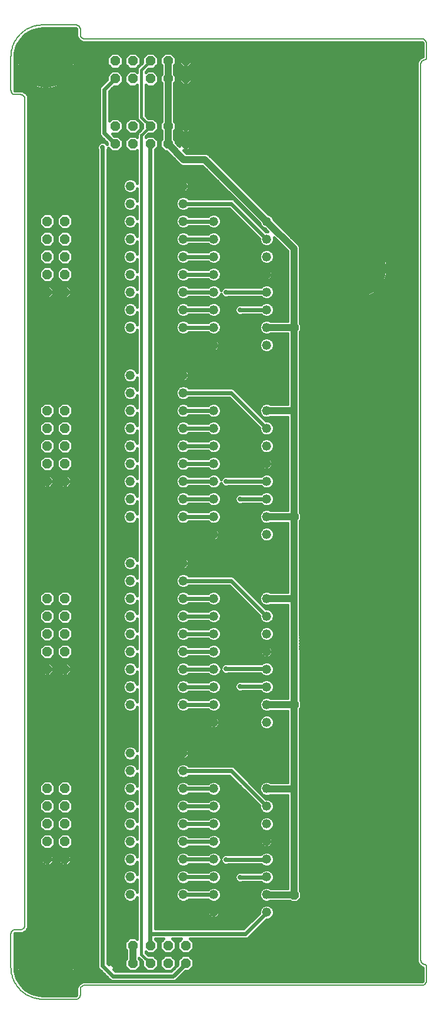
<source format=gtl>
G75*
%MOIN*%
%OFA0B0*%
%FSLAX24Y24*%
%IPPOS*%
%LPD*%
%AMOC8*
5,1,8,0,0,1.08239X$1,22.5*
%
%ADD10C,0.0520*%
%ADD11OC8,0.0560*%
%ADD12OC8,0.0520*%
%ADD13C,0.0050*%
%ADD14C,0.3150*%
%ADD15C,0.0160*%
%ADD16C,0.0240*%
%ADD17C,0.0290*%
%ADD18C,0.0400*%
D10*
X016318Y010078D03*
X016318Y011078D03*
X016318Y012078D03*
X016318Y013078D03*
X016318Y014078D03*
X016318Y015078D03*
X016318Y016078D03*
X016318Y017078D03*
X016318Y018078D03*
X016318Y020826D03*
X016318Y021826D03*
X016318Y022826D03*
X016318Y023826D03*
X016318Y024826D03*
X016318Y025826D03*
X016318Y026826D03*
X016318Y027826D03*
X016318Y028826D03*
X016318Y031456D03*
X016318Y032456D03*
X016318Y033456D03*
X016318Y034456D03*
X016318Y035456D03*
X016318Y036456D03*
X016318Y037456D03*
X016318Y038456D03*
X016318Y039456D03*
X016318Y042164D03*
X016318Y043164D03*
X016318Y044164D03*
X016318Y045164D03*
X016318Y046164D03*
X016318Y047164D03*
X016318Y048164D03*
X016318Y049164D03*
X016318Y050164D03*
X019318Y050164D03*
X019318Y049164D03*
X019318Y048164D03*
X019318Y047164D03*
X019318Y046164D03*
X019318Y045164D03*
X019318Y044164D03*
X019318Y043164D03*
X019318Y042164D03*
X019318Y039456D03*
X019318Y038456D03*
X019318Y037456D03*
X019318Y036456D03*
X019318Y035456D03*
X019318Y034456D03*
X019318Y033456D03*
X019318Y032456D03*
X019318Y031456D03*
X019318Y028826D03*
X019318Y027826D03*
X019318Y026826D03*
X019318Y025826D03*
X019318Y024826D03*
X019318Y023826D03*
X019318Y022826D03*
X019318Y021826D03*
X019318Y020826D03*
X019318Y018078D03*
X019318Y017078D03*
X019318Y016078D03*
X019318Y015078D03*
X019318Y014078D03*
X019318Y013078D03*
X019318Y012078D03*
X019318Y011078D03*
X019318Y010078D03*
X021042Y010078D03*
X021042Y009078D03*
X021042Y011078D03*
X021042Y012078D03*
X021042Y013078D03*
X021042Y014078D03*
X021042Y015078D03*
X021042Y016078D03*
X021042Y019826D03*
X021042Y020826D03*
X021042Y021826D03*
X021042Y022826D03*
X021042Y023826D03*
X021042Y024826D03*
X021042Y025826D03*
X021042Y026826D03*
X021042Y030456D03*
X021042Y031456D03*
X021042Y032456D03*
X021042Y033456D03*
X021042Y034456D03*
X021042Y035456D03*
X021042Y036456D03*
X021042Y037456D03*
X021042Y041164D03*
X021042Y042164D03*
X021042Y043164D03*
X021042Y044164D03*
X021042Y045164D03*
X021042Y046164D03*
X021042Y047164D03*
X021042Y048164D03*
X024042Y048164D03*
X024042Y047164D03*
X024042Y046164D03*
X024042Y045164D03*
X024042Y044164D03*
X024042Y043164D03*
X024042Y042164D03*
X024042Y041164D03*
X024042Y037456D03*
X024042Y036456D03*
X024042Y035456D03*
X024042Y034456D03*
X024042Y033456D03*
X024042Y032456D03*
X024042Y031456D03*
X024042Y030456D03*
X024042Y026826D03*
X024042Y025826D03*
X024042Y024826D03*
X024042Y023826D03*
X024042Y022826D03*
X024042Y021826D03*
X024042Y020826D03*
X024042Y019826D03*
X024042Y016078D03*
X024042Y015078D03*
X024042Y014078D03*
X024042Y013078D03*
X024042Y012078D03*
X024042Y011078D03*
X024042Y010078D03*
X024042Y009078D03*
D11*
X019452Y007196D03*
X019452Y006196D03*
X018452Y006196D03*
X018452Y007196D03*
X017452Y007196D03*
X017452Y006196D03*
X016452Y006196D03*
X016452Y007196D03*
X015452Y007196D03*
X015452Y006196D03*
X012609Y012078D03*
X012609Y013078D03*
X012609Y014078D03*
X012609Y015078D03*
X012609Y016078D03*
X011609Y016078D03*
X011609Y015078D03*
X011609Y014078D03*
X011609Y013078D03*
X011609Y012078D03*
X011609Y022826D03*
X011609Y023826D03*
X011609Y024826D03*
X011609Y025826D03*
X011609Y026826D03*
X012609Y026826D03*
X012609Y025826D03*
X012609Y024826D03*
X012609Y023826D03*
X012609Y022826D03*
X012609Y033456D03*
X012609Y034456D03*
X012609Y035456D03*
X012609Y036456D03*
X012609Y037456D03*
X011609Y037456D03*
X011609Y036456D03*
X011609Y035456D03*
X011609Y034456D03*
X011609Y033456D03*
X011609Y044164D03*
X011609Y045164D03*
X011609Y046164D03*
X011609Y047164D03*
X011609Y048164D03*
X012609Y048164D03*
X012609Y047164D03*
X012609Y046164D03*
X012609Y045164D03*
X012609Y044164D03*
X015452Y052554D03*
X015452Y053554D03*
X016452Y053554D03*
X016452Y052554D03*
X017452Y052554D03*
X017452Y053554D03*
X018452Y053554D03*
X018452Y052554D03*
X019452Y052554D03*
X019452Y053554D03*
X019452Y056235D03*
X019452Y057235D03*
X018452Y057235D03*
X018452Y056235D03*
X017452Y056235D03*
X017452Y057235D03*
X016452Y057235D03*
X016452Y056235D03*
X015452Y056235D03*
X015452Y057235D03*
D12*
X025586Y042164D03*
X026586Y042164D03*
X026586Y031456D03*
X025586Y031456D03*
X025586Y020826D03*
X026586Y020826D03*
X026586Y010062D03*
X025586Y010062D03*
D13*
X009550Y007843D02*
X009550Y005967D01*
X009550Y007843D02*
X009552Y007873D01*
X009557Y007903D01*
X009566Y007932D01*
X009579Y007959D01*
X009594Y007985D01*
X009613Y008009D01*
X009634Y008030D01*
X009658Y008049D01*
X009684Y008064D01*
X009711Y008077D01*
X009740Y008086D01*
X009770Y008091D01*
X009800Y008093D01*
X010087Y008093D01*
X010117Y008095D01*
X010147Y008100D01*
X010176Y008109D01*
X010203Y008122D01*
X010229Y008137D01*
X010253Y008156D01*
X010274Y008177D01*
X010293Y008201D01*
X010308Y008227D01*
X010321Y008254D01*
X010330Y008283D01*
X010335Y008313D01*
X010337Y008343D01*
X010337Y008290D02*
X010337Y055141D01*
X010337Y055087D02*
X010335Y055117D01*
X010330Y055147D01*
X010321Y055176D01*
X010308Y055203D01*
X010293Y055229D01*
X010274Y055253D01*
X010253Y055274D01*
X010229Y055293D01*
X010203Y055308D01*
X010176Y055321D01*
X010147Y055330D01*
X010117Y055335D01*
X010087Y055337D01*
X009800Y055337D01*
X009770Y055339D01*
X009740Y055344D01*
X009711Y055353D01*
X009684Y055366D01*
X009658Y055381D01*
X009634Y055400D01*
X009613Y055421D01*
X009594Y055445D01*
X009579Y055471D01*
X009566Y055498D01*
X009557Y055527D01*
X009552Y055557D01*
X009550Y055587D01*
X009550Y057463D01*
X009552Y057547D01*
X009558Y057630D01*
X009567Y057713D01*
X009581Y057796D01*
X009598Y057878D01*
X009619Y057959D01*
X009644Y058039D01*
X009672Y058117D01*
X009704Y058195D01*
X009740Y058270D01*
X009779Y058344D01*
X009821Y058416D01*
X009867Y058486D01*
X009916Y058554D01*
X009968Y058620D01*
X010023Y058683D01*
X010080Y058744D01*
X010141Y058801D01*
X010204Y058856D01*
X010270Y058908D01*
X010338Y058957D01*
X010408Y059003D01*
X010480Y059045D01*
X010554Y059084D01*
X010629Y059120D01*
X010707Y059152D01*
X010785Y059180D01*
X010865Y059205D01*
X010946Y059226D01*
X011028Y059243D01*
X011111Y059257D01*
X011194Y059266D01*
X011277Y059272D01*
X011361Y059274D01*
X013237Y059274D01*
X013267Y059272D01*
X013297Y059267D01*
X013326Y059258D01*
X013353Y059245D01*
X013379Y059230D01*
X013403Y059211D01*
X013424Y059190D01*
X013443Y059166D01*
X013458Y059140D01*
X013471Y059113D01*
X013480Y059084D01*
X013485Y059054D01*
X013487Y059024D01*
X013487Y058737D01*
X013489Y058707D01*
X013494Y058677D01*
X013503Y058648D01*
X013516Y058621D01*
X013531Y058595D01*
X013550Y058571D01*
X013571Y058550D01*
X013595Y058531D01*
X013621Y058516D01*
X013648Y058503D01*
X013677Y058494D01*
X013707Y058489D01*
X013737Y058487D01*
X013684Y058487D02*
X032843Y058487D01*
X032873Y058485D01*
X032903Y058480D01*
X032932Y058471D01*
X032959Y058458D01*
X032985Y058443D01*
X033009Y058424D01*
X033030Y058403D01*
X033049Y058379D01*
X033064Y058353D01*
X033077Y058326D01*
X033086Y058297D01*
X033091Y058267D01*
X033093Y058237D01*
X033093Y057371D01*
X033091Y057357D01*
X033087Y057343D01*
X033079Y057330D01*
X033069Y057320D01*
X033056Y057312D01*
X033042Y057308D01*
X033028Y057306D01*
X032998Y057304D01*
X032968Y057299D01*
X032939Y057290D01*
X032912Y057277D01*
X032886Y057262D01*
X032862Y057243D01*
X032841Y057222D01*
X032822Y057198D01*
X032807Y057172D01*
X032794Y057145D01*
X032785Y057116D01*
X032780Y057086D01*
X032778Y057056D01*
X032778Y006375D01*
X032780Y006345D01*
X032785Y006315D01*
X032794Y006286D01*
X032807Y006259D01*
X032822Y006233D01*
X032841Y006209D01*
X032862Y006188D01*
X032886Y006169D01*
X032912Y006154D01*
X032939Y006141D01*
X032968Y006132D01*
X032998Y006127D01*
X033028Y006125D01*
X033042Y006123D01*
X033056Y006119D01*
X033069Y006111D01*
X033079Y006101D01*
X033087Y006088D01*
X033091Y006074D01*
X033093Y006060D01*
X033093Y005194D01*
X033091Y005164D01*
X033086Y005134D01*
X033077Y005105D01*
X033064Y005078D01*
X033049Y005052D01*
X033030Y005028D01*
X033009Y005007D01*
X032985Y004988D01*
X032959Y004973D01*
X032932Y004960D01*
X032903Y004951D01*
X032873Y004946D01*
X032843Y004944D01*
X013684Y004944D01*
X013737Y004944D02*
X013707Y004942D01*
X013677Y004937D01*
X013648Y004928D01*
X013621Y004915D01*
X013595Y004900D01*
X013571Y004881D01*
X013550Y004860D01*
X013531Y004836D01*
X013516Y004810D01*
X013503Y004783D01*
X013494Y004754D01*
X013489Y004724D01*
X013487Y004694D01*
X013487Y004406D01*
X013485Y004376D01*
X013480Y004346D01*
X013471Y004317D01*
X013458Y004290D01*
X013443Y004264D01*
X013424Y004240D01*
X013403Y004219D01*
X013379Y004200D01*
X013353Y004185D01*
X013326Y004172D01*
X013297Y004163D01*
X013267Y004158D01*
X013237Y004156D01*
X011361Y004156D01*
X011277Y004158D01*
X011194Y004164D01*
X011111Y004173D01*
X011028Y004187D01*
X010946Y004204D01*
X010865Y004225D01*
X010785Y004250D01*
X010707Y004278D01*
X010629Y004310D01*
X010554Y004346D01*
X010480Y004385D01*
X010408Y004427D01*
X010338Y004473D01*
X010270Y004522D01*
X010204Y004574D01*
X010141Y004629D01*
X010080Y004686D01*
X010023Y004747D01*
X009968Y004810D01*
X009916Y004876D01*
X009867Y004944D01*
X009821Y005014D01*
X009779Y005086D01*
X009740Y005160D01*
X009704Y005235D01*
X009672Y005313D01*
X009644Y005391D01*
X009619Y005471D01*
X009598Y005552D01*
X009581Y005634D01*
X009567Y005717D01*
X009558Y005800D01*
X009552Y005883D01*
X009550Y005967D01*
D14*
X011519Y006125D03*
X029235Y045495D03*
X011519Y057306D03*
D15*
X011599Y057254D02*
X015012Y057254D01*
X015012Y057412D02*
X013170Y057412D01*
X013173Y057386D02*
X013161Y057522D01*
X013136Y057664D01*
X013098Y057804D01*
X013049Y057940D01*
X012988Y058071D01*
X012916Y058196D01*
X012833Y058314D01*
X012740Y058425D01*
X012638Y058527D01*
X012527Y058620D01*
X012409Y058703D01*
X012283Y058775D01*
X012152Y058836D01*
X012017Y058886D01*
X011877Y058923D01*
X011735Y058948D01*
X011599Y058960D01*
X011599Y057386D01*
X013173Y057386D01*
X013173Y057226D02*
X011599Y057226D01*
X011599Y057386D01*
X011439Y057386D01*
X011439Y058960D01*
X011302Y058948D01*
X011160Y058923D01*
X011020Y058886D01*
X010885Y058836D01*
X010754Y058775D01*
X010629Y058703D01*
X010510Y058620D01*
X010400Y058527D01*
X010297Y058425D01*
X010204Y058314D01*
X010122Y058196D01*
X010049Y058071D01*
X009988Y057940D01*
X009939Y057804D01*
X009901Y057664D01*
X009876Y057522D01*
X009864Y057386D01*
X011439Y057386D01*
X011439Y057226D01*
X011599Y057226D01*
X011599Y055652D01*
X011735Y055664D01*
X011877Y055689D01*
X012017Y055726D01*
X012152Y055776D01*
X012283Y055837D01*
X012409Y055909D01*
X012527Y055992D01*
X012638Y056085D01*
X012740Y056187D01*
X012833Y056298D01*
X012916Y056416D01*
X012988Y056541D01*
X013049Y056672D01*
X013098Y056808D01*
X013136Y056947D01*
X013161Y057090D01*
X013173Y057226D01*
X013161Y057095D02*
X015012Y057095D01*
X015012Y057053D02*
X015269Y056795D01*
X015634Y056795D01*
X015892Y057053D01*
X015892Y057417D01*
X015634Y057675D01*
X015269Y057675D01*
X015012Y057417D01*
X015012Y057053D01*
X015128Y056937D02*
X013133Y056937D01*
X013088Y056778D02*
X016710Y056778D01*
X016710Y056781D02*
X016710Y056599D01*
X016634Y056675D01*
X016269Y056675D01*
X016012Y056417D01*
X016012Y056053D01*
X016269Y055795D01*
X016634Y055795D01*
X016710Y055871D01*
X016710Y054008D01*
X016747Y053920D01*
X017012Y053655D01*
X017012Y053453D01*
X016821Y053263D01*
X016814Y053260D01*
X016747Y053192D01*
X016710Y053104D01*
X016710Y052918D01*
X016634Y052994D01*
X016269Y052994D01*
X016012Y052736D01*
X016012Y052372D01*
X016269Y052114D01*
X016634Y052114D01*
X016710Y052190D01*
X016710Y050315D01*
X016674Y050402D01*
X016556Y050520D01*
X016401Y050584D01*
X016234Y050584D01*
X016080Y050520D01*
X015962Y050402D01*
X015898Y050248D01*
X015898Y050081D01*
X015962Y049926D01*
X016080Y049808D01*
X016234Y049744D01*
X016401Y049744D01*
X016556Y049808D01*
X016674Y049926D01*
X016710Y050014D01*
X016710Y049315D01*
X016674Y049402D01*
X016556Y049520D01*
X016401Y049584D01*
X016234Y049584D01*
X016080Y049520D01*
X015962Y049402D01*
X015898Y049248D01*
X015898Y049081D01*
X015962Y048926D01*
X016080Y048808D01*
X016234Y048744D01*
X016401Y048744D01*
X016556Y048808D01*
X016674Y048926D01*
X016710Y049014D01*
X016710Y048315D01*
X016674Y048402D01*
X016556Y048520D01*
X016401Y048584D01*
X016234Y048584D01*
X016080Y048520D01*
X015962Y048402D01*
X015898Y048248D01*
X015898Y048081D01*
X015962Y047926D01*
X016080Y047808D01*
X016234Y047744D01*
X016401Y047744D01*
X016556Y047808D01*
X016674Y047926D01*
X016710Y048014D01*
X016710Y047315D01*
X016674Y047402D01*
X016556Y047520D01*
X016401Y047584D01*
X016234Y047584D01*
X016080Y047520D01*
X015962Y047402D01*
X015898Y047248D01*
X015898Y047081D01*
X015962Y046926D01*
X016080Y046808D01*
X016234Y046744D01*
X016401Y046744D01*
X016556Y046808D01*
X016674Y046926D01*
X016710Y047014D01*
X016710Y046315D01*
X016674Y046402D01*
X016556Y046520D01*
X016401Y046584D01*
X016234Y046584D01*
X016080Y046520D01*
X015962Y046402D01*
X015898Y046248D01*
X015898Y046081D01*
X015962Y045926D01*
X016080Y045808D01*
X016234Y045744D01*
X016401Y045744D01*
X016556Y045808D01*
X016674Y045926D01*
X016710Y046014D01*
X016710Y045315D01*
X016674Y045402D01*
X016556Y045520D01*
X016401Y045584D01*
X016234Y045584D01*
X016080Y045520D01*
X015962Y045402D01*
X015898Y045248D01*
X015898Y045081D01*
X015962Y044926D01*
X016080Y044808D01*
X016234Y044744D01*
X016401Y044744D01*
X016556Y044808D01*
X016674Y044926D01*
X016710Y045014D01*
X016710Y044315D01*
X016674Y044402D01*
X016556Y044520D01*
X016401Y044584D01*
X016234Y044584D01*
X016080Y044520D01*
X015962Y044402D01*
X015898Y044248D01*
X015898Y044081D01*
X015962Y043926D01*
X016080Y043808D01*
X016234Y043744D01*
X016401Y043744D01*
X016556Y043808D01*
X016674Y043926D01*
X016710Y044014D01*
X016710Y043315D01*
X016674Y043402D01*
X016556Y043520D01*
X016401Y043584D01*
X016234Y043584D01*
X016080Y043520D01*
X015962Y043402D01*
X015898Y043248D01*
X015898Y043081D01*
X015962Y042926D01*
X016080Y042808D01*
X016234Y042744D01*
X016401Y042744D01*
X016556Y042808D01*
X016674Y042926D01*
X016710Y043014D01*
X016710Y042315D01*
X016674Y042402D01*
X016556Y042520D01*
X016401Y042584D01*
X016234Y042584D01*
X016080Y042520D01*
X015962Y042402D01*
X015898Y042248D01*
X015898Y042081D01*
X015962Y041926D01*
X016080Y041808D01*
X016234Y041744D01*
X016401Y041744D01*
X016556Y041808D01*
X016674Y041926D01*
X016710Y042014D01*
X016710Y039606D01*
X016674Y039694D01*
X016556Y039812D01*
X016401Y039876D01*
X016234Y039876D01*
X016080Y039812D01*
X015962Y039694D01*
X015898Y039539D01*
X015898Y039372D01*
X015962Y039218D01*
X016080Y039100D01*
X016234Y039036D01*
X016401Y039036D01*
X016556Y039100D01*
X016674Y039218D01*
X016710Y039305D01*
X016710Y038606D01*
X016674Y038694D01*
X016556Y038812D01*
X016401Y038876D01*
X016234Y038876D01*
X016080Y038812D01*
X015962Y038694D01*
X015898Y038539D01*
X015898Y038372D01*
X015962Y038218D01*
X016080Y038100D01*
X016234Y038036D01*
X016401Y038036D01*
X016556Y038100D01*
X016674Y038218D01*
X016710Y038305D01*
X016710Y037606D01*
X016674Y037694D01*
X016556Y037812D01*
X016401Y037876D01*
X016234Y037876D01*
X016080Y037812D01*
X015962Y037694D01*
X015898Y037539D01*
X015898Y037372D01*
X015962Y037218D01*
X016080Y037100D01*
X016234Y037036D01*
X016401Y037036D01*
X016556Y037100D01*
X016674Y037218D01*
X016710Y037305D01*
X016710Y036606D01*
X016674Y036694D01*
X016556Y036812D01*
X016401Y036876D01*
X016234Y036876D01*
X016080Y036812D01*
X015962Y036694D01*
X015898Y036539D01*
X015898Y036372D01*
X015962Y036218D01*
X016080Y036100D01*
X016234Y036036D01*
X016401Y036036D01*
X016556Y036100D01*
X016674Y036218D01*
X016710Y036305D01*
X016710Y035606D01*
X016674Y035694D01*
X016556Y035812D01*
X016401Y035876D01*
X016234Y035876D01*
X016080Y035812D01*
X015962Y035694D01*
X015898Y035539D01*
X015898Y035372D01*
X015962Y035218D01*
X016080Y035100D01*
X016234Y035036D01*
X016401Y035036D01*
X016556Y035100D01*
X016674Y035218D01*
X016710Y035305D01*
X016710Y034606D01*
X016674Y034694D01*
X016556Y034812D01*
X016401Y034876D01*
X016234Y034876D01*
X016080Y034812D01*
X015962Y034694D01*
X015898Y034539D01*
X015898Y034372D01*
X015962Y034218D01*
X016080Y034100D01*
X016234Y034036D01*
X016401Y034036D01*
X016556Y034100D01*
X016674Y034218D01*
X016710Y034305D01*
X016710Y033606D01*
X016674Y033694D01*
X016556Y033812D01*
X016401Y033876D01*
X016234Y033876D01*
X016080Y033812D01*
X015962Y033694D01*
X015898Y033539D01*
X015898Y033372D01*
X015962Y033218D01*
X016080Y033100D01*
X016234Y033036D01*
X016401Y033036D01*
X016556Y033100D01*
X016674Y033218D01*
X016710Y033305D01*
X016710Y032606D01*
X016674Y032694D01*
X016556Y032812D01*
X016401Y032876D01*
X016234Y032876D01*
X016080Y032812D01*
X015962Y032694D01*
X015898Y032539D01*
X015898Y032372D01*
X015962Y032218D01*
X016080Y032100D01*
X016234Y032036D01*
X016401Y032036D01*
X016556Y032100D01*
X016674Y032218D01*
X016710Y032305D01*
X016710Y031606D01*
X016674Y031694D01*
X016556Y031812D01*
X016401Y031876D01*
X016234Y031876D01*
X016080Y031812D01*
X015962Y031694D01*
X015898Y031539D01*
X015898Y031372D01*
X015962Y031218D01*
X016080Y031100D01*
X016234Y031036D01*
X016401Y031036D01*
X016556Y031100D01*
X016674Y031218D01*
X016710Y031305D01*
X016710Y028976D01*
X016674Y029064D01*
X016556Y029182D01*
X016401Y029246D01*
X016234Y029246D01*
X016080Y029182D01*
X015962Y029064D01*
X015898Y028909D01*
X015898Y028742D01*
X015962Y028588D01*
X016080Y028470D01*
X016234Y028406D01*
X016401Y028406D01*
X016556Y028470D01*
X016674Y028588D01*
X016710Y028675D01*
X016710Y027976D01*
X016674Y028064D01*
X016556Y028182D01*
X016401Y028246D01*
X016234Y028246D01*
X016080Y028182D01*
X015962Y028064D01*
X015898Y027909D01*
X015898Y027742D01*
X015962Y027588D01*
X016080Y027470D01*
X016234Y027406D01*
X016401Y027406D01*
X016556Y027470D01*
X016674Y027588D01*
X016710Y027675D01*
X016710Y026976D01*
X016674Y027064D01*
X016556Y027182D01*
X016401Y027246D01*
X016234Y027246D01*
X016080Y027182D01*
X015962Y027064D01*
X015898Y026909D01*
X015898Y026742D01*
X015962Y026588D01*
X016080Y026470D01*
X016234Y026406D01*
X016401Y026406D01*
X016556Y026470D01*
X016674Y026588D01*
X016710Y026675D01*
X016710Y025976D01*
X016674Y026064D01*
X016556Y026182D01*
X016401Y026246D01*
X016234Y026246D01*
X016080Y026182D01*
X015962Y026064D01*
X015898Y025909D01*
X015898Y025742D01*
X015962Y025588D01*
X016080Y025470D01*
X016234Y025406D01*
X016401Y025406D01*
X016556Y025470D01*
X016674Y025588D01*
X016710Y025675D01*
X016710Y024976D01*
X016674Y025064D01*
X016556Y025182D01*
X016401Y025246D01*
X016234Y025246D01*
X016080Y025182D01*
X015962Y025064D01*
X015898Y024909D01*
X015898Y024742D01*
X015962Y024588D01*
X016080Y024470D01*
X016234Y024406D01*
X016401Y024406D01*
X016556Y024470D01*
X016674Y024588D01*
X016710Y024675D01*
X016710Y023976D01*
X016674Y024064D01*
X016556Y024182D01*
X016401Y024246D01*
X016234Y024246D01*
X016080Y024182D01*
X015962Y024064D01*
X015898Y023909D01*
X015898Y023742D01*
X015962Y023588D01*
X016080Y023470D01*
X016234Y023406D01*
X016401Y023406D01*
X016556Y023470D01*
X016674Y023588D01*
X016710Y023675D01*
X016710Y022976D01*
X016674Y023064D01*
X016556Y023182D01*
X016401Y023246D01*
X016234Y023246D01*
X016080Y023182D01*
X015962Y023064D01*
X015898Y022909D01*
X015898Y022742D01*
X015962Y022588D01*
X016080Y022470D01*
X016234Y022406D01*
X016401Y022406D01*
X016556Y022470D01*
X016674Y022588D01*
X016710Y022675D01*
X016710Y021976D01*
X016674Y022064D01*
X016556Y022182D01*
X016401Y022246D01*
X016234Y022246D01*
X016080Y022182D01*
X015962Y022064D01*
X015898Y021909D01*
X015898Y021742D01*
X015962Y021588D01*
X016080Y021470D01*
X016234Y021406D01*
X016401Y021406D01*
X016556Y021470D01*
X016674Y021588D01*
X016710Y021675D01*
X016710Y020976D01*
X016674Y021064D01*
X016556Y021182D01*
X016401Y021246D01*
X016234Y021246D01*
X016080Y021182D01*
X015962Y021064D01*
X015898Y020909D01*
X015898Y020742D01*
X015962Y020588D01*
X016080Y020470D01*
X016234Y020406D01*
X016401Y020406D01*
X016556Y020470D01*
X016674Y020588D01*
X016710Y020675D01*
X016710Y018228D01*
X016674Y018316D01*
X016556Y018434D01*
X016401Y018498D01*
X016234Y018498D01*
X016080Y018434D01*
X015962Y018316D01*
X015898Y018161D01*
X015898Y017994D01*
X015962Y017840D01*
X016080Y017722D01*
X016234Y017658D01*
X016401Y017658D01*
X016556Y017722D01*
X016674Y017840D01*
X016710Y017927D01*
X016710Y017228D01*
X016674Y017316D01*
X016556Y017434D01*
X016401Y017498D01*
X016234Y017498D01*
X016080Y017434D01*
X015962Y017316D01*
X015898Y017161D01*
X015898Y016994D01*
X015962Y016840D01*
X016080Y016722D01*
X016234Y016658D01*
X016401Y016658D01*
X016556Y016722D01*
X016674Y016840D01*
X016710Y016927D01*
X016710Y016228D01*
X016674Y016316D01*
X016556Y016434D01*
X016401Y016498D01*
X016234Y016498D01*
X016080Y016434D01*
X015962Y016316D01*
X015898Y016161D01*
X015898Y015994D01*
X015962Y015840D01*
X016080Y015722D01*
X016234Y015658D01*
X016401Y015658D01*
X016556Y015722D01*
X016674Y015840D01*
X016710Y015927D01*
X016710Y015228D01*
X016674Y015316D01*
X016556Y015434D01*
X016401Y015498D01*
X016234Y015498D01*
X016080Y015434D01*
X015962Y015316D01*
X015898Y015161D01*
X015898Y014994D01*
X015962Y014840D01*
X016080Y014722D01*
X016234Y014658D01*
X016401Y014658D01*
X016556Y014722D01*
X016674Y014840D01*
X016710Y014927D01*
X016710Y014228D01*
X016674Y014316D01*
X016556Y014434D01*
X016401Y014498D01*
X016234Y014498D01*
X016080Y014434D01*
X015962Y014316D01*
X015898Y014161D01*
X015898Y013994D01*
X015962Y013840D01*
X016080Y013722D01*
X016234Y013658D01*
X016401Y013658D01*
X016556Y013722D01*
X016674Y013840D01*
X016710Y013927D01*
X016710Y013228D01*
X016674Y013316D01*
X016556Y013434D01*
X016401Y013498D01*
X016234Y013498D01*
X016080Y013434D01*
X015962Y013316D01*
X015898Y013161D01*
X015898Y012994D01*
X015962Y012840D01*
X016080Y012722D01*
X016234Y012658D01*
X016401Y012658D01*
X016556Y012722D01*
X016674Y012840D01*
X016710Y012927D01*
X016710Y012228D01*
X016674Y012316D01*
X016556Y012434D01*
X016401Y012498D01*
X016234Y012498D01*
X016080Y012434D01*
X015962Y012316D01*
X015898Y012161D01*
X015898Y011994D01*
X015962Y011840D01*
X016080Y011722D01*
X016234Y011658D01*
X016401Y011658D01*
X016556Y011722D01*
X016674Y011840D01*
X016710Y011927D01*
X016710Y011228D01*
X016674Y011316D01*
X016556Y011434D01*
X016401Y011498D01*
X016234Y011498D01*
X016080Y011434D01*
X015962Y011316D01*
X015898Y011161D01*
X015898Y010994D01*
X015962Y010840D01*
X016080Y010722D01*
X016234Y010658D01*
X016401Y010658D01*
X016556Y010722D01*
X016674Y010840D01*
X016710Y010927D01*
X016710Y010228D01*
X016674Y010316D01*
X016556Y010434D01*
X016401Y010498D01*
X016234Y010498D01*
X016080Y010434D01*
X015962Y010316D01*
X015898Y010161D01*
X015898Y009994D01*
X015962Y009840D01*
X016080Y009722D01*
X016234Y009658D01*
X016401Y009658D01*
X016556Y009722D01*
X016674Y009840D01*
X016710Y009927D01*
X016710Y007560D01*
X016634Y007636D01*
X016269Y007636D01*
X016012Y007378D01*
X016012Y007013D01*
X016092Y006933D01*
X016092Y006458D01*
X016012Y006378D01*
X016012Y006013D01*
X016269Y005756D01*
X016634Y005756D01*
X016892Y006013D01*
X016892Y006378D01*
X016812Y006458D01*
X016812Y006496D01*
X016814Y006494D01*
X017012Y006296D01*
X017012Y006013D01*
X017269Y005756D01*
X017634Y005756D01*
X017892Y006013D01*
X017892Y006378D01*
X017634Y006636D01*
X017351Y006636D01*
X017190Y006797D01*
X017190Y006835D01*
X017269Y006756D01*
X017634Y006756D01*
X017892Y007013D01*
X017892Y007378D01*
X017730Y007540D01*
X017730Y007576D01*
X018210Y007576D01*
X018012Y007378D01*
X018012Y007013D01*
X018269Y006756D01*
X018634Y006756D01*
X018892Y007013D01*
X018892Y007378D01*
X018693Y007576D01*
X019210Y007576D01*
X019012Y007378D01*
X019012Y007013D01*
X019269Y006756D01*
X019634Y006756D01*
X019892Y007013D01*
X019892Y007378D01*
X019693Y007576D01*
X022906Y007576D01*
X023009Y007619D01*
X024047Y008658D01*
X024126Y008658D01*
X024280Y008722D01*
X024398Y008840D01*
X024462Y008994D01*
X024462Y009161D01*
X024398Y009316D01*
X024280Y009434D01*
X024126Y009498D01*
X023959Y009498D01*
X023804Y009434D01*
X023686Y009316D01*
X023622Y009161D01*
X023622Y009024D01*
X022734Y008136D01*
X017730Y008136D01*
X017730Y052210D01*
X017892Y052372D01*
X017892Y052736D01*
X017634Y052994D01*
X017269Y052994D01*
X017190Y052915D01*
X017190Y052953D01*
X017351Y053114D01*
X017634Y053114D01*
X017892Y053372D01*
X017892Y053736D01*
X017634Y053994D01*
X017351Y053994D01*
X017190Y054155D01*
X017190Y055874D01*
X017269Y055795D01*
X017634Y055795D01*
X017892Y056053D01*
X017892Y056417D01*
X017634Y056675D01*
X017269Y056675D01*
X017190Y056596D01*
X017190Y056634D01*
X017351Y056795D01*
X017634Y056795D01*
X017892Y057053D01*
X017892Y057417D01*
X017634Y057675D01*
X017269Y057675D01*
X017012Y057417D01*
X017012Y057135D01*
X016814Y056937D01*
X016776Y056937D01*
X016814Y056937D02*
X016747Y056869D01*
X016710Y056781D01*
X016634Y056795D02*
X016892Y057053D01*
X016892Y057417D01*
X016634Y057675D01*
X016269Y057675D01*
X016012Y057417D01*
X016012Y057053D01*
X016269Y056795D01*
X016634Y056795D01*
X016689Y056620D02*
X016710Y056620D01*
X016950Y056734D02*
X016950Y054056D01*
X016950Y054056D01*
X017452Y053554D01*
X016954Y053056D01*
X016950Y053056D01*
X016950Y006697D01*
X017452Y006196D01*
X017892Y006217D02*
X018012Y006217D01*
X018012Y006375D02*
X017892Y006375D01*
X018012Y006378D02*
X018012Y006013D01*
X018269Y005756D01*
X018634Y005756D01*
X018892Y006013D01*
X018892Y006378D01*
X018634Y006636D01*
X018269Y006636D01*
X018012Y006378D01*
X018168Y006534D02*
X017736Y006534D01*
X017729Y006851D02*
X018174Y006851D01*
X018016Y007009D02*
X017888Y007009D01*
X017892Y007168D02*
X018012Y007168D01*
X018012Y007326D02*
X017892Y007326D01*
X017785Y007485D02*
X018119Y007485D01*
X018785Y007485D02*
X019119Y007485D01*
X019012Y007326D02*
X018892Y007326D01*
X018892Y007168D02*
X019012Y007168D01*
X019016Y007009D02*
X018888Y007009D01*
X018729Y006851D02*
X019174Y006851D01*
X019269Y006636D02*
X019012Y006378D01*
X019012Y006114D01*
X018634Y005736D01*
X015466Y005736D01*
X015367Y005836D01*
X015442Y005836D01*
X015442Y006186D01*
X015462Y006186D01*
X015462Y006206D01*
X015812Y006206D01*
X015812Y006345D01*
X015601Y006556D01*
X015462Y006556D01*
X015462Y006206D01*
X015442Y006206D01*
X015442Y006556D01*
X015303Y006556D01*
X015092Y006345D01*
X015092Y006206D01*
X015442Y006206D01*
X015442Y006186D01*
X015092Y006186D01*
X015092Y006111D01*
X015030Y006172D01*
X015030Y052232D01*
X015055Y052293D01*
X015055Y052328D01*
X015269Y052114D01*
X015634Y052114D01*
X015892Y052372D01*
X015892Y052736D01*
X015634Y052994D01*
X015408Y052994D01*
X015288Y053114D01*
X015634Y053114D01*
X015892Y053372D01*
X015892Y053736D01*
X015634Y053994D01*
X015269Y053994D01*
X015130Y053855D01*
X015130Y055518D01*
X015408Y055795D01*
X015634Y055795D01*
X015892Y056053D01*
X015892Y056417D01*
X015634Y056675D01*
X015269Y056675D01*
X015012Y056417D01*
X015012Y056191D01*
X014691Y055871D01*
X014613Y055792D01*
X014570Y055689D01*
X014570Y053100D01*
X014613Y052997D01*
X015012Y052598D01*
X015012Y052519D01*
X015009Y052526D01*
X014923Y052612D01*
X014811Y052658D01*
X014689Y052658D01*
X014577Y052612D01*
X014492Y052526D01*
X014445Y052414D01*
X014445Y052293D01*
X014470Y052232D01*
X014470Y006001D01*
X014513Y005898D01*
X015113Y005298D01*
X015191Y005219D01*
X015294Y005176D01*
X018806Y005176D01*
X018909Y005219D01*
X019445Y005756D01*
X019634Y005756D01*
X019892Y006013D01*
X019892Y006378D01*
X019634Y006636D01*
X019269Y006636D01*
X019168Y006534D02*
X018736Y006534D01*
X018892Y006375D02*
X019012Y006375D01*
X019012Y006217D02*
X018892Y006217D01*
X018892Y006058D02*
X018956Y006058D01*
X018798Y005900D02*
X018778Y005900D01*
X018639Y005741D02*
X015461Y005741D01*
X015462Y005836D02*
X015601Y005836D01*
X015812Y006047D01*
X015812Y006186D01*
X015462Y006186D01*
X015462Y005836D01*
X015462Y005900D02*
X015442Y005900D01*
X015442Y006058D02*
X015462Y006058D01*
X015462Y006217D02*
X015442Y006217D01*
X015442Y006375D02*
X015462Y006375D01*
X015462Y006534D02*
X015442Y006534D01*
X015281Y006534D02*
X015030Y006534D01*
X015030Y006692D02*
X016092Y006692D01*
X016092Y006534D02*
X015623Y006534D01*
X015781Y006375D02*
X016012Y006375D01*
X016012Y006217D02*
X015812Y006217D01*
X015812Y006058D02*
X016012Y006058D01*
X016125Y005900D02*
X015665Y005900D01*
X015092Y006217D02*
X015030Y006217D01*
X015030Y006375D02*
X015122Y006375D01*
X015030Y006851D02*
X015287Y006851D01*
X015303Y006836D02*
X015442Y006836D01*
X015442Y007186D01*
X015462Y007186D01*
X015462Y007206D01*
X015812Y007206D01*
X015812Y007345D01*
X015601Y007556D01*
X015462Y007556D01*
X015462Y007206D01*
X015442Y007206D01*
X015442Y007556D01*
X015303Y007556D01*
X015092Y007345D01*
X015092Y007206D01*
X015442Y007206D01*
X015442Y007186D01*
X015092Y007186D01*
X015092Y007047D01*
X015303Y006836D01*
X015442Y006851D02*
X015462Y006851D01*
X015462Y006836D02*
X015601Y006836D01*
X015812Y007047D01*
X015812Y007186D01*
X015462Y007186D01*
X015462Y006836D01*
X015616Y006851D02*
X016092Y006851D01*
X016016Y007009D02*
X015774Y007009D01*
X015812Y007168D02*
X016012Y007168D01*
X016012Y007326D02*
X015812Y007326D01*
X015672Y007485D02*
X016119Y007485D01*
X015462Y007485D02*
X015442Y007485D01*
X015442Y007326D02*
X015462Y007326D01*
X015462Y007168D02*
X015442Y007168D01*
X015442Y007009D02*
X015462Y007009D01*
X015129Y007009D02*
X015030Y007009D01*
X015030Y007168D02*
X015092Y007168D01*
X015092Y007326D02*
X015030Y007326D01*
X015030Y007485D02*
X015232Y007485D01*
X015030Y007643D02*
X016710Y007643D01*
X016710Y007802D02*
X015030Y007802D01*
X015030Y007960D02*
X016710Y007960D01*
X016710Y008119D02*
X015030Y008119D01*
X015030Y008277D02*
X016710Y008277D01*
X016710Y008436D02*
X015030Y008436D01*
X015030Y008594D02*
X016710Y008594D01*
X016710Y008753D02*
X015030Y008753D01*
X015030Y008911D02*
X016710Y008911D01*
X016710Y009070D02*
X015030Y009070D01*
X015030Y009228D02*
X016710Y009228D01*
X016710Y009387D02*
X015030Y009387D01*
X015030Y009545D02*
X016710Y009545D01*
X016710Y009704D02*
X016513Y009704D01*
X016683Y009862D02*
X016710Y009862D01*
X016710Y010338D02*
X016652Y010338D01*
X016710Y010496D02*
X016404Y010496D01*
X016231Y010496D02*
X015030Y010496D01*
X015030Y010338D02*
X015984Y010338D01*
X015905Y010179D02*
X015030Y010179D01*
X015030Y010021D02*
X015898Y010021D01*
X015952Y009862D02*
X015030Y009862D01*
X015030Y009704D02*
X016123Y009704D01*
X016710Y010655D02*
X015030Y010655D01*
X015030Y010813D02*
X015988Y010813D01*
X015907Y010972D02*
X015030Y010972D01*
X015030Y011130D02*
X015898Y011130D01*
X015951Y011289D02*
X015030Y011289D01*
X015030Y011447D02*
X016113Y011447D01*
X016037Y011764D02*
X015030Y011764D01*
X015030Y011606D02*
X016710Y011606D01*
X016710Y011764D02*
X016599Y011764D01*
X016708Y011923D02*
X016710Y011923D01*
X016705Y012240D02*
X016710Y012240D01*
X016710Y012398D02*
X016591Y012398D01*
X016710Y012557D02*
X015030Y012557D01*
X015030Y012715D02*
X016095Y012715D01*
X015948Y012874D02*
X015030Y012874D01*
X015030Y013032D02*
X015898Y013032D01*
X015910Y013191D02*
X015030Y013191D01*
X015030Y013349D02*
X015996Y013349D01*
X016213Y013666D02*
X015030Y013666D01*
X015030Y013508D02*
X016710Y013508D01*
X016710Y013666D02*
X016422Y013666D01*
X016659Y013825D02*
X016710Y013825D01*
X016680Y014300D02*
X016710Y014300D01*
X016710Y014459D02*
X016495Y014459D01*
X016710Y014617D02*
X015030Y014617D01*
X015030Y014459D02*
X016141Y014459D01*
X015955Y014300D02*
X015030Y014300D01*
X015030Y014142D02*
X015898Y014142D01*
X015902Y013983D02*
X015030Y013983D01*
X015030Y013825D02*
X015977Y013825D01*
X016541Y012715D02*
X016710Y012715D01*
X016710Y012874D02*
X016688Y012874D01*
X016710Y013349D02*
X016640Y013349D01*
X017730Y013349D02*
X018996Y013349D01*
X018962Y013316D02*
X019080Y013434D01*
X019234Y013498D01*
X019401Y013498D01*
X019556Y013434D01*
X019632Y013358D01*
X020728Y013358D01*
X020804Y013434D01*
X020959Y013498D01*
X021126Y013498D01*
X021280Y013434D01*
X021398Y013316D01*
X021462Y013161D01*
X021462Y012994D01*
X021398Y012840D01*
X021280Y012722D01*
X021126Y012658D01*
X020959Y012658D01*
X020804Y012722D01*
X020728Y012798D01*
X019632Y012798D01*
X019556Y012722D01*
X019401Y012658D01*
X019234Y012658D01*
X019080Y012722D01*
X018962Y012840D01*
X018898Y012994D01*
X018898Y013161D01*
X018962Y013316D01*
X018910Y013191D02*
X017730Y013191D01*
X017730Y013032D02*
X018898Y013032D01*
X018948Y012874D02*
X017730Y012874D01*
X017730Y012715D02*
X019095Y012715D01*
X019234Y012498D02*
X019080Y012434D01*
X018962Y012316D01*
X018898Y012161D01*
X018898Y011994D01*
X018962Y011840D01*
X019080Y011722D01*
X019234Y011658D01*
X019401Y011658D01*
X019556Y011722D01*
X019632Y011798D01*
X020728Y011798D01*
X020804Y011722D01*
X020959Y011658D01*
X021126Y011658D01*
X021280Y011722D01*
X021398Y011840D01*
X021454Y011974D01*
X021492Y011884D01*
X021577Y011798D01*
X021689Y011751D01*
X021811Y011751D01*
X021871Y011776D01*
X023749Y011776D01*
X023804Y011722D01*
X023959Y011658D01*
X024126Y011658D01*
X024280Y011722D01*
X024398Y011840D01*
X024462Y011994D01*
X024462Y012161D01*
X024398Y012316D01*
X024280Y012434D01*
X024126Y012498D01*
X023959Y012498D01*
X023804Y012434D01*
X023707Y012336D01*
X021871Y012336D01*
X021811Y012361D01*
X021689Y012361D01*
X021577Y012315D01*
X021492Y012229D01*
X021462Y012158D01*
X021462Y012161D01*
X021398Y012316D01*
X021280Y012434D01*
X021126Y012498D01*
X020959Y012498D01*
X020804Y012434D01*
X020728Y012358D01*
X019632Y012358D01*
X019556Y012434D01*
X019401Y012498D01*
X019234Y012498D01*
X019045Y012398D02*
X017730Y012398D01*
X017730Y012240D02*
X018930Y012240D01*
X018898Y012081D02*
X017730Y012081D01*
X017730Y011923D02*
X018927Y011923D01*
X019037Y011764D02*
X017730Y011764D01*
X017730Y011606D02*
X025226Y011606D01*
X025226Y011764D02*
X024323Y011764D01*
X024433Y011923D02*
X025226Y011923D01*
X025226Y012081D02*
X024462Y012081D01*
X024430Y012240D02*
X025226Y012240D01*
X025226Y012398D02*
X024315Y012398D01*
X024141Y012751D02*
X024203Y012776D01*
X024259Y012814D01*
X024306Y012861D01*
X024344Y012917D01*
X024369Y012978D01*
X024382Y013044D01*
X024382Y013078D01*
X024382Y013111D01*
X024369Y013177D01*
X024344Y013239D01*
X024306Y013294D01*
X024259Y013342D01*
X024203Y013379D01*
X024141Y013405D01*
X024076Y013418D01*
X024042Y013418D01*
X024009Y013418D01*
X023943Y013405D01*
X023881Y013379D01*
X023825Y013342D01*
X023778Y013294D01*
X023741Y013239D01*
X023715Y013177D01*
X023702Y013111D01*
X023702Y013078D01*
X024042Y013078D01*
X024042Y013418D01*
X024042Y013078D01*
X024042Y013078D01*
X024042Y013078D01*
X023702Y013078D01*
X023702Y013044D01*
X023715Y012978D01*
X023741Y012917D01*
X023778Y012861D01*
X023825Y012814D01*
X023881Y012776D01*
X023943Y012751D01*
X024009Y012738D01*
X024042Y012738D01*
X024042Y013078D01*
X024382Y013078D01*
X024042Y013078D01*
X024042Y013078D01*
X024042Y013078D01*
X024042Y012738D01*
X024076Y012738D01*
X024141Y012751D01*
X024042Y012874D02*
X024042Y012874D01*
X024042Y013032D02*
X024042Y013032D01*
X024042Y013191D02*
X024042Y013191D01*
X024042Y013349D02*
X024042Y013349D01*
X023837Y013349D02*
X021364Y013349D01*
X021450Y013191D02*
X023721Y013191D01*
X023705Y013032D02*
X021462Y013032D01*
X021412Y012874D02*
X023769Y012874D01*
X023769Y012398D02*
X021315Y012398D01*
X021430Y012240D02*
X021502Y012240D01*
X021475Y011923D02*
X021433Y011923D01*
X021323Y011764D02*
X021658Y011764D01*
X021842Y011764D02*
X023761Y011764D01*
X023837Y011447D02*
X021247Y011447D01*
X021280Y011434D02*
X021126Y011498D01*
X020959Y011498D01*
X020804Y011434D01*
X020728Y011358D01*
X019632Y011358D01*
X019556Y011434D01*
X019401Y011498D01*
X019234Y011498D01*
X019080Y011434D01*
X018962Y011316D01*
X018898Y011161D01*
X018898Y010994D01*
X018962Y010840D01*
X019080Y010722D01*
X019234Y010658D01*
X019401Y010658D01*
X019556Y010722D01*
X019632Y010798D01*
X020728Y010798D01*
X020804Y010722D01*
X020959Y010658D01*
X021126Y010658D01*
X021280Y010722D01*
X021398Y010840D01*
X021462Y010994D01*
X021462Y011161D01*
X021398Y011316D01*
X021280Y011434D01*
X021409Y011289D02*
X022351Y011289D01*
X022377Y011315D02*
X022292Y011229D01*
X022245Y011117D01*
X022245Y010996D01*
X022292Y010884D01*
X022377Y010798D01*
X022489Y010751D01*
X022611Y010751D01*
X022671Y010776D01*
X023749Y010776D01*
X023804Y010722D01*
X023959Y010658D01*
X024126Y010658D01*
X024280Y010722D01*
X024398Y010840D01*
X024462Y010994D01*
X024462Y011161D01*
X024398Y011316D01*
X024280Y011434D01*
X024126Y011498D01*
X023959Y011498D01*
X023804Y011434D01*
X023707Y011336D01*
X022671Y011336D01*
X022611Y011361D01*
X022489Y011361D01*
X022377Y011315D01*
X022251Y011130D02*
X021462Y011130D01*
X021453Y010972D02*
X022255Y010972D01*
X022362Y010813D02*
X021372Y010813D01*
X021280Y010434D02*
X021126Y010498D01*
X020959Y010498D01*
X020804Y010434D01*
X020728Y010358D01*
X019632Y010358D01*
X019556Y010434D01*
X019401Y010498D01*
X019234Y010498D01*
X019080Y010434D01*
X018962Y010316D01*
X018898Y010161D01*
X018898Y009994D01*
X018962Y009840D01*
X019080Y009722D01*
X019234Y009658D01*
X019401Y009658D01*
X019556Y009722D01*
X019632Y009798D01*
X020728Y009798D01*
X020804Y009722D01*
X020959Y009658D01*
X021126Y009658D01*
X021280Y009722D01*
X021398Y009840D01*
X021462Y009994D01*
X021462Y010161D01*
X021398Y010316D01*
X021280Y010434D01*
X021376Y010338D02*
X023708Y010338D01*
X023686Y010316D02*
X023622Y010161D01*
X023622Y009994D01*
X023686Y009840D01*
X023804Y009722D01*
X023959Y009658D01*
X024126Y009658D01*
X024233Y009702D01*
X025352Y009702D01*
X025412Y009642D01*
X025759Y009642D01*
X026006Y009888D01*
X026006Y010236D01*
X025946Y010296D01*
X025946Y020592D01*
X026006Y020652D01*
X026006Y021000D01*
X025955Y021050D01*
X025946Y028456D01*
X025946Y031222D01*
X026006Y031282D01*
X026006Y031630D01*
X025946Y031690D01*
X025946Y037388D01*
X025946Y037459D01*
X025946Y041930D01*
X026006Y041990D01*
X026006Y042338D01*
X025946Y042398D01*
X025946Y046693D01*
X025891Y046825D01*
X025789Y046926D01*
X024458Y048257D01*
X024398Y048402D01*
X024280Y048520D01*
X024135Y048580D01*
X020855Y051860D01*
X020754Y051962D01*
X020622Y052016D01*
X019499Y052016D01*
X019322Y052194D01*
X019442Y052194D01*
X019442Y052544D01*
X019462Y052544D01*
X019462Y052564D01*
X019812Y052564D01*
X019812Y052703D01*
X019601Y052914D01*
X019462Y052914D01*
X019462Y052564D01*
X019442Y052564D01*
X019442Y052914D01*
X019303Y052914D01*
X019092Y052703D01*
X019092Y052564D01*
X019442Y052564D01*
X019442Y052544D01*
X019092Y052544D01*
X019092Y052424D01*
X018892Y052624D01*
X018892Y052736D01*
X018812Y052816D01*
X019204Y052816D01*
X019092Y052657D02*
X018892Y052657D01*
X018812Y052816D02*
X018812Y053292D01*
X018892Y053372D01*
X018892Y053736D01*
X018812Y053816D01*
X018812Y055973D01*
X018892Y056053D01*
X018892Y056417D01*
X018812Y056497D01*
X018812Y056973D01*
X018892Y057053D01*
X018892Y057417D01*
X018634Y057675D01*
X018269Y057675D01*
X018012Y057417D01*
X018012Y057053D01*
X018092Y056973D01*
X018092Y056497D01*
X018012Y056417D01*
X018012Y056053D01*
X018092Y055973D01*
X018092Y053816D01*
X018012Y053736D01*
X018012Y053372D01*
X018092Y053292D01*
X018092Y052816D01*
X018012Y052736D01*
X018012Y052372D01*
X018269Y052114D01*
X018383Y052114D01*
X019146Y051351D01*
X019278Y051296D01*
X020401Y051296D01*
X023626Y048071D01*
X023686Y047926D01*
X023804Y047808D01*
X023949Y047748D01*
X024113Y047584D01*
X024018Y047584D01*
X022280Y049323D01*
X022201Y049402D01*
X022098Y049444D01*
X019632Y049444D01*
X019556Y049520D01*
X019401Y049584D01*
X019234Y049584D01*
X019080Y049520D01*
X018962Y049402D01*
X018898Y049248D01*
X018898Y049081D01*
X018962Y048926D01*
X019080Y048808D01*
X019234Y048744D01*
X019401Y048744D01*
X019556Y048808D01*
X019632Y048884D01*
X021926Y048884D01*
X023622Y047188D01*
X023622Y047081D01*
X023686Y046926D01*
X023804Y046808D01*
X023959Y046744D01*
X024126Y046744D01*
X024280Y046808D01*
X024398Y046926D01*
X024462Y047081D01*
X024462Y047235D01*
X025226Y046472D01*
X025226Y042524D01*
X024271Y042524D01*
X024126Y042584D01*
X023959Y042584D01*
X023804Y042520D01*
X023686Y042402D01*
X023622Y042248D01*
X023622Y042081D01*
X023686Y041926D01*
X023804Y041808D01*
X023959Y041744D01*
X024126Y041744D01*
X024271Y041804D01*
X025226Y041804D01*
X025226Y037818D01*
X024269Y037816D01*
X024126Y037876D01*
X023959Y037876D01*
X023804Y037812D01*
X023686Y037694D01*
X023622Y037539D01*
X023622Y037372D01*
X023686Y037218D01*
X023804Y037100D01*
X023959Y037036D01*
X024126Y037036D01*
X024272Y037096D01*
X025226Y037098D01*
X025226Y031816D01*
X024271Y031816D01*
X024126Y031876D01*
X023959Y031876D01*
X023804Y031812D01*
X023686Y031694D01*
X023622Y031539D01*
X023622Y031372D01*
X023686Y031218D01*
X023804Y031100D01*
X023959Y031036D01*
X024126Y031036D01*
X024271Y031096D01*
X025226Y031096D01*
X025226Y028528D01*
X025225Y028528D01*
X025226Y028456D01*
X025226Y027188D01*
X024269Y027186D01*
X024126Y027246D01*
X023959Y027246D01*
X023804Y027182D01*
X023686Y027064D01*
X023622Y026909D01*
X023622Y026742D01*
X023686Y026588D01*
X023804Y026470D01*
X023959Y026406D01*
X024126Y026406D01*
X024272Y026466D01*
X025228Y026468D01*
X025235Y021188D01*
X024269Y021186D01*
X024126Y021246D01*
X023959Y021246D01*
X023804Y021182D01*
X023686Y021064D01*
X023622Y020909D01*
X023622Y020742D01*
X023686Y020588D01*
X023804Y020470D01*
X023959Y020406D01*
X024126Y020406D01*
X024271Y020466D01*
X025226Y020466D01*
X025226Y016416D01*
X024297Y016416D01*
X024280Y016434D01*
X024126Y016498D01*
X023959Y016498D01*
X023804Y016434D01*
X023686Y016316D01*
X023622Y016161D01*
X023622Y015994D01*
X023686Y015840D01*
X023804Y015722D01*
X023959Y015658D01*
X024126Y015658D01*
X024219Y015696D01*
X025226Y015696D01*
X025226Y010422D01*
X024292Y010422D01*
X024280Y010434D01*
X024126Y010498D01*
X023959Y010498D01*
X023804Y010434D01*
X023686Y010316D01*
X023630Y010179D02*
X021455Y010179D01*
X021462Y010021D02*
X023622Y010021D01*
X023677Y009862D02*
X021408Y009862D01*
X021237Y009704D02*
X023847Y009704D01*
X023757Y009387D02*
X021184Y009387D01*
X021203Y009379D02*
X021141Y009405D01*
X021076Y009418D01*
X021042Y009418D01*
X021009Y009418D01*
X020943Y009405D01*
X020881Y009379D01*
X020825Y009342D01*
X020778Y009294D01*
X020741Y009239D01*
X020715Y009177D01*
X020702Y009111D01*
X020702Y009078D01*
X021042Y009078D01*
X021042Y009418D01*
X021042Y009078D01*
X021042Y009078D01*
X021042Y009078D01*
X020702Y009078D01*
X020702Y009044D01*
X020715Y008978D01*
X020741Y008917D01*
X020778Y008861D01*
X020825Y008814D01*
X020881Y008776D01*
X020943Y008751D01*
X021009Y008738D01*
X021042Y008738D01*
X021042Y009078D01*
X021382Y009078D01*
X021382Y009111D01*
X021369Y009177D01*
X021344Y009239D01*
X021306Y009294D01*
X021259Y009342D01*
X021203Y009379D01*
X021042Y009387D02*
X021042Y009387D01*
X020900Y009387D02*
X017730Y009387D01*
X017730Y009545D02*
X032573Y009545D01*
X032573Y009387D02*
X024327Y009387D01*
X024434Y009228D02*
X032573Y009228D01*
X032573Y009070D02*
X024462Y009070D01*
X024428Y008911D02*
X032573Y008911D01*
X032573Y008753D02*
X024311Y008753D01*
X023984Y008594D02*
X032573Y008594D01*
X032573Y008436D02*
X023826Y008436D01*
X023667Y008277D02*
X032573Y008277D01*
X032573Y008119D02*
X023509Y008119D01*
X023350Y007960D02*
X032573Y007960D01*
X032573Y007802D02*
X023192Y007802D01*
X023033Y007643D02*
X032573Y007643D01*
X032573Y007485D02*
X019785Y007485D01*
X019892Y007326D02*
X032573Y007326D01*
X032573Y007168D02*
X019892Y007168D01*
X019888Y007009D02*
X032573Y007009D01*
X032573Y006851D02*
X019729Y006851D01*
X019736Y006534D02*
X032573Y006534D01*
X032573Y006692D02*
X017294Y006692D01*
X016933Y006375D02*
X016892Y006375D01*
X016892Y006217D02*
X017012Y006217D01*
X017012Y006058D02*
X016892Y006058D01*
X016778Y005900D02*
X017125Y005900D01*
X017778Y005900D02*
X018125Y005900D01*
X018012Y006058D02*
X017892Y006058D01*
X018956Y005266D02*
X032888Y005266D01*
X032888Y005194D02*
X032887Y005182D01*
X032875Y005162D01*
X032855Y005150D01*
X032843Y005149D01*
X013599Y005149D01*
X013577Y005127D01*
X013404Y005027D01*
X013404Y005027D01*
X013282Y004816D01*
X013282Y004406D01*
X013281Y004395D01*
X013269Y004375D01*
X013249Y004363D01*
X013237Y004361D01*
X011361Y004361D01*
X011151Y004375D01*
X010747Y004484D01*
X010383Y004693D01*
X010087Y004990D01*
X009877Y005353D01*
X009769Y005758D01*
X009755Y005967D01*
X009755Y007843D01*
X009757Y007855D01*
X009768Y007875D01*
X009788Y007887D01*
X009800Y007888D01*
X010209Y007888D01*
X010421Y008010D01*
X010421Y008010D01*
X010421Y008010D01*
X010520Y008183D01*
X010542Y008205D01*
X010542Y055226D01*
X010520Y055248D01*
X010421Y055421D01*
X010421Y055421D01*
X010421Y055421D01*
X010209Y055542D01*
X009800Y055542D01*
X009788Y055544D01*
X009768Y055556D01*
X009757Y055576D01*
X009755Y055587D01*
X009755Y057463D01*
X009769Y057673D01*
X009877Y058078D01*
X010087Y058441D01*
X010383Y058738D01*
X010747Y058947D01*
X011151Y059056D01*
X011361Y059069D01*
X013237Y059069D01*
X013249Y059068D01*
X013269Y059056D01*
X013281Y059036D01*
X013282Y059024D01*
X013282Y058615D01*
X013404Y058404D01*
X013404Y058404D01*
X013404Y058404D01*
X013577Y058304D01*
X013599Y058282D01*
X032843Y058282D01*
X032855Y058281D01*
X032875Y058269D01*
X032887Y058249D01*
X032888Y058237D01*
X032888Y057501D01*
X032695Y057389D01*
X032573Y057178D01*
X032573Y006290D01*
X032573Y006253D01*
X032695Y006042D01*
X032888Y005930D01*
X032888Y005194D01*
X032888Y005424D02*
X019114Y005424D01*
X019273Y005583D02*
X032888Y005583D01*
X032888Y005741D02*
X019431Y005741D01*
X019778Y005900D02*
X032888Y005900D01*
X032695Y006042D02*
X032695Y006042D01*
X032686Y006058D02*
X019892Y006058D01*
X019892Y006217D02*
X032594Y006217D01*
X032573Y006253D02*
X032573Y006253D01*
X032573Y006375D02*
X019892Y006375D01*
X020938Y008753D02*
X017730Y008753D01*
X017730Y008911D02*
X020744Y008911D01*
X020702Y009070D02*
X017730Y009070D01*
X017730Y009228D02*
X020737Y009228D01*
X021042Y009228D02*
X021042Y009228D01*
X021042Y009078D02*
X021042Y009078D01*
X021042Y009078D01*
X021382Y009078D01*
X021382Y009044D01*
X021369Y008978D01*
X021344Y008917D01*
X021306Y008861D01*
X021259Y008814D01*
X021203Y008776D01*
X021141Y008751D01*
X021076Y008738D01*
X021042Y008738D01*
X021042Y009078D01*
X021042Y009070D02*
X021042Y009070D01*
X021042Y008911D02*
X021042Y008911D01*
X021042Y008753D02*
X021042Y008753D01*
X021147Y008753D02*
X023351Y008753D01*
X023509Y008911D02*
X021340Y008911D01*
X021382Y009070D02*
X023622Y009070D01*
X023650Y009228D02*
X021348Y009228D01*
X020847Y009704D02*
X019513Y009704D01*
X019123Y009704D02*
X017730Y009704D01*
X017730Y009862D02*
X018952Y009862D01*
X018898Y010021D02*
X017730Y010021D01*
X017730Y010179D02*
X018905Y010179D01*
X018984Y010338D02*
X017730Y010338D01*
X017730Y010496D02*
X019231Y010496D01*
X019404Y010496D02*
X020956Y010496D01*
X021129Y010496D02*
X023956Y010496D01*
X024129Y010496D02*
X025226Y010496D01*
X025226Y010655D02*
X017730Y010655D01*
X017730Y010813D02*
X018988Y010813D01*
X018907Y010972D02*
X017730Y010972D01*
X017730Y011130D02*
X018898Y011130D01*
X018951Y011289D02*
X017730Y011289D01*
X017730Y011447D02*
X019113Y011447D01*
X019523Y011447D02*
X020837Y011447D01*
X020761Y011764D02*
X019599Y011764D01*
X019591Y012398D02*
X020769Y012398D01*
X020819Y012715D02*
X019541Y012715D01*
X019401Y013658D02*
X019234Y013658D01*
X019080Y013722D01*
X018962Y013840D01*
X018898Y013994D01*
X018898Y014161D01*
X018962Y014316D01*
X019080Y014434D01*
X019234Y014498D01*
X019401Y014498D01*
X019556Y014434D01*
X019632Y014358D01*
X020728Y014358D01*
X020804Y014434D01*
X020959Y014498D01*
X021126Y014498D01*
X021280Y014434D01*
X021398Y014316D01*
X021462Y014161D01*
X021462Y013994D01*
X021398Y013840D01*
X021280Y013722D01*
X021126Y013658D01*
X020959Y013658D01*
X020804Y013722D01*
X020728Y013798D01*
X019632Y013798D01*
X019556Y013722D01*
X019401Y013658D01*
X019422Y013666D02*
X020938Y013666D01*
X021147Y013666D02*
X023938Y013666D01*
X023959Y013658D02*
X024126Y013658D01*
X024280Y013722D01*
X024398Y013840D01*
X024462Y013994D01*
X024462Y014161D01*
X024398Y014316D01*
X024280Y014434D01*
X024126Y014498D01*
X023959Y014498D01*
X023804Y014434D01*
X023686Y014316D01*
X023622Y014161D01*
X023622Y013994D01*
X023686Y013840D01*
X023804Y013722D01*
X023959Y013658D01*
X024147Y013666D02*
X025226Y013666D01*
X025226Y013508D02*
X017730Y013508D01*
X017730Y013666D02*
X019213Y013666D01*
X018977Y013825D02*
X017730Y013825D01*
X017730Y013983D02*
X018902Y013983D01*
X018898Y014142D02*
X017730Y014142D01*
X017730Y014300D02*
X018955Y014300D01*
X019141Y014459D02*
X017730Y014459D01*
X017730Y014617D02*
X025226Y014617D01*
X025226Y014459D02*
X024219Y014459D01*
X024126Y014658D02*
X024280Y014722D01*
X024398Y014840D01*
X024462Y014994D01*
X024462Y015161D01*
X024398Y015316D01*
X024280Y015434D01*
X024126Y015498D01*
X024018Y015498D01*
X022280Y017236D01*
X022201Y017315D01*
X022098Y017358D01*
X019632Y017358D01*
X019556Y017434D01*
X019401Y017498D01*
X019234Y017498D01*
X019080Y017434D01*
X018962Y017316D01*
X018898Y017161D01*
X018898Y016994D01*
X018962Y016840D01*
X019080Y016722D01*
X019234Y016658D01*
X019401Y016658D01*
X019556Y016722D01*
X019632Y016798D01*
X021926Y016798D01*
X023622Y015102D01*
X023622Y014994D01*
X023686Y014840D01*
X023804Y014722D01*
X023959Y014658D01*
X024126Y014658D01*
X024334Y014776D02*
X025226Y014776D01*
X025226Y014934D02*
X024437Y014934D01*
X024462Y015093D02*
X025226Y015093D01*
X025226Y015251D02*
X024425Y015251D01*
X024304Y015410D02*
X025226Y015410D01*
X025226Y015568D02*
X023947Y015568D01*
X023799Y015727D02*
X023789Y015727D01*
X023667Y015885D02*
X023630Y015885D01*
X023622Y016044D02*
X023472Y016044D01*
X023313Y016202D02*
X023639Y016202D01*
X023731Y016361D02*
X023155Y016361D01*
X022996Y016519D02*
X025226Y016519D01*
X025226Y016678D02*
X022838Y016678D01*
X022679Y016836D02*
X025226Y016836D01*
X025226Y016995D02*
X022521Y016995D01*
X022362Y017153D02*
X025226Y017153D01*
X025226Y017312D02*
X022204Y017312D01*
X022046Y016678D02*
X019450Y016678D01*
X019401Y016498D02*
X019234Y016498D01*
X019080Y016434D01*
X018962Y016316D01*
X018898Y016161D01*
X018898Y015994D01*
X018962Y015840D01*
X019080Y015722D01*
X019234Y015658D01*
X019401Y015658D01*
X019556Y015722D01*
X019632Y015798D01*
X020728Y015798D01*
X020804Y015722D01*
X020959Y015658D01*
X021126Y015658D01*
X021280Y015722D01*
X021398Y015840D01*
X021462Y015994D01*
X021462Y016161D01*
X021398Y016316D01*
X021280Y016434D01*
X021126Y016498D01*
X020959Y016498D01*
X020804Y016434D01*
X020728Y016358D01*
X019632Y016358D01*
X019556Y016434D01*
X019401Y016498D01*
X019629Y016361D02*
X020731Y016361D01*
X021353Y016361D02*
X022363Y016361D01*
X022204Y016519D02*
X017730Y016519D01*
X017730Y016361D02*
X019007Y016361D01*
X018915Y016202D02*
X017730Y016202D01*
X017730Y016044D02*
X018898Y016044D01*
X018943Y015885D02*
X017730Y015885D01*
X017730Y015727D02*
X019075Y015727D01*
X019234Y015498D02*
X019080Y015434D01*
X018962Y015316D01*
X018898Y015161D01*
X018898Y014994D01*
X018962Y014840D01*
X019080Y014722D01*
X019234Y014658D01*
X019401Y014658D01*
X019556Y014722D01*
X019632Y014798D01*
X020728Y014798D01*
X020804Y014722D01*
X020959Y014658D01*
X021126Y014658D01*
X021280Y014722D01*
X021398Y014840D01*
X021462Y014994D01*
X021462Y015161D01*
X021398Y015316D01*
X021280Y015434D01*
X021126Y015498D01*
X020959Y015498D01*
X020804Y015434D01*
X020728Y015358D01*
X019632Y015358D01*
X019556Y015434D01*
X019401Y015498D01*
X019234Y015498D01*
X019056Y015410D02*
X017730Y015410D01*
X017730Y015568D02*
X023155Y015568D01*
X022997Y015727D02*
X021285Y015727D01*
X021417Y015885D02*
X022838Y015885D01*
X022680Y016044D02*
X021462Y016044D01*
X021445Y016202D02*
X022521Y016202D01*
X023314Y015410D02*
X021304Y015410D01*
X021425Y015251D02*
X023472Y015251D01*
X023622Y015093D02*
X021462Y015093D01*
X021437Y014934D02*
X023647Y014934D01*
X023750Y014776D02*
X021334Y014776D01*
X021219Y014459D02*
X023865Y014459D01*
X023680Y014300D02*
X021405Y014300D01*
X021462Y014142D02*
X023622Y014142D01*
X023627Y013983D02*
X021458Y013983D01*
X021383Y013825D02*
X023701Y013825D01*
X024383Y013825D02*
X025226Y013825D01*
X025226Y013983D02*
X024458Y013983D01*
X024462Y014142D02*
X025226Y014142D01*
X025226Y014300D02*
X024405Y014300D01*
X024247Y013349D02*
X025226Y013349D01*
X025226Y013191D02*
X024363Y013191D01*
X024380Y013032D02*
X025226Y013032D01*
X025226Y012874D02*
X024315Y012874D01*
X025226Y012715D02*
X021265Y012715D01*
X020865Y014459D02*
X019495Y014459D01*
X019610Y014776D02*
X020750Y014776D01*
X020780Y015410D02*
X019580Y015410D01*
X019561Y015727D02*
X020799Y015727D01*
X019467Y017470D02*
X025226Y017470D01*
X025226Y017629D02*
X017730Y017629D01*
X017730Y017787D02*
X019140Y017787D01*
X019157Y017776D02*
X019219Y017751D01*
X019284Y017738D01*
X019318Y017738D01*
X019351Y017738D01*
X019417Y017751D01*
X019479Y017776D01*
X019535Y017814D01*
X019582Y017861D01*
X019619Y017917D01*
X019645Y017978D01*
X019658Y018044D01*
X019658Y018078D01*
X019658Y018111D01*
X019645Y018177D01*
X019619Y018239D01*
X019582Y018294D01*
X019535Y018342D01*
X019479Y018379D01*
X019417Y018405D01*
X019351Y018418D01*
X019318Y018418D01*
X019318Y018078D01*
X019318Y018078D01*
X019658Y018078D01*
X019318Y018078D01*
X019318Y018078D01*
X019318Y018418D01*
X019284Y018418D01*
X019219Y018405D01*
X019157Y018379D01*
X019101Y018342D01*
X019054Y018294D01*
X019016Y018239D01*
X018991Y018177D01*
X018978Y018111D01*
X018978Y018078D01*
X019318Y018078D01*
X019318Y018078D01*
X019318Y017738D01*
X019318Y018078D01*
X019318Y018078D01*
X018978Y018078D01*
X018978Y018044D01*
X018991Y017978D01*
X019016Y017917D01*
X019054Y017861D01*
X019101Y017814D01*
X019157Y017776D01*
X019318Y017787D02*
X019318Y017787D01*
X019318Y017946D02*
X019318Y017946D01*
X019318Y018104D02*
X019318Y018104D01*
X019318Y018263D02*
X019318Y018263D01*
X019603Y018263D02*
X025226Y018263D01*
X025226Y018421D02*
X017730Y018421D01*
X017730Y018263D02*
X019033Y018263D01*
X018978Y018104D02*
X017730Y018104D01*
X017730Y017946D02*
X019004Y017946D01*
X019168Y017470D02*
X017730Y017470D01*
X017730Y017312D02*
X018960Y017312D01*
X018898Y017153D02*
X017730Y017153D01*
X017730Y016995D02*
X018898Y016995D01*
X018965Y016836D02*
X017730Y016836D01*
X017730Y016678D02*
X019185Y016678D01*
X019495Y017787D02*
X025226Y017787D01*
X025226Y017946D02*
X019631Y017946D01*
X019658Y018104D02*
X025226Y018104D01*
X025226Y018580D02*
X017730Y018580D01*
X017730Y018738D02*
X025226Y018738D01*
X025226Y018897D02*
X017730Y018897D01*
X017730Y019055D02*
X025226Y019055D01*
X025226Y019214D02*
X017730Y019214D01*
X017730Y019372D02*
X025226Y019372D01*
X025226Y019531D02*
X024341Y019531D01*
X024398Y019588D02*
X024462Y019742D01*
X024462Y019909D01*
X024398Y020064D01*
X024280Y020182D01*
X024126Y020246D01*
X023959Y020246D01*
X023804Y020182D01*
X023686Y020064D01*
X023622Y019909D01*
X023622Y019742D01*
X023686Y019588D01*
X023804Y019470D01*
X023959Y019406D01*
X024126Y019406D01*
X024280Y019470D01*
X024398Y019588D01*
X024440Y019689D02*
X025226Y019689D01*
X025226Y019848D02*
X024462Y019848D01*
X024422Y020006D02*
X025226Y020006D01*
X025226Y020165D02*
X024297Y020165D01*
X023787Y020165D02*
X021080Y020165D01*
X021076Y020166D02*
X021042Y020166D01*
X021009Y020166D01*
X020943Y020153D01*
X020881Y020127D01*
X020825Y020090D01*
X020778Y020042D01*
X020741Y019987D01*
X020715Y019925D01*
X020702Y019859D01*
X020702Y019826D01*
X021042Y019826D01*
X021042Y020166D01*
X021042Y019826D01*
X021042Y019826D01*
X021042Y019826D01*
X020702Y019826D01*
X020702Y019792D01*
X020715Y019726D01*
X020741Y019665D01*
X020778Y019609D01*
X020825Y019562D01*
X020881Y019524D01*
X020943Y019499D01*
X021009Y019486D01*
X021042Y019486D01*
X021042Y019826D01*
X021382Y019826D01*
X021382Y019859D01*
X021369Y019925D01*
X021344Y019987D01*
X021306Y020042D01*
X021259Y020090D01*
X021203Y020127D01*
X021141Y020153D01*
X021076Y020166D01*
X021042Y020165D02*
X021042Y020165D01*
X021005Y020165D02*
X017730Y020165D01*
X017730Y020323D02*
X025226Y020323D01*
X025235Y021274D02*
X017730Y021274D01*
X017730Y021116D02*
X019014Y021116D01*
X018962Y021064D02*
X019080Y021182D01*
X019234Y021246D01*
X019401Y021246D01*
X019556Y021182D01*
X019632Y021106D01*
X020728Y021106D01*
X020804Y021182D01*
X020959Y021246D01*
X021126Y021246D01*
X021280Y021182D01*
X021398Y021064D01*
X021462Y020909D01*
X021462Y020742D01*
X021398Y020588D01*
X021280Y020470D01*
X021126Y020406D01*
X020959Y020406D01*
X020804Y020470D01*
X020728Y020546D01*
X019632Y020546D01*
X019556Y020470D01*
X019401Y020406D01*
X019234Y020406D01*
X019080Y020470D01*
X018962Y020588D01*
X018898Y020742D01*
X018898Y020909D01*
X018962Y021064D01*
X018918Y020957D02*
X017730Y020957D01*
X017730Y020799D02*
X018898Y020799D01*
X018940Y020640D02*
X017730Y020640D01*
X017730Y020482D02*
X019068Y020482D01*
X019568Y020482D02*
X020792Y020482D01*
X020754Y020006D02*
X017730Y020006D01*
X017730Y019848D02*
X020702Y019848D01*
X020731Y019689D02*
X017730Y019689D01*
X017730Y019531D02*
X020871Y019531D01*
X021042Y019531D02*
X021042Y019531D01*
X021042Y019486D02*
X021076Y019486D01*
X021141Y019499D01*
X021203Y019524D01*
X021259Y019562D01*
X021306Y019609D01*
X021344Y019665D01*
X021369Y019726D01*
X021382Y019792D01*
X021382Y019826D01*
X021042Y019826D01*
X021042Y019826D01*
X021042Y019826D01*
X021042Y019486D01*
X021213Y019531D02*
X023743Y019531D01*
X023644Y019689D02*
X021354Y019689D01*
X021382Y019848D02*
X023622Y019848D01*
X023662Y020006D02*
X021330Y020006D01*
X021042Y020006D02*
X021042Y020006D01*
X021042Y019848D02*
X021042Y019848D01*
X021042Y019689D02*
X021042Y019689D01*
X021292Y020482D02*
X023792Y020482D01*
X023664Y020640D02*
X021420Y020640D01*
X021462Y020799D02*
X023622Y020799D01*
X023642Y020957D02*
X021442Y020957D01*
X021346Y021116D02*
X023738Y021116D01*
X023893Y021433D02*
X021191Y021433D01*
X021126Y021406D02*
X021280Y021470D01*
X021398Y021588D01*
X021462Y021742D01*
X021462Y021909D01*
X021398Y022064D01*
X021280Y022182D01*
X021126Y022246D01*
X020959Y022246D01*
X020804Y022182D01*
X020728Y022106D01*
X019632Y022106D01*
X019556Y022182D01*
X019401Y022246D01*
X019234Y022246D01*
X019080Y022182D01*
X018962Y022064D01*
X018898Y021909D01*
X018898Y021742D01*
X018962Y021588D01*
X019080Y021470D01*
X019234Y021406D01*
X019401Y021406D01*
X019556Y021470D01*
X019632Y021546D01*
X020728Y021546D01*
X020804Y021470D01*
X020959Y021406D01*
X021126Y021406D01*
X020893Y021433D02*
X019467Y021433D01*
X019168Y021433D02*
X017730Y021433D01*
X017730Y021591D02*
X018960Y021591D01*
X018898Y021750D02*
X017730Y021750D01*
X017730Y021908D02*
X018898Y021908D01*
X018965Y022067D02*
X017730Y022067D01*
X017730Y022225D02*
X019185Y022225D01*
X019234Y022406D02*
X019401Y022406D01*
X019556Y022470D01*
X019632Y022546D01*
X020728Y022546D01*
X020804Y022470D01*
X020959Y022406D01*
X021126Y022406D01*
X021280Y022470D01*
X021398Y022588D01*
X021462Y022742D01*
X021462Y022754D01*
X021492Y022684D01*
X021577Y022598D01*
X021689Y022551D01*
X021811Y022551D01*
X021871Y022576D01*
X023698Y022576D01*
X023804Y022470D01*
X023959Y022406D01*
X024126Y022406D01*
X024280Y022470D01*
X024398Y022588D01*
X024462Y022742D01*
X024462Y022909D01*
X024398Y023064D01*
X024280Y023182D01*
X024126Y023246D01*
X023959Y023246D01*
X023804Y023182D01*
X023759Y023136D01*
X021871Y023136D01*
X021811Y023161D01*
X021689Y023161D01*
X021577Y023115D01*
X021492Y023029D01*
X021452Y022934D01*
X021398Y023064D01*
X021280Y023182D01*
X021126Y023246D01*
X020959Y023246D01*
X020804Y023182D01*
X020728Y023106D01*
X019632Y023106D01*
X019556Y023182D01*
X019401Y023246D01*
X019234Y023246D01*
X019080Y023182D01*
X018962Y023064D01*
X018898Y022909D01*
X018898Y022742D01*
X018962Y022588D01*
X019080Y022470D01*
X019234Y022406D01*
X019007Y022542D02*
X017730Y022542D01*
X017730Y022384D02*
X025233Y022384D01*
X025233Y022542D02*
X024353Y022542D01*
X024445Y022701D02*
X025233Y022701D01*
X025233Y022859D02*
X024462Y022859D01*
X024417Y023018D02*
X025233Y023018D01*
X025232Y023176D02*
X024285Y023176D01*
X024141Y023499D02*
X024203Y023524D01*
X024259Y023562D01*
X024306Y023609D01*
X024344Y023665D01*
X024369Y023726D01*
X024382Y023792D01*
X024382Y023826D01*
X024382Y023859D01*
X024369Y023925D01*
X024344Y023987D01*
X024306Y024042D01*
X024259Y024090D01*
X024203Y024127D01*
X024141Y024153D01*
X024076Y024166D01*
X024042Y024166D01*
X024009Y024166D01*
X023943Y024153D01*
X023881Y024127D01*
X023825Y024090D01*
X023778Y024042D01*
X023741Y023987D01*
X023715Y023925D01*
X023702Y023859D01*
X023702Y023826D01*
X024042Y023826D01*
X024042Y024166D01*
X024042Y023826D01*
X024042Y023826D01*
X024042Y023826D01*
X023702Y023826D01*
X023702Y023792D01*
X023715Y023726D01*
X023741Y023665D01*
X023778Y023609D01*
X023825Y023562D01*
X023881Y023524D01*
X023943Y023499D01*
X024009Y023486D01*
X024042Y023486D01*
X024042Y023826D01*
X024382Y023826D01*
X024042Y023826D01*
X024042Y023826D01*
X024042Y023826D01*
X024042Y023486D01*
X024076Y023486D01*
X024141Y023499D01*
X024115Y023493D02*
X025232Y023493D01*
X025232Y023335D02*
X017730Y023335D01*
X017730Y023493D02*
X019056Y023493D01*
X019080Y023470D02*
X019234Y023406D01*
X019401Y023406D01*
X019556Y023470D01*
X019632Y023546D01*
X020728Y023546D01*
X020804Y023470D01*
X020959Y023406D01*
X021126Y023406D01*
X021280Y023470D01*
X021398Y023588D01*
X021462Y023742D01*
X021462Y023909D01*
X021398Y024064D01*
X021280Y024182D01*
X021126Y024246D01*
X020959Y024246D01*
X020804Y024182D01*
X020728Y024106D01*
X019632Y024106D01*
X019556Y024182D01*
X019401Y024246D01*
X019234Y024246D01*
X019080Y024182D01*
X018962Y024064D01*
X018898Y023909D01*
X018898Y023742D01*
X018962Y023588D01*
X019080Y023470D01*
X018935Y023652D02*
X017730Y023652D01*
X017730Y023810D02*
X018898Y023810D01*
X018923Y023969D02*
X017730Y023969D01*
X017730Y024127D02*
X019026Y024127D01*
X019141Y024444D02*
X017730Y024444D01*
X017730Y024286D02*
X025231Y024286D01*
X025231Y024444D02*
X024219Y024444D01*
X024280Y024470D02*
X024398Y024588D01*
X024462Y024742D01*
X024462Y024909D01*
X024398Y025064D01*
X024280Y025182D01*
X024126Y025246D01*
X023959Y025246D01*
X023804Y025182D01*
X023686Y025064D01*
X023622Y024909D01*
X023622Y024742D01*
X023686Y024588D01*
X023804Y024470D01*
X023959Y024406D01*
X024126Y024406D01*
X024280Y024470D01*
X024405Y024603D02*
X025231Y024603D01*
X025230Y024761D02*
X024462Y024761D01*
X024458Y024920D02*
X025230Y024920D01*
X025230Y025078D02*
X024383Y025078D01*
X024147Y025237D02*
X025230Y025237D01*
X025230Y025395D02*
X017730Y025395D01*
X017730Y025237D02*
X019213Y025237D01*
X019234Y025246D02*
X019080Y025182D01*
X018962Y025064D01*
X018898Y024909D01*
X018898Y024742D01*
X018962Y024588D01*
X019080Y024470D01*
X019234Y024406D01*
X019401Y024406D01*
X019556Y024470D01*
X019632Y024546D01*
X020728Y024546D01*
X020804Y024470D01*
X020959Y024406D01*
X021126Y024406D01*
X021280Y024470D01*
X021398Y024588D01*
X021462Y024742D01*
X021462Y024909D01*
X021398Y025064D01*
X021280Y025182D01*
X021126Y025246D01*
X020959Y025246D01*
X020804Y025182D01*
X020728Y025106D01*
X019632Y025106D01*
X019556Y025182D01*
X019401Y025246D01*
X019234Y025246D01*
X019234Y025406D02*
X019401Y025406D01*
X019556Y025470D01*
X019632Y025546D01*
X020728Y025546D01*
X020804Y025470D01*
X020959Y025406D01*
X021126Y025406D01*
X021280Y025470D01*
X021398Y025588D01*
X021462Y025742D01*
X021462Y025909D01*
X021398Y026064D01*
X021280Y026182D01*
X021126Y026246D01*
X020959Y026246D01*
X020804Y026182D01*
X020728Y026106D01*
X019632Y026106D01*
X019556Y026182D01*
X019401Y026246D01*
X019234Y026246D01*
X019080Y026182D01*
X018962Y026064D01*
X018898Y025909D01*
X018898Y025742D01*
X018962Y025588D01*
X019080Y025470D01*
X019234Y025406D01*
X019422Y025237D02*
X020938Y025237D01*
X021147Y025237D02*
X023938Y025237D01*
X023959Y025406D02*
X023804Y025470D01*
X023686Y025588D01*
X023622Y025742D01*
X023622Y025850D01*
X021926Y027546D01*
X019632Y027546D01*
X019556Y027470D01*
X019401Y027406D01*
X019234Y027406D01*
X019080Y027470D01*
X018962Y027588D01*
X018898Y027742D01*
X018898Y027909D01*
X018962Y028064D01*
X019080Y028182D01*
X019234Y028246D01*
X019401Y028246D01*
X019556Y028182D01*
X019632Y028106D01*
X022098Y028106D01*
X022201Y028063D01*
X022280Y027984D01*
X024018Y026246D01*
X024126Y026246D01*
X024280Y026182D01*
X024398Y026064D01*
X024462Y025909D01*
X024462Y025742D01*
X024398Y025588D01*
X024280Y025470D01*
X024126Y025406D01*
X023959Y025406D01*
X023720Y025554D02*
X021364Y025554D01*
X021450Y025712D02*
X023635Y025712D01*
X023601Y025871D02*
X021462Y025871D01*
X021412Y026029D02*
X023442Y026029D01*
X023284Y026188D02*
X021265Y026188D01*
X021126Y026406D02*
X021280Y026470D01*
X021398Y026588D01*
X021462Y026742D01*
X021462Y026909D01*
X021398Y027064D01*
X021280Y027182D01*
X021126Y027246D01*
X020959Y027246D01*
X020804Y027182D01*
X020728Y027106D01*
X019632Y027106D01*
X019556Y027182D01*
X019401Y027246D01*
X019234Y027246D01*
X019080Y027182D01*
X018962Y027064D01*
X018898Y026909D01*
X018898Y026742D01*
X018962Y026588D01*
X019080Y026470D01*
X019234Y026406D01*
X019401Y026406D01*
X019556Y026470D01*
X019632Y026546D01*
X020728Y026546D01*
X020804Y026470D01*
X020959Y026406D01*
X021126Y026406D01*
X021315Y026505D02*
X022967Y026505D01*
X022808Y026663D02*
X021430Y026663D01*
X021462Y026822D02*
X022650Y026822D01*
X022491Y026980D02*
X021433Y026980D01*
X021323Y027139D02*
X022333Y027139D01*
X022174Y027297D02*
X017730Y027297D01*
X017730Y027139D02*
X019037Y027139D01*
X018927Y026980D02*
X017730Y026980D01*
X017730Y026822D02*
X018898Y026822D01*
X018930Y026663D02*
X017730Y026663D01*
X017730Y026505D02*
X019045Y026505D01*
X019095Y026188D02*
X017730Y026188D01*
X017730Y026346D02*
X023125Y026346D01*
X023600Y026663D02*
X023655Y026663D01*
X023622Y026822D02*
X023442Y026822D01*
X023283Y026980D02*
X023652Y026980D01*
X023761Y027139D02*
X023125Y027139D01*
X022966Y027297D02*
X025226Y027297D01*
X025226Y027456D02*
X022808Y027456D01*
X022649Y027614D02*
X025226Y027614D01*
X025226Y027773D02*
X022491Y027773D01*
X022332Y027931D02*
X025226Y027931D01*
X025226Y028090D02*
X022136Y028090D01*
X022016Y027456D02*
X019523Y027456D01*
X019599Y027139D02*
X020761Y027139D01*
X020769Y026505D02*
X019591Y026505D01*
X019541Y026188D02*
X020819Y026188D01*
X021383Y025078D02*
X023701Y025078D01*
X023627Y024920D02*
X021458Y024920D01*
X021462Y024761D02*
X023622Y024761D01*
X023680Y024603D02*
X021405Y024603D01*
X021219Y024444D02*
X023865Y024444D01*
X023882Y024127D02*
X021334Y024127D01*
X021437Y023969D02*
X023734Y023969D01*
X023702Y023810D02*
X021462Y023810D01*
X021425Y023652D02*
X023749Y023652D01*
X023970Y023493D02*
X021304Y023493D01*
X021285Y023176D02*
X023799Y023176D01*
X024042Y023493D02*
X024042Y023493D01*
X024042Y023652D02*
X024042Y023652D01*
X024042Y023810D02*
X024042Y023810D01*
X024042Y023969D02*
X024042Y023969D01*
X024042Y024127D02*
X024042Y024127D01*
X024202Y024127D02*
X025231Y024127D01*
X025231Y023969D02*
X024351Y023969D01*
X024382Y023810D02*
X025232Y023810D01*
X025232Y023652D02*
X024335Y023652D01*
X023731Y022542D02*
X021353Y022542D01*
X021445Y022701D02*
X021484Y022701D01*
X021487Y023018D02*
X021417Y023018D01*
X021175Y022225D02*
X023910Y022225D01*
X023959Y022246D02*
X023804Y022182D01*
X023759Y022136D01*
X022671Y022136D01*
X022611Y022161D01*
X022489Y022161D01*
X022377Y022115D01*
X022292Y022029D01*
X022245Y021917D01*
X022245Y021796D01*
X022292Y021684D01*
X022377Y021598D01*
X022489Y021551D01*
X022611Y021551D01*
X022671Y021576D01*
X023698Y021576D01*
X023804Y021470D01*
X023959Y021406D01*
X024126Y021406D01*
X024280Y021470D01*
X024398Y021588D01*
X024462Y021742D01*
X024462Y021909D01*
X024398Y022064D01*
X024280Y022182D01*
X024126Y022246D01*
X023959Y022246D01*
X024175Y022225D02*
X025234Y022225D01*
X025234Y022067D02*
X024395Y022067D01*
X024462Y021908D02*
X025234Y021908D01*
X025234Y021750D02*
X024462Y021750D01*
X024400Y021591D02*
X025235Y021591D01*
X025235Y021433D02*
X024191Y021433D01*
X022393Y021591D02*
X021400Y021591D01*
X021462Y021750D02*
X022264Y021750D01*
X022245Y021908D02*
X021462Y021908D01*
X021395Y022067D02*
X022329Y022067D01*
X020910Y022225D02*
X019450Y022225D01*
X019629Y022542D02*
X020731Y022542D01*
X020799Y023176D02*
X019561Y023176D01*
X019580Y023493D02*
X020780Y023493D01*
X020750Y024127D02*
X019610Y024127D01*
X019495Y024444D02*
X020865Y024444D01*
X018977Y025078D02*
X017730Y025078D01*
X017730Y024920D02*
X018902Y024920D01*
X018898Y024761D02*
X017730Y024761D01*
X017730Y024603D02*
X018955Y024603D01*
X018996Y025554D02*
X017730Y025554D01*
X017730Y025712D02*
X018910Y025712D01*
X018898Y025871D02*
X017730Y025871D01*
X017730Y026029D02*
X018948Y026029D01*
X019113Y027456D02*
X017730Y027456D01*
X017730Y027614D02*
X018951Y027614D01*
X018898Y027773D02*
X017730Y027773D01*
X017730Y027931D02*
X018907Y027931D01*
X018988Y028090D02*
X017730Y028090D01*
X017730Y028248D02*
X025226Y028248D01*
X025226Y028407D02*
X017730Y028407D01*
X017730Y028565D02*
X019097Y028565D01*
X019101Y028562D02*
X019157Y028524D01*
X019219Y028499D01*
X019284Y028486D01*
X019318Y028486D01*
X019351Y028486D01*
X019417Y028499D01*
X019479Y028524D01*
X019535Y028562D01*
X019582Y028609D01*
X019619Y028665D01*
X019645Y028726D01*
X019658Y028792D01*
X019658Y028826D01*
X019658Y028859D01*
X019645Y028925D01*
X019619Y028987D01*
X019582Y029042D01*
X019535Y029090D01*
X019479Y029127D01*
X019417Y029153D01*
X019351Y029166D01*
X019318Y029166D01*
X019318Y028826D01*
X019318Y028826D01*
X019658Y028826D01*
X019318Y028826D01*
X019318Y028826D01*
X019318Y029166D01*
X019284Y029166D01*
X019219Y029153D01*
X019157Y029127D01*
X019101Y029090D01*
X019054Y029042D01*
X019016Y028987D01*
X018991Y028925D01*
X018978Y028859D01*
X018978Y028826D01*
X019318Y028826D01*
X019318Y028826D01*
X019318Y028486D01*
X019318Y028826D01*
X019318Y028826D01*
X018978Y028826D01*
X018978Y028792D01*
X018991Y028726D01*
X019016Y028665D01*
X019054Y028609D01*
X019101Y028562D01*
X018992Y028724D02*
X017730Y028724D01*
X017730Y028882D02*
X018982Y028882D01*
X019053Y029041D02*
X017730Y029041D01*
X017730Y029199D02*
X025226Y029199D01*
X025226Y029041D02*
X019583Y029041D01*
X019653Y028882D02*
X025226Y028882D01*
X025226Y028724D02*
X019644Y028724D01*
X019538Y028565D02*
X025226Y028565D01*
X025226Y029358D02*
X017730Y029358D01*
X017730Y029516D02*
X025226Y029516D01*
X025226Y029675D02*
X017730Y029675D01*
X017730Y029833D02*
X025226Y029833D01*
X025226Y029992D02*
X017730Y029992D01*
X017730Y030150D02*
X020890Y030150D01*
X020881Y030154D02*
X020943Y030129D01*
X021009Y030116D01*
X021042Y030116D01*
X021042Y030456D01*
X021042Y030796D01*
X021009Y030796D01*
X020943Y030783D01*
X020881Y030757D01*
X020825Y030720D01*
X020778Y030672D01*
X020741Y030617D01*
X020715Y030555D01*
X020702Y030489D01*
X020702Y030456D01*
X021042Y030456D01*
X021042Y030456D01*
X021042Y030456D01*
X021042Y030796D01*
X021076Y030796D01*
X021141Y030783D01*
X021203Y030757D01*
X021259Y030720D01*
X021306Y030672D01*
X021344Y030617D01*
X021369Y030555D01*
X021382Y030489D01*
X021382Y030456D01*
X021042Y030456D01*
X020702Y030456D01*
X020702Y030422D01*
X020715Y030356D01*
X020741Y030295D01*
X020778Y030239D01*
X020825Y030191D01*
X020881Y030154D01*
X021042Y030150D02*
X021042Y030150D01*
X021042Y030116D02*
X021076Y030116D01*
X021141Y030129D01*
X021203Y030154D01*
X021259Y030191D01*
X021306Y030239D01*
X021344Y030295D01*
X021369Y030356D01*
X021382Y030422D01*
X021382Y030456D01*
X021042Y030456D01*
X021042Y030456D01*
X021042Y030456D01*
X021042Y030116D01*
X021194Y030150D02*
X023753Y030150D01*
X023804Y030100D02*
X023959Y030036D01*
X024126Y030036D01*
X024280Y030100D01*
X024398Y030218D01*
X024462Y030372D01*
X024462Y030539D01*
X024398Y030694D01*
X024280Y030812D01*
X024126Y030876D01*
X023959Y030876D01*
X023804Y030812D01*
X023686Y030694D01*
X023622Y030539D01*
X023622Y030372D01*
X023686Y030218D01*
X023804Y030100D01*
X023648Y030309D02*
X021349Y030309D01*
X021382Y030467D02*
X023622Y030467D01*
X023658Y030626D02*
X021337Y030626D01*
X021132Y030784D02*
X023777Y030784D01*
X023802Y031101D02*
X021282Y031101D01*
X021280Y031100D02*
X021398Y031218D01*
X021462Y031372D01*
X021462Y031539D01*
X021398Y031694D01*
X021280Y031812D01*
X021126Y031876D01*
X020959Y031876D01*
X020804Y031812D01*
X020728Y031736D01*
X019632Y031736D01*
X019556Y031812D01*
X019401Y031876D01*
X019234Y031876D01*
X019080Y031812D01*
X018962Y031694D01*
X018898Y031539D01*
X018898Y031372D01*
X018962Y031218D01*
X019080Y031100D01*
X019234Y031036D01*
X019401Y031036D01*
X019556Y031100D01*
X019632Y031176D01*
X020728Y031176D01*
X020804Y031100D01*
X020959Y031036D01*
X021126Y031036D01*
X021280Y031100D01*
X021416Y031260D02*
X023669Y031260D01*
X023622Y031418D02*
X021462Y031418D01*
X021447Y031577D02*
X023638Y031577D01*
X023728Y031735D02*
X021356Y031735D01*
X021166Y032052D02*
X023918Y032052D01*
X023959Y032036D02*
X024126Y032036D01*
X024280Y032100D01*
X024398Y032218D01*
X024462Y032372D01*
X024462Y032539D01*
X024398Y032694D01*
X024280Y032812D01*
X024126Y032876D01*
X023959Y032876D01*
X023804Y032812D01*
X023729Y032736D01*
X022671Y032736D01*
X022611Y032761D01*
X022489Y032761D01*
X022377Y032715D01*
X022292Y032629D01*
X022245Y032517D01*
X022245Y032396D01*
X022292Y032284D01*
X022377Y032198D01*
X022489Y032151D01*
X022611Y032151D01*
X022671Y032176D01*
X023727Y032176D01*
X023804Y032100D01*
X023959Y032036D01*
X024166Y032052D02*
X025226Y032052D01*
X025226Y031894D02*
X017730Y031894D01*
X017730Y032052D02*
X019194Y032052D01*
X019234Y032036D02*
X019401Y032036D01*
X019556Y032100D01*
X019632Y032176D01*
X020728Y032176D01*
X020804Y032100D01*
X020959Y032036D01*
X021126Y032036D01*
X021280Y032100D01*
X021398Y032218D01*
X021462Y032372D01*
X021462Y032539D01*
X021398Y032694D01*
X021280Y032812D01*
X021126Y032876D01*
X020959Y032876D01*
X020804Y032812D01*
X020728Y032736D01*
X019632Y032736D01*
X019556Y032812D01*
X019401Y032876D01*
X019234Y032876D01*
X019080Y032812D01*
X018962Y032694D01*
X018898Y032539D01*
X018898Y032372D01*
X018962Y032218D01*
X019080Y032100D01*
X019234Y032036D01*
X019442Y032052D02*
X020918Y032052D01*
X020885Y032845D02*
X019475Y032845D01*
X019401Y033036D02*
X019234Y033036D01*
X019080Y033100D01*
X018962Y033218D01*
X018898Y033372D01*
X018898Y033539D01*
X018962Y033694D01*
X019080Y033812D01*
X019234Y033876D01*
X019401Y033876D01*
X019556Y033812D01*
X019632Y033736D01*
X020728Y033736D01*
X020804Y033812D01*
X020959Y033876D01*
X021126Y033876D01*
X021280Y033812D01*
X021398Y033694D01*
X021458Y033549D01*
X021492Y033629D01*
X021577Y033715D01*
X021689Y033761D01*
X021811Y033761D01*
X021871Y033736D01*
X023729Y033736D01*
X023804Y033812D01*
X023959Y033876D01*
X024126Y033876D01*
X024280Y033812D01*
X024398Y033694D01*
X024462Y033539D01*
X024462Y033372D01*
X024398Y033218D01*
X024280Y033100D01*
X024126Y033036D01*
X023959Y033036D01*
X023804Y033100D01*
X023727Y033176D01*
X021871Y033176D01*
X021811Y033151D01*
X021689Y033151D01*
X021577Y033198D01*
X021492Y033284D01*
X021459Y033363D01*
X021398Y033218D01*
X021280Y033100D01*
X021126Y033036D01*
X020959Y033036D01*
X020804Y033100D01*
X020728Y033176D01*
X019632Y033176D01*
X019556Y033100D01*
X019401Y033036D01*
X019618Y033162D02*
X020742Y033162D01*
X021200Y032845D02*
X023885Y032845D01*
X024200Y032845D02*
X025226Y032845D01*
X025226Y033003D02*
X017730Y033003D01*
X017730Y032845D02*
X019160Y032845D01*
X018959Y032686D02*
X017730Y032686D01*
X017730Y032528D02*
X018898Y032528D01*
X018899Y032369D02*
X017730Y032369D01*
X017730Y032211D02*
X018968Y032211D01*
X019004Y031735D02*
X017730Y031735D01*
X017730Y031577D02*
X018913Y031577D01*
X018898Y031418D02*
X017730Y031418D01*
X017730Y031260D02*
X018944Y031260D01*
X019078Y031101D02*
X017730Y031101D01*
X017730Y030943D02*
X025226Y030943D01*
X025226Y030784D02*
X024307Y030784D01*
X024426Y030626D02*
X025226Y030626D01*
X025226Y030467D02*
X024462Y030467D01*
X024436Y030309D02*
X025226Y030309D01*
X025226Y030150D02*
X024331Y030150D01*
X024392Y032211D02*
X025226Y032211D01*
X025226Y032369D02*
X024461Y032369D01*
X024462Y032528D02*
X025226Y032528D01*
X025226Y032686D02*
X024401Y032686D01*
X024343Y033162D02*
X025226Y033162D01*
X025226Y033320D02*
X024441Y033320D01*
X024462Y033479D02*
X025226Y033479D01*
X025226Y033637D02*
X024421Y033637D01*
X024296Y033796D02*
X025226Y033796D01*
X025226Y033954D02*
X017730Y033954D01*
X017730Y033796D02*
X019064Y033796D01*
X018939Y033637D02*
X017730Y033637D01*
X017730Y033479D02*
X018898Y033479D01*
X018919Y033320D02*
X017730Y033320D01*
X017730Y033162D02*
X019017Y033162D01*
X019571Y033796D02*
X020789Y033796D01*
X020959Y034036D02*
X021126Y034036D01*
X021280Y034100D01*
X021398Y034218D01*
X021462Y034372D01*
X021462Y034539D01*
X021398Y034694D01*
X021280Y034812D01*
X021126Y034876D01*
X020959Y034876D01*
X020804Y034812D01*
X020728Y034736D01*
X019632Y034736D01*
X019556Y034812D01*
X019401Y034876D01*
X019234Y034876D01*
X019080Y034812D01*
X018962Y034694D01*
X018898Y034539D01*
X018898Y034372D01*
X018962Y034218D01*
X019080Y034100D01*
X019234Y034036D01*
X019401Y034036D01*
X019556Y034100D01*
X019632Y034176D01*
X020728Y034176D01*
X020804Y034100D01*
X020959Y034036D01*
X020791Y034113D02*
X019569Y034113D01*
X019066Y034113D02*
X017730Y034113D01*
X017730Y034271D02*
X018939Y034271D01*
X018898Y034430D02*
X017730Y034430D01*
X017730Y034588D02*
X018918Y034588D01*
X019015Y034747D02*
X017730Y034747D01*
X017730Y034905D02*
X025226Y034905D01*
X025226Y034747D02*
X024218Y034747D01*
X024203Y034757D02*
X024259Y034720D01*
X024306Y034672D01*
X024344Y034617D01*
X024369Y034555D01*
X024382Y034489D01*
X024382Y034456D01*
X024042Y034456D01*
X024042Y034796D01*
X024009Y034796D01*
X023943Y034783D01*
X023881Y034757D01*
X023825Y034720D01*
X023778Y034672D01*
X023741Y034617D01*
X023715Y034555D01*
X023702Y034489D01*
X023702Y034456D01*
X024042Y034456D01*
X024042Y034456D01*
X024042Y034456D01*
X024042Y034796D01*
X024076Y034796D01*
X024141Y034783D01*
X024203Y034757D01*
X024042Y034747D02*
X024042Y034747D01*
X024042Y034588D02*
X024042Y034588D01*
X024042Y034456D02*
X024042Y034456D01*
X023702Y034456D01*
X023702Y034422D01*
X023715Y034356D01*
X023741Y034295D01*
X023778Y034239D01*
X023825Y034191D01*
X023881Y034154D01*
X023943Y034129D01*
X024009Y034116D01*
X024042Y034116D01*
X024042Y034456D01*
X024042Y034456D01*
X024382Y034456D01*
X024382Y034422D01*
X024369Y034356D01*
X024344Y034295D01*
X024306Y034239D01*
X024259Y034191D01*
X024203Y034154D01*
X024141Y034129D01*
X024076Y034116D01*
X024042Y034116D01*
X024042Y034456D01*
X024042Y034430D02*
X024042Y034430D01*
X024042Y034271D02*
X024042Y034271D01*
X023756Y034271D02*
X021421Y034271D01*
X021462Y034430D02*
X023702Y034430D01*
X023729Y034588D02*
X021442Y034588D01*
X021345Y034747D02*
X023866Y034747D01*
X023959Y035036D02*
X023804Y035100D01*
X023686Y035218D01*
X023622Y035372D01*
X023622Y035539D01*
X023686Y035694D01*
X023804Y035812D01*
X023959Y035876D01*
X024126Y035876D01*
X024280Y035812D01*
X024398Y035694D01*
X024462Y035539D01*
X024462Y035372D01*
X024398Y035218D01*
X024280Y035100D01*
X024126Y035036D01*
X023959Y035036D01*
X023890Y035064D02*
X021194Y035064D01*
X021126Y035036D02*
X021280Y035100D01*
X021398Y035218D01*
X021462Y035372D01*
X021462Y035539D01*
X021398Y035694D01*
X021280Y035812D01*
X021126Y035876D01*
X020959Y035876D01*
X020804Y035812D01*
X020728Y035736D01*
X019632Y035736D01*
X019556Y035812D01*
X019401Y035876D01*
X019234Y035876D01*
X019080Y035812D01*
X018962Y035694D01*
X018898Y035539D01*
X018898Y035372D01*
X018962Y035218D01*
X019080Y035100D01*
X019234Y035036D01*
X019401Y035036D01*
X019556Y035100D01*
X019632Y035176D01*
X020728Y035176D01*
X020804Y035100D01*
X020959Y035036D01*
X021126Y035036D01*
X020890Y035064D02*
X019470Y035064D01*
X019166Y035064D02*
X017730Y035064D01*
X017730Y035222D02*
X018960Y035222D01*
X018898Y035381D02*
X017730Y035381D01*
X017730Y035539D02*
X018898Y035539D01*
X018966Y035698D02*
X017730Y035698D01*
X017730Y035856D02*
X019188Y035856D01*
X019234Y036036D02*
X019401Y036036D01*
X019556Y036100D01*
X019632Y036176D01*
X020728Y036176D01*
X020804Y036100D01*
X020959Y036036D01*
X021126Y036036D01*
X021280Y036100D01*
X021398Y036218D01*
X021462Y036372D01*
X021462Y036539D01*
X021398Y036694D01*
X021280Y036812D01*
X021126Y036876D01*
X020959Y036876D01*
X020804Y036812D01*
X020728Y036736D01*
X019632Y036736D01*
X019556Y036812D01*
X019401Y036876D01*
X019234Y036876D01*
X019080Y036812D01*
X018962Y036694D01*
X018898Y036539D01*
X018898Y036372D01*
X018962Y036218D01*
X019080Y036100D01*
X019234Y036036D01*
X019006Y036173D02*
X017730Y036173D01*
X017730Y036015D02*
X025226Y036015D01*
X025226Y036173D02*
X024354Y036173D01*
X024398Y036218D02*
X024462Y036372D01*
X024462Y036539D01*
X024398Y036694D01*
X024280Y036812D01*
X024126Y036876D01*
X024018Y036876D01*
X022280Y038614D01*
X022201Y038693D01*
X022098Y038736D01*
X019632Y038736D01*
X019556Y038812D01*
X019401Y038876D01*
X019234Y038876D01*
X019080Y038812D01*
X018962Y038694D01*
X018898Y038539D01*
X018898Y038372D01*
X018962Y038218D01*
X019080Y038100D01*
X019234Y038036D01*
X019401Y038036D01*
X019556Y038100D01*
X019632Y038176D01*
X021926Y038176D01*
X023622Y036480D01*
X023622Y036372D01*
X023686Y036218D01*
X023804Y036100D01*
X023959Y036036D01*
X024126Y036036D01*
X024280Y036100D01*
X024398Y036218D01*
X024446Y036332D02*
X025226Y036332D01*
X025226Y036490D02*
X024462Y036490D01*
X024417Y036649D02*
X025226Y036649D01*
X025226Y036807D02*
X024284Y036807D01*
X023928Y036966D02*
X025226Y036966D01*
X025226Y037917D02*
X022977Y037917D01*
X023135Y037758D02*
X023751Y037758D01*
X023647Y037600D02*
X023294Y037600D01*
X023452Y037441D02*
X023622Y037441D01*
X023611Y037283D02*
X023659Y037283D01*
X023769Y037124D02*
X023779Y037124D01*
X023453Y036649D02*
X021417Y036649D01*
X021462Y036490D02*
X023611Y036490D01*
X023639Y036332D02*
X021446Y036332D01*
X021354Y036173D02*
X023730Y036173D01*
X023912Y035856D02*
X021172Y035856D01*
X020912Y035856D02*
X019448Y035856D01*
X019630Y036173D02*
X020730Y036173D01*
X020800Y036807D02*
X019560Y036807D01*
X019401Y037036D02*
X019556Y037100D01*
X019632Y037176D01*
X020728Y037176D01*
X020804Y037100D01*
X020959Y037036D01*
X021126Y037036D01*
X021280Y037100D01*
X021398Y037218D01*
X021462Y037372D01*
X021462Y037539D01*
X021398Y037694D01*
X021280Y037812D01*
X021126Y037876D01*
X020959Y037876D01*
X020804Y037812D01*
X020728Y037736D01*
X019632Y037736D01*
X019556Y037812D01*
X019401Y037876D01*
X019234Y037876D01*
X019080Y037812D01*
X018962Y037694D01*
X018898Y037539D01*
X018898Y037372D01*
X018962Y037218D01*
X019080Y037100D01*
X019234Y037036D01*
X019401Y037036D01*
X019581Y037124D02*
X020779Y037124D01*
X021305Y037124D02*
X022977Y037124D01*
X023136Y036966D02*
X017730Y036966D01*
X017730Y037124D02*
X019055Y037124D01*
X018935Y037283D02*
X017730Y037283D01*
X017730Y037441D02*
X018898Y037441D01*
X018923Y037600D02*
X017730Y037600D01*
X017730Y037758D02*
X019027Y037758D01*
X019138Y038075D02*
X017730Y038075D01*
X017730Y037917D02*
X022185Y037917D01*
X022343Y037758D02*
X021333Y037758D01*
X021437Y037600D02*
X022502Y037600D01*
X022660Y037441D02*
X021462Y037441D01*
X021425Y037283D02*
X022819Y037283D01*
X023294Y036807D02*
X021284Y036807D01*
X020751Y037758D02*
X019609Y037758D01*
X019498Y038075D02*
X022026Y038075D01*
X022501Y038392D02*
X025226Y038392D01*
X025226Y038234D02*
X022660Y038234D01*
X022818Y038075D02*
X025226Y038075D01*
X025226Y038551D02*
X022343Y038551D01*
X022161Y038709D02*
X025226Y038709D01*
X025226Y038868D02*
X019420Y038868D01*
X019216Y038868D02*
X017730Y038868D01*
X017730Y039026D02*
X025226Y039026D01*
X025226Y039185D02*
X019525Y039185D01*
X019535Y039191D02*
X019582Y039239D01*
X019619Y039295D01*
X019645Y039356D01*
X019658Y039422D01*
X019658Y039456D01*
X019658Y039489D01*
X019645Y039555D01*
X019619Y039617D01*
X019582Y039672D01*
X019535Y039720D01*
X019479Y039757D01*
X019417Y039783D01*
X019351Y039796D01*
X019318Y039796D01*
X019318Y039456D01*
X019318Y039456D01*
X019658Y039456D01*
X019318Y039456D01*
X019318Y039456D01*
X019318Y039796D01*
X019284Y039796D01*
X019219Y039783D01*
X019157Y039757D01*
X019101Y039720D01*
X019054Y039672D01*
X019016Y039617D01*
X018991Y039555D01*
X018978Y039489D01*
X018978Y039456D01*
X019318Y039456D01*
X019318Y039456D01*
X019318Y039116D01*
X019351Y039116D01*
X019417Y039129D01*
X019479Y039154D01*
X019535Y039191D01*
X019639Y039343D02*
X025226Y039343D01*
X025226Y039502D02*
X019655Y039502D01*
X019590Y039660D02*
X025226Y039660D01*
X025226Y039819D02*
X017730Y039819D01*
X017730Y039977D02*
X025226Y039977D01*
X025226Y040136D02*
X017730Y040136D01*
X017730Y040294D02*
X025226Y040294D01*
X025226Y040453D02*
X017730Y040453D01*
X017730Y040611D02*
X025226Y040611D01*
X025226Y040770D02*
X024188Y040770D01*
X024126Y040744D02*
X024280Y040808D01*
X024398Y040926D01*
X024462Y041081D01*
X024462Y041248D01*
X024398Y041402D01*
X024280Y041520D01*
X024126Y041584D01*
X023959Y041584D01*
X023804Y041520D01*
X023686Y041402D01*
X023622Y041248D01*
X023622Y041081D01*
X023686Y040926D01*
X023804Y040808D01*
X023959Y040744D01*
X024126Y040744D01*
X023897Y040770D02*
X017730Y040770D01*
X017730Y040928D02*
X020797Y040928D01*
X020778Y040948D02*
X020825Y040900D01*
X020881Y040863D01*
X020943Y040837D01*
X021009Y040824D01*
X021042Y040824D01*
X021042Y041164D01*
X021042Y041164D01*
X020702Y041164D01*
X020702Y041131D01*
X020715Y041065D01*
X020741Y041003D01*
X020778Y040948D01*
X020711Y041087D02*
X017730Y041087D01*
X017730Y041245D02*
X020712Y041245D01*
X020715Y041263D02*
X020702Y041198D01*
X020702Y041164D01*
X021042Y041164D01*
X021042Y041164D01*
X021042Y040824D01*
X021076Y040824D01*
X021141Y040837D01*
X021203Y040863D01*
X021259Y040900D01*
X021306Y040948D01*
X021344Y041003D01*
X021369Y041065D01*
X021382Y041131D01*
X021382Y041164D01*
X021042Y041164D01*
X021042Y041164D01*
X021042Y041504D01*
X021009Y041504D01*
X020943Y041491D01*
X020881Y041466D01*
X020825Y041428D01*
X020778Y041381D01*
X020741Y041325D01*
X020715Y041263D01*
X020801Y041404D02*
X017730Y041404D01*
X017730Y041562D02*
X023906Y041562D01*
X023688Y041404D02*
X021283Y041404D01*
X021306Y041381D02*
X021259Y041428D01*
X021203Y041466D01*
X021141Y041491D01*
X021076Y041504D01*
X021042Y041504D01*
X021042Y041164D01*
X021042Y041164D01*
X021382Y041164D01*
X021382Y041198D01*
X021369Y041263D01*
X021344Y041325D01*
X021306Y041381D01*
X021373Y041245D02*
X023622Y041245D01*
X023622Y041087D02*
X021373Y041087D01*
X021287Y040928D02*
X023685Y040928D01*
X024178Y041562D02*
X025226Y041562D01*
X025226Y041404D02*
X024396Y041404D01*
X024462Y041245D02*
X025226Y041245D01*
X025226Y041087D02*
X024462Y041087D01*
X024399Y040928D02*
X025226Y040928D01*
X025226Y041721D02*
X017730Y041721D01*
X017730Y041879D02*
X019009Y041879D01*
X018962Y041926D02*
X019080Y041808D01*
X019234Y041744D01*
X019401Y041744D01*
X019556Y041808D01*
X019632Y041884D01*
X020728Y041884D01*
X020804Y041808D01*
X020959Y041744D01*
X021126Y041744D01*
X021280Y041808D01*
X021398Y041926D01*
X021462Y042081D01*
X021462Y042248D01*
X021398Y042402D01*
X021280Y042520D01*
X021126Y042584D01*
X020959Y042584D01*
X020804Y042520D01*
X020728Y042444D01*
X019632Y042444D01*
X019556Y042520D01*
X019401Y042584D01*
X019234Y042584D01*
X019080Y042520D01*
X018962Y042402D01*
X018898Y042248D01*
X018898Y042081D01*
X018962Y041926D01*
X018916Y042038D02*
X017730Y042038D01*
X017730Y042196D02*
X018898Y042196D01*
X018942Y042355D02*
X017730Y042355D01*
X017730Y042513D02*
X019073Y042513D01*
X019234Y042744D02*
X019401Y042744D01*
X019556Y042808D01*
X019632Y042884D01*
X020728Y042884D01*
X020804Y042808D01*
X020959Y042744D01*
X021126Y042744D01*
X021280Y042808D01*
X021398Y042926D01*
X021462Y043081D01*
X021462Y043248D01*
X021398Y043402D01*
X021280Y043520D01*
X021126Y043584D01*
X020959Y043584D01*
X020804Y043520D01*
X020728Y043444D01*
X019632Y043444D01*
X019556Y043520D01*
X019401Y043584D01*
X019234Y043584D01*
X019080Y043520D01*
X018962Y043402D01*
X018898Y043248D01*
X018898Y043081D01*
X018962Y042926D01*
X019080Y042808D01*
X019234Y042744D01*
X019058Y042830D02*
X017730Y042830D01*
X017730Y042672D02*
X025226Y042672D01*
X025226Y042830D02*
X024302Y042830D01*
X024280Y042808D02*
X024398Y042926D01*
X024462Y043081D01*
X024462Y043248D01*
X024398Y043402D01*
X024280Y043520D01*
X024126Y043584D01*
X023959Y043584D01*
X023804Y043520D01*
X023720Y043436D01*
X022671Y043436D01*
X022611Y043461D01*
X022489Y043461D01*
X022377Y043415D01*
X022292Y043329D01*
X022245Y043217D01*
X022245Y043096D01*
X022292Y042984D01*
X022377Y042898D01*
X022489Y042851D01*
X022611Y042851D01*
X022671Y042876D01*
X023736Y042876D01*
X023804Y042808D01*
X023959Y042744D01*
X024126Y042744D01*
X024280Y042808D01*
X024424Y042989D02*
X025226Y042989D01*
X025226Y043147D02*
X024462Y043147D01*
X024438Y043306D02*
X025226Y043306D01*
X025226Y043464D02*
X024336Y043464D01*
X024216Y043781D02*
X025226Y043781D01*
X025226Y043623D02*
X017730Y043623D01*
X017730Y043781D02*
X019144Y043781D01*
X019080Y043808D02*
X019234Y043744D01*
X019401Y043744D01*
X019556Y043808D01*
X019632Y043884D01*
X020728Y043884D01*
X020804Y043808D01*
X020959Y043744D01*
X021126Y043744D01*
X021280Y043808D01*
X021398Y043926D01*
X021457Y044068D01*
X021492Y043984D01*
X021577Y043898D01*
X021689Y043851D01*
X021811Y043851D01*
X021871Y043876D01*
X023736Y043876D01*
X023804Y043808D01*
X023959Y043744D01*
X024126Y043744D01*
X024280Y043808D01*
X024398Y043926D01*
X024462Y044081D01*
X024462Y044248D01*
X024398Y044402D01*
X024280Y044520D01*
X024126Y044584D01*
X023959Y044584D01*
X023804Y044520D01*
X023720Y044436D01*
X021871Y044436D01*
X021811Y044461D01*
X021689Y044461D01*
X021577Y044415D01*
X021492Y044329D01*
X021460Y044253D01*
X021398Y044402D01*
X021280Y044520D01*
X021126Y044584D01*
X020959Y044584D01*
X020804Y044520D01*
X020728Y044444D01*
X019632Y044444D01*
X019556Y044520D01*
X019401Y044584D01*
X019234Y044584D01*
X019080Y044520D01*
X018962Y044402D01*
X018898Y044248D01*
X018898Y044081D01*
X018962Y043926D01*
X019080Y043808D01*
X018956Y043940D02*
X017730Y043940D01*
X017730Y044098D02*
X018898Y044098D01*
X018902Y044257D02*
X017730Y044257D01*
X017730Y044415D02*
X018975Y044415D01*
X019209Y044574D02*
X017730Y044574D01*
X017730Y044732D02*
X025226Y044732D01*
X025226Y044574D02*
X024151Y044574D01*
X023934Y044574D02*
X021151Y044574D01*
X021126Y044744D02*
X021280Y044808D01*
X021398Y044926D01*
X021462Y045081D01*
X021462Y045248D01*
X021398Y045402D01*
X021280Y045520D01*
X021126Y045584D01*
X020959Y045584D01*
X020804Y045520D01*
X020728Y045444D01*
X019632Y045444D01*
X019556Y045520D01*
X019401Y045584D01*
X019234Y045584D01*
X019080Y045520D01*
X018962Y045402D01*
X018898Y045248D01*
X018898Y045081D01*
X018962Y044926D01*
X019080Y044808D01*
X019234Y044744D01*
X019401Y044744D01*
X019556Y044808D01*
X019632Y044884D01*
X020728Y044884D01*
X020804Y044808D01*
X020959Y044744D01*
X021126Y044744D01*
X020934Y044574D02*
X019426Y044574D01*
X018997Y044891D02*
X017730Y044891D01*
X017730Y045049D02*
X018911Y045049D01*
X018898Y045208D02*
X017730Y045208D01*
X017730Y045366D02*
X018947Y045366D01*
X019091Y045525D02*
X017730Y045525D01*
X017730Y045683D02*
X025226Y045683D01*
X025226Y045525D02*
X021269Y045525D01*
X021413Y045366D02*
X023768Y045366D01*
X023778Y045381D02*
X023741Y045325D01*
X023715Y045263D01*
X023702Y045198D01*
X023702Y045164D01*
X023702Y045131D01*
X023715Y045065D01*
X023741Y045003D01*
X023778Y044948D01*
X023825Y044900D01*
X023881Y044863D01*
X023943Y044837D01*
X024009Y044824D01*
X024042Y044824D01*
X024042Y045164D01*
X024042Y045164D01*
X023702Y045164D01*
X024042Y045164D01*
X024042Y045164D01*
X024042Y044824D01*
X024076Y044824D01*
X024141Y044837D01*
X024203Y044863D01*
X024259Y044900D01*
X024306Y044948D01*
X024344Y045003D01*
X024369Y045065D01*
X024382Y045131D01*
X024382Y045164D01*
X024042Y045164D01*
X024042Y045164D01*
X024042Y045504D01*
X024009Y045504D01*
X023943Y045491D01*
X023881Y045466D01*
X023825Y045428D01*
X023778Y045381D01*
X023704Y045208D02*
X021462Y045208D01*
X021449Y045049D02*
X023722Y045049D01*
X023839Y044891D02*
X021363Y044891D01*
X021385Y044415D02*
X021579Y044415D01*
X021462Y044257D02*
X021458Y044257D01*
X021404Y043940D02*
X021535Y043940D01*
X021216Y043781D02*
X023869Y043781D01*
X023748Y043464D02*
X021336Y043464D01*
X021438Y043306D02*
X022282Y043306D01*
X022245Y043147D02*
X021462Y043147D01*
X021424Y042989D02*
X022289Y042989D01*
X021418Y042355D02*
X023667Y042355D01*
X023622Y042196D02*
X021462Y042196D01*
X021444Y042038D02*
X023640Y042038D01*
X023733Y041879D02*
X021351Y041879D01*
X021042Y041404D02*
X021042Y041404D01*
X021042Y041245D02*
X021042Y041245D01*
X021042Y041087D02*
X021042Y041087D01*
X021042Y040928D02*
X021042Y040928D01*
X020733Y041879D02*
X019627Y041879D01*
X019563Y042513D02*
X020797Y042513D01*
X020782Y042830D02*
X019578Y042830D01*
X019612Y043464D02*
X020748Y043464D01*
X020869Y043781D02*
X019491Y043781D01*
X019024Y043464D02*
X017730Y043464D01*
X017730Y043306D02*
X018922Y043306D01*
X018898Y043147D02*
X017730Y043147D01*
X017730Y042989D02*
X018936Y042989D01*
X019545Y045525D02*
X020815Y045525D01*
X020959Y045744D02*
X021126Y045744D01*
X021280Y045808D01*
X021398Y045926D01*
X021462Y046081D01*
X021462Y046248D01*
X021398Y046402D01*
X021280Y046520D01*
X021126Y046584D01*
X020959Y046584D01*
X020804Y046520D01*
X020728Y046444D01*
X019632Y046444D01*
X019556Y046520D01*
X019401Y046584D01*
X019234Y046584D01*
X019080Y046520D01*
X018962Y046402D01*
X018898Y046248D01*
X018898Y046081D01*
X018962Y045926D01*
X019080Y045808D01*
X019234Y045744D01*
X019401Y045744D01*
X019556Y045808D01*
X019632Y045884D01*
X020728Y045884D01*
X020804Y045808D01*
X020959Y045744D01*
X020771Y045842D02*
X019589Y045842D01*
X019046Y045842D02*
X017730Y045842D01*
X017730Y046000D02*
X018931Y046000D01*
X018898Y046159D02*
X017730Y046159D01*
X017730Y046317D02*
X018927Y046317D01*
X019036Y046476D02*
X017730Y046476D01*
X017730Y046634D02*
X025063Y046634D01*
X025221Y046476D02*
X024324Y046476D01*
X024280Y046520D02*
X024126Y046584D01*
X023959Y046584D01*
X023804Y046520D01*
X023686Y046402D01*
X023622Y046248D01*
X023622Y046081D01*
X023686Y045926D01*
X023804Y045808D01*
X023959Y045744D01*
X024126Y045744D01*
X024280Y045808D01*
X024398Y045926D01*
X024462Y046081D01*
X024462Y046248D01*
X024398Y046402D01*
X024280Y046520D01*
X024433Y046317D02*
X025226Y046317D01*
X025226Y046159D02*
X024462Y046159D01*
X024429Y046000D02*
X025226Y046000D01*
X025226Y045842D02*
X024314Y045842D01*
X024141Y045491D02*
X024076Y045504D01*
X024042Y045504D01*
X024042Y045164D01*
X024042Y045164D01*
X024382Y045164D01*
X024382Y045198D01*
X024369Y045263D01*
X024344Y045325D01*
X024306Y045381D01*
X024259Y045428D01*
X024203Y045466D01*
X024141Y045491D01*
X024042Y045366D02*
X024042Y045366D01*
X024042Y045208D02*
X024042Y045208D01*
X024042Y045049D02*
X024042Y045049D01*
X024042Y044891D02*
X024042Y044891D01*
X024245Y044891D02*
X025226Y044891D01*
X025226Y045049D02*
X024363Y045049D01*
X024380Y045208D02*
X025226Y045208D01*
X025226Y045366D02*
X024316Y045366D01*
X024385Y044415D02*
X025226Y044415D01*
X025226Y044257D02*
X024458Y044257D01*
X024462Y044098D02*
X025226Y044098D01*
X025226Y043940D02*
X024404Y043940D01*
X023782Y042830D02*
X021302Y042830D01*
X021287Y042513D02*
X023797Y042513D01*
X023771Y045842D02*
X021314Y045842D01*
X021429Y046000D02*
X023655Y046000D01*
X023622Y046159D02*
X021462Y046159D01*
X021433Y046317D02*
X023651Y046317D01*
X023760Y046476D02*
X021324Y046476D01*
X021243Y046793D02*
X023841Y046793D01*
X023676Y046951D02*
X021409Y046951D01*
X021398Y046926D02*
X021462Y047081D01*
X021462Y047248D01*
X021398Y047402D01*
X021280Y047520D01*
X021126Y047584D01*
X020959Y047584D01*
X020804Y047520D01*
X020728Y047444D01*
X019632Y047444D01*
X019556Y047520D01*
X019401Y047584D01*
X019234Y047584D01*
X019080Y047520D01*
X018962Y047402D01*
X018898Y047248D01*
X018898Y047081D01*
X018962Y046926D01*
X019080Y046808D01*
X019234Y046744D01*
X019401Y046744D01*
X019556Y046808D01*
X019632Y046884D01*
X020728Y046884D01*
X020804Y046808D01*
X020959Y046744D01*
X021126Y046744D01*
X021280Y046808D01*
X021398Y046926D01*
X021462Y047110D02*
X023622Y047110D01*
X023542Y047268D02*
X021454Y047268D01*
X021373Y047427D02*
X023384Y047427D01*
X023225Y047585D02*
X017730Y047585D01*
X017730Y047427D02*
X018987Y047427D01*
X018906Y047268D02*
X017730Y047268D01*
X017730Y047110D02*
X018898Y047110D01*
X018951Y046951D02*
X017730Y046951D01*
X017730Y046793D02*
X019117Y046793D01*
X019519Y046793D02*
X020841Y046793D01*
X020760Y046476D02*
X019600Y046476D01*
X019401Y047744D02*
X019234Y047744D01*
X019080Y047808D01*
X018962Y047926D01*
X018898Y048081D01*
X018898Y048248D01*
X018962Y048402D01*
X019080Y048520D01*
X019234Y048584D01*
X019401Y048584D01*
X019556Y048520D01*
X019632Y048444D01*
X020728Y048444D01*
X020804Y048520D01*
X020959Y048584D01*
X021126Y048584D01*
X021280Y048520D01*
X021398Y048402D01*
X021462Y048248D01*
X021462Y048081D01*
X021398Y047926D01*
X021280Y047808D01*
X021126Y047744D01*
X020959Y047744D01*
X020804Y047808D01*
X020728Y047884D01*
X019632Y047884D01*
X019556Y047808D01*
X019401Y047744D01*
X018986Y047902D02*
X017730Y047902D01*
X017730Y047744D02*
X023067Y047744D01*
X022908Y047902D02*
X021374Y047902D01*
X021454Y048061D02*
X022750Y048061D01*
X022591Y048219D02*
X021462Y048219D01*
X021408Y048378D02*
X022433Y048378D01*
X022274Y048536D02*
X021241Y048536D01*
X020843Y048536D02*
X019517Y048536D01*
X019601Y048853D02*
X021957Y048853D01*
X022116Y048695D02*
X017730Y048695D01*
X017730Y048853D02*
X019035Y048853D01*
X018926Y049012D02*
X017730Y049012D01*
X017730Y049170D02*
X018898Y049170D01*
X018931Y049329D02*
X017730Y049329D01*
X017730Y049487D02*
X019047Y049487D01*
X019219Y049837D02*
X019284Y049824D01*
X019318Y049824D01*
X019351Y049824D01*
X019417Y049837D01*
X019479Y049863D01*
X019535Y049900D01*
X019582Y049948D01*
X019619Y050003D01*
X019645Y050065D01*
X019658Y050131D01*
X019658Y050164D01*
X019318Y050164D01*
X019318Y050164D01*
X019318Y049824D01*
X019318Y050164D01*
X019318Y050164D01*
X019658Y050164D01*
X019658Y050198D01*
X019645Y050263D01*
X019619Y050325D01*
X019582Y050381D01*
X019535Y050428D01*
X019479Y050466D01*
X019417Y050491D01*
X019351Y050504D01*
X019318Y050504D01*
X019318Y050164D01*
X018978Y050164D01*
X018978Y050131D01*
X018991Y050065D01*
X019016Y050003D01*
X019054Y049948D01*
X019101Y049900D01*
X019157Y049863D01*
X019219Y049837D01*
X019318Y049963D02*
X019318Y049963D01*
X019318Y050121D02*
X019318Y050121D01*
X019318Y050164D02*
X019318Y050164D01*
X019318Y050164D01*
X018978Y050164D01*
X018978Y050198D01*
X018991Y050263D01*
X019016Y050325D01*
X019054Y050381D01*
X019101Y050428D01*
X019157Y050466D01*
X019219Y050491D01*
X019284Y050504D01*
X019318Y050504D01*
X019318Y050164D01*
X019318Y050280D02*
X019318Y050280D01*
X019318Y050438D02*
X019318Y050438D01*
X019519Y050438D02*
X021259Y050438D01*
X021417Y050280D02*
X019638Y050280D01*
X019656Y050121D02*
X021576Y050121D01*
X021734Y049963D02*
X019592Y049963D01*
X019589Y049487D02*
X022210Y049487D01*
X022273Y049329D02*
X022368Y049329D01*
X022280Y049323D02*
X022280Y049323D01*
X022432Y049170D02*
X022527Y049170D01*
X022590Y049012D02*
X022685Y049012D01*
X022749Y048853D02*
X022844Y048853D01*
X022907Y048695D02*
X023002Y048695D01*
X023066Y048536D02*
X023161Y048536D01*
X023224Y048378D02*
X023319Y048378D01*
X023383Y048219D02*
X023478Y048219D01*
X023541Y048061D02*
X023630Y048061D01*
X023700Y047902D02*
X023710Y047902D01*
X023858Y047744D02*
X023953Y047744D01*
X024017Y047585D02*
X024112Y047585D01*
X024462Y047110D02*
X024587Y047110D01*
X024746Y046951D02*
X024409Y046951D01*
X024243Y046793D02*
X024904Y046793D01*
X025289Y047427D02*
X032573Y047427D01*
X032573Y047585D02*
X025130Y047585D01*
X024972Y047744D02*
X032573Y047744D01*
X032573Y047902D02*
X024813Y047902D01*
X024655Y048061D02*
X032573Y048061D01*
X032573Y048219D02*
X024496Y048219D01*
X024408Y048378D02*
X032573Y048378D01*
X032573Y048536D02*
X024241Y048536D01*
X024021Y048695D02*
X032573Y048695D01*
X032573Y048853D02*
X023862Y048853D01*
X023704Y049012D02*
X032573Y049012D01*
X032573Y049170D02*
X023545Y049170D01*
X023387Y049329D02*
X032573Y049329D01*
X032573Y049487D02*
X023228Y049487D01*
X023070Y049646D02*
X032573Y049646D01*
X032573Y049804D02*
X022911Y049804D01*
X022753Y049963D02*
X032573Y049963D01*
X032573Y050121D02*
X022594Y050121D01*
X022436Y050280D02*
X032573Y050280D01*
X032573Y050438D02*
X022277Y050438D01*
X022119Y050597D02*
X032573Y050597D01*
X032573Y050755D02*
X021960Y050755D01*
X021802Y050914D02*
X032573Y050914D01*
X032573Y051072D02*
X021643Y051072D01*
X021485Y051231D02*
X032573Y051231D01*
X032573Y051389D02*
X021326Y051389D01*
X021168Y051548D02*
X032573Y051548D01*
X032573Y051706D02*
X021009Y051706D01*
X020851Y051865D02*
X032573Y051865D01*
X032573Y052023D02*
X019492Y052023D01*
X019462Y052194D02*
X019601Y052194D01*
X019812Y052405D01*
X019812Y052544D01*
X019462Y052544D01*
X019462Y052194D01*
X019334Y052182D02*
X032573Y052182D01*
X032573Y052340D02*
X019747Y052340D01*
X019812Y052499D02*
X032573Y052499D01*
X032573Y052657D02*
X019812Y052657D01*
X019699Y052816D02*
X032573Y052816D01*
X032573Y052974D02*
X018812Y052974D01*
X018812Y053133D02*
X032573Y053133D01*
X032573Y053291D02*
X019698Y053291D01*
X019601Y053194D02*
X019812Y053405D01*
X019812Y053544D01*
X019462Y053544D01*
X019462Y053564D01*
X019812Y053564D01*
X019812Y053703D01*
X019601Y053914D01*
X019462Y053914D01*
X019462Y053564D01*
X019442Y053564D01*
X019442Y053914D01*
X019303Y053914D01*
X019092Y053703D01*
X019092Y053564D01*
X019442Y053564D01*
X019442Y053544D01*
X019462Y053544D01*
X019462Y053194D01*
X019601Y053194D01*
X019442Y053194D02*
X019442Y053544D01*
X019092Y053544D01*
X019092Y053405D01*
X019303Y053194D01*
X019442Y053194D01*
X019442Y053291D02*
X019462Y053291D01*
X019462Y053450D02*
X019442Y053450D01*
X019442Y053608D02*
X019462Y053608D01*
X019462Y053767D02*
X019442Y053767D01*
X019155Y053767D02*
X018861Y053767D01*
X018892Y053608D02*
X019092Y053608D01*
X019092Y053450D02*
X018892Y053450D01*
X018812Y053291D02*
X019205Y053291D01*
X019442Y052816D02*
X019462Y052816D01*
X019462Y052657D02*
X019442Y052657D01*
X019442Y052499D02*
X019462Y052499D01*
X019462Y052340D02*
X019442Y052340D01*
X019092Y052499D02*
X019017Y052499D01*
X018632Y051865D02*
X017730Y051865D01*
X017730Y052023D02*
X018474Y052023D01*
X018201Y052182D02*
X017730Y052182D01*
X017860Y052340D02*
X018043Y052340D01*
X018012Y052499D02*
X017892Y052499D01*
X017892Y052657D02*
X018012Y052657D01*
X018091Y052816D02*
X017812Y052816D01*
X017653Y052974D02*
X018092Y052974D01*
X018092Y053133D02*
X017653Y053133D01*
X017811Y053291D02*
X018092Y053291D01*
X018012Y053450D02*
X017892Y053450D01*
X017892Y053608D02*
X018012Y053608D01*
X018042Y053767D02*
X017861Y053767D01*
X017702Y053925D02*
X018092Y053925D01*
X018092Y054084D02*
X017261Y054084D01*
X017190Y054242D02*
X018092Y054242D01*
X018092Y054401D02*
X017190Y054401D01*
X017190Y054559D02*
X018092Y054559D01*
X018092Y054718D02*
X017190Y054718D01*
X017190Y054876D02*
X018092Y054876D01*
X018092Y055035D02*
X017190Y055035D01*
X017190Y055193D02*
X018092Y055193D01*
X018092Y055352D02*
X017190Y055352D01*
X017190Y055510D02*
X018092Y055510D01*
X018092Y055669D02*
X017190Y055669D01*
X017190Y055827D02*
X017237Y055827D01*
X017666Y055827D02*
X018092Y055827D01*
X018079Y055986D02*
X017825Y055986D01*
X017892Y056144D02*
X018012Y056144D01*
X018012Y056303D02*
X017892Y056303D01*
X017848Y056461D02*
X018056Y056461D01*
X018092Y056620D02*
X017689Y056620D01*
X017776Y056937D02*
X018092Y056937D01*
X018092Y056778D02*
X017334Y056778D01*
X017214Y056620D02*
X017190Y056620D01*
X016950Y056734D02*
X017452Y057235D01*
X017892Y057254D02*
X018012Y057254D01*
X018012Y057412D02*
X017892Y057412D01*
X017738Y057571D02*
X018165Y057571D01*
X018012Y057095D02*
X017892Y057095D01*
X017165Y057571D02*
X016738Y057571D01*
X016892Y057412D02*
X017012Y057412D01*
X017012Y057254D02*
X016892Y057254D01*
X016892Y057095D02*
X016973Y057095D01*
X016214Y056620D02*
X015689Y056620D01*
X015848Y056461D02*
X016056Y056461D01*
X016012Y056303D02*
X015892Y056303D01*
X015892Y056144D02*
X016012Y056144D01*
X016079Y055986D02*
X015825Y055986D01*
X015666Y055827D02*
X016237Y055827D01*
X016666Y055827D02*
X016710Y055827D01*
X016710Y055669D02*
X015281Y055669D01*
X015130Y055510D02*
X016710Y055510D01*
X016710Y055352D02*
X015130Y055352D01*
X015130Y055193D02*
X016710Y055193D01*
X016710Y055035D02*
X015130Y055035D01*
X015130Y054876D02*
X016710Y054876D01*
X016710Y054718D02*
X015130Y054718D01*
X015130Y054559D02*
X016710Y054559D01*
X016710Y054401D02*
X015130Y054401D01*
X015130Y054242D02*
X016710Y054242D01*
X016710Y054084D02*
X015130Y054084D01*
X015130Y053925D02*
X015201Y053925D01*
X015702Y053925D02*
X016201Y053925D01*
X016269Y053994D02*
X016012Y053736D01*
X016012Y053372D01*
X016269Y053114D01*
X016634Y053114D01*
X016892Y053372D01*
X016892Y053736D01*
X016634Y053994D01*
X016269Y053994D01*
X016042Y053767D02*
X015861Y053767D01*
X015892Y053608D02*
X016012Y053608D01*
X016012Y053450D02*
X015892Y053450D01*
X015811Y053291D02*
X016092Y053291D01*
X016250Y053133D02*
X015653Y053133D01*
X015653Y052974D02*
X016250Y052974D01*
X016091Y052816D02*
X015812Y052816D01*
X015892Y052657D02*
X016012Y052657D01*
X016012Y052499D02*
X015892Y052499D01*
X015860Y052340D02*
X016043Y052340D01*
X016201Y052182D02*
X015702Y052182D01*
X015201Y052182D02*
X015030Y052182D01*
X015030Y052023D02*
X016710Y052023D01*
X016710Y051865D02*
X015030Y051865D01*
X015030Y051706D02*
X016710Y051706D01*
X016710Y051548D02*
X015030Y051548D01*
X015030Y051389D02*
X016710Y051389D01*
X016710Y051231D02*
X015030Y051231D01*
X015030Y051072D02*
X016710Y051072D01*
X016710Y050914D02*
X015030Y050914D01*
X015030Y050755D02*
X016710Y050755D01*
X016710Y050597D02*
X015030Y050597D01*
X015030Y050438D02*
X015998Y050438D01*
X015911Y050280D02*
X015030Y050280D01*
X015030Y050121D02*
X015898Y050121D01*
X015947Y049963D02*
X015030Y049963D01*
X015030Y049804D02*
X016089Y049804D01*
X016047Y049487D02*
X015030Y049487D01*
X015030Y049329D02*
X015931Y049329D01*
X015898Y049170D02*
X015030Y049170D01*
X015030Y049012D02*
X015926Y049012D01*
X016035Y048853D02*
X015030Y048853D01*
X015030Y048695D02*
X016710Y048695D01*
X016710Y048853D02*
X016601Y048853D01*
X016709Y049012D02*
X016710Y049012D01*
X016704Y049329D02*
X016710Y049329D01*
X016710Y049487D02*
X016589Y049487D01*
X016710Y049646D02*
X015030Y049646D01*
X014470Y049646D02*
X010542Y049646D01*
X010542Y049804D02*
X014470Y049804D01*
X014470Y049963D02*
X010542Y049963D01*
X010542Y050121D02*
X014470Y050121D01*
X014470Y050280D02*
X010542Y050280D01*
X010542Y050438D02*
X014470Y050438D01*
X014470Y050597D02*
X010542Y050597D01*
X010542Y050755D02*
X014470Y050755D01*
X014470Y050914D02*
X010542Y050914D01*
X010542Y051072D02*
X014470Y051072D01*
X014470Y051231D02*
X010542Y051231D01*
X010542Y051389D02*
X014470Y051389D01*
X014470Y051548D02*
X010542Y051548D01*
X010542Y051706D02*
X014470Y051706D01*
X014470Y051865D02*
X010542Y051865D01*
X010542Y052023D02*
X014470Y052023D01*
X014470Y052182D02*
X010542Y052182D01*
X010542Y052340D02*
X014445Y052340D01*
X014480Y052499D02*
X010542Y052499D01*
X010542Y052657D02*
X014688Y052657D01*
X014813Y052657D02*
X014952Y052657D01*
X014794Y052816D02*
X010542Y052816D01*
X010542Y052974D02*
X014635Y052974D01*
X014570Y053133D02*
X010542Y053133D01*
X010542Y053291D02*
X014570Y053291D01*
X014570Y053450D02*
X010542Y053450D01*
X010542Y053608D02*
X014570Y053608D01*
X014570Y053767D02*
X010542Y053767D01*
X010542Y053925D02*
X014570Y053925D01*
X014570Y054084D02*
X010542Y054084D01*
X010542Y054242D02*
X014570Y054242D01*
X014570Y054401D02*
X010542Y054401D01*
X010542Y054559D02*
X014570Y054559D01*
X014570Y054718D02*
X010542Y054718D01*
X010542Y054876D02*
X014570Y054876D01*
X014570Y055035D02*
X010542Y055035D01*
X010542Y055193D02*
X014570Y055193D01*
X014570Y055352D02*
X010460Y055352D01*
X010265Y055510D02*
X014570Y055510D01*
X014570Y055669D02*
X011764Y055669D01*
X011599Y055669D02*
X011439Y055669D01*
X011439Y055652D02*
X011439Y057226D01*
X009864Y057226D01*
X009876Y057090D01*
X009901Y056947D01*
X009939Y056808D01*
X009988Y056672D01*
X010049Y056541D01*
X010122Y056416D01*
X010204Y056298D01*
X010297Y056187D01*
X010400Y056085D01*
X010510Y055992D01*
X010629Y055909D01*
X010754Y055837D01*
X010885Y055776D01*
X011020Y055726D01*
X011160Y055689D01*
X011302Y055664D01*
X011439Y055652D01*
X011273Y055669D02*
X009755Y055669D01*
X009755Y055827D02*
X010774Y055827D01*
X010519Y055986D02*
X009755Y055986D01*
X009755Y056144D02*
X010340Y056144D01*
X010201Y056303D02*
X009755Y056303D01*
X009755Y056461D02*
X010095Y056461D01*
X010013Y056620D02*
X009755Y056620D01*
X009755Y056778D02*
X009950Y056778D01*
X009904Y056937D02*
X009755Y056937D01*
X009755Y057095D02*
X009876Y057095D01*
X009755Y057254D02*
X011439Y057254D01*
X011439Y057412D02*
X011599Y057412D01*
X011599Y057571D02*
X011439Y057571D01*
X011439Y057729D02*
X011599Y057729D01*
X011599Y057888D02*
X011439Y057888D01*
X011439Y058046D02*
X011599Y058046D01*
X011599Y058205D02*
X011439Y058205D01*
X011439Y058363D02*
X011599Y058363D01*
X011599Y058522D02*
X011439Y058522D01*
X011439Y058680D02*
X011599Y058680D01*
X011599Y058839D02*
X011439Y058839D01*
X010934Y058997D02*
X013282Y058997D01*
X013282Y058839D02*
X012145Y058839D01*
X012441Y058680D02*
X013282Y058680D01*
X013336Y058522D02*
X012643Y058522D01*
X012791Y058363D02*
X013474Y058363D01*
X012999Y058046D02*
X032888Y058046D01*
X032888Y057888D02*
X013068Y057888D01*
X013118Y057729D02*
X032888Y057729D01*
X032888Y057571D02*
X019625Y057571D01*
X019601Y057595D02*
X019462Y057595D01*
X019462Y057245D01*
X019812Y057245D01*
X019812Y057384D01*
X019601Y057595D01*
X019462Y057571D02*
X019442Y057571D01*
X019442Y057595D02*
X019442Y057245D01*
X019462Y057245D01*
X019462Y057225D01*
X019812Y057225D01*
X019812Y057086D01*
X019601Y056875D01*
X019462Y056875D01*
X019462Y057225D01*
X019442Y057225D01*
X019442Y056875D01*
X019303Y056875D01*
X019092Y057086D01*
X019092Y057225D01*
X019442Y057225D01*
X019442Y057245D01*
X019092Y057245D01*
X019092Y057384D01*
X019303Y057595D01*
X019442Y057595D01*
X019278Y057571D02*
X018738Y057571D01*
X018892Y057412D02*
X019120Y057412D01*
X019092Y057254D02*
X018892Y057254D01*
X018892Y057095D02*
X019092Y057095D01*
X019241Y056937D02*
X018812Y056937D01*
X018812Y056778D02*
X032573Y056778D01*
X032573Y056620D02*
X018812Y056620D01*
X018848Y056461D02*
X019169Y056461D01*
X019092Y056384D02*
X019092Y056245D01*
X019442Y056245D01*
X019442Y056595D01*
X019303Y056595D01*
X019092Y056384D01*
X019092Y056303D02*
X018892Y056303D01*
X018892Y056144D02*
X019092Y056144D01*
X019092Y056086D02*
X019303Y055875D01*
X019442Y055875D01*
X019442Y056225D01*
X019462Y056225D01*
X019462Y056245D01*
X019812Y056245D01*
X019812Y056384D01*
X019601Y056595D01*
X019462Y056595D01*
X019462Y056245D01*
X019442Y056245D01*
X019442Y056225D01*
X019092Y056225D01*
X019092Y056086D01*
X019192Y055986D02*
X018825Y055986D01*
X018812Y055827D02*
X032573Y055827D01*
X032573Y055669D02*
X018812Y055669D01*
X018812Y055510D02*
X032573Y055510D01*
X032573Y055352D02*
X018812Y055352D01*
X018812Y055193D02*
X032573Y055193D01*
X032573Y055035D02*
X018812Y055035D01*
X018812Y054876D02*
X032573Y054876D01*
X032573Y054718D02*
X018812Y054718D01*
X018812Y054559D02*
X032573Y054559D01*
X032573Y054401D02*
X018812Y054401D01*
X018812Y054242D02*
X032573Y054242D01*
X032573Y054084D02*
X018812Y054084D01*
X018812Y053925D02*
X032573Y053925D01*
X032573Y053767D02*
X019748Y053767D01*
X019812Y053608D02*
X032573Y053608D01*
X032573Y053450D02*
X019812Y053450D01*
X018791Y051706D02*
X017730Y051706D01*
X017730Y051548D02*
X018949Y051548D01*
X019108Y051389D02*
X017730Y051389D01*
X017730Y051231D02*
X020466Y051231D01*
X020625Y051072D02*
X017730Y051072D01*
X017730Y050914D02*
X020783Y050914D01*
X020942Y050755D02*
X017730Y050755D01*
X017730Y050597D02*
X021100Y050597D01*
X021893Y049804D02*
X017730Y049804D01*
X017730Y049646D02*
X022051Y049646D01*
X019043Y049963D02*
X017730Y049963D01*
X017730Y050121D02*
X018980Y050121D01*
X018998Y050280D02*
X017730Y050280D01*
X017730Y050438D02*
X019116Y050438D01*
X019119Y048536D02*
X017730Y048536D01*
X017730Y048378D02*
X018952Y048378D01*
X018898Y048219D02*
X017730Y048219D01*
X017730Y048061D02*
X018906Y048061D01*
X016710Y047902D02*
X016650Y047902D01*
X016710Y047744D02*
X015030Y047744D01*
X015030Y047902D02*
X015986Y047902D01*
X015906Y048061D02*
X015030Y048061D01*
X015030Y048219D02*
X015898Y048219D01*
X015952Y048378D02*
X015030Y048378D01*
X015030Y048536D02*
X016119Y048536D01*
X016517Y048536D02*
X016710Y048536D01*
X016710Y048378D02*
X016684Y048378D01*
X016710Y047585D02*
X015030Y047585D01*
X015030Y047427D02*
X015987Y047427D01*
X015906Y047268D02*
X015030Y047268D01*
X015030Y047110D02*
X015898Y047110D01*
X015951Y046951D02*
X015030Y046951D01*
X015030Y046793D02*
X016117Y046793D01*
X016036Y046476D02*
X015030Y046476D01*
X015030Y046634D02*
X016710Y046634D01*
X016710Y046476D02*
X016600Y046476D01*
X016709Y046317D02*
X016710Y046317D01*
X016705Y046000D02*
X016710Y046000D01*
X016710Y045842D02*
X016589Y045842D01*
X016710Y045683D02*
X015030Y045683D01*
X015030Y045525D02*
X016091Y045525D01*
X015947Y045366D02*
X015030Y045366D01*
X015030Y045208D02*
X015898Y045208D01*
X015911Y045049D02*
X015030Y045049D01*
X015030Y044891D02*
X015997Y044891D01*
X016209Y044574D02*
X015030Y044574D01*
X015030Y044732D02*
X016710Y044732D01*
X016710Y044574D02*
X016426Y044574D01*
X016661Y044415D02*
X016710Y044415D01*
X016710Y043940D02*
X016679Y043940D01*
X016710Y043781D02*
X016491Y043781D01*
X016710Y043623D02*
X015030Y043623D01*
X015030Y043781D02*
X016144Y043781D01*
X015956Y043940D02*
X015030Y043940D01*
X015030Y044098D02*
X015898Y044098D01*
X015902Y044257D02*
X015030Y044257D01*
X015030Y044415D02*
X015975Y044415D01*
X016545Y045525D02*
X016710Y045525D01*
X016710Y045366D02*
X016689Y045366D01*
X016710Y044891D02*
X016638Y044891D01*
X016046Y045842D02*
X015030Y045842D01*
X015030Y046000D02*
X015931Y046000D01*
X015898Y046159D02*
X015030Y046159D01*
X015030Y046317D02*
X015927Y046317D01*
X016519Y046793D02*
X016710Y046793D01*
X016710Y046951D02*
X016684Y046951D01*
X016710Y047427D02*
X016649Y047427D01*
X016710Y049804D02*
X016547Y049804D01*
X016689Y049963D02*
X016710Y049963D01*
X016710Y050438D02*
X016638Y050438D01*
X016702Y052182D02*
X016710Y052182D01*
X016710Y052974D02*
X016653Y052974D01*
X016653Y053133D02*
X016722Y053133D01*
X016811Y053291D02*
X016850Y053291D01*
X016892Y053450D02*
X017008Y053450D01*
X017012Y053608D02*
X016892Y053608D01*
X016899Y053767D02*
X016861Y053767D01*
X016744Y053925D02*
X016702Y053925D01*
X017212Y052974D02*
X017250Y052974D01*
X014965Y056144D02*
X012697Y056144D01*
X012836Y056303D02*
X015012Y056303D01*
X015056Y056461D02*
X012942Y056461D01*
X013025Y056620D02*
X015214Y056620D01*
X014807Y055986D02*
X012518Y055986D01*
X012263Y055827D02*
X014648Y055827D01*
X015165Y057571D02*
X013152Y057571D01*
X012909Y058205D02*
X032888Y058205D01*
X032736Y057412D02*
X019783Y057412D01*
X019812Y057254D02*
X032617Y057254D01*
X032695Y057389D02*
X032695Y057389D01*
X032695Y057389D01*
X032573Y057095D02*
X019812Y057095D01*
X019663Y056937D02*
X032573Y056937D01*
X032573Y056461D02*
X019734Y056461D01*
X019812Y056303D02*
X032573Y056303D01*
X032573Y056144D02*
X019812Y056144D01*
X019812Y056086D02*
X019812Y056225D01*
X019462Y056225D01*
X019462Y055875D01*
X019601Y055875D01*
X019812Y056086D01*
X019712Y055986D02*
X032573Y055986D01*
X032573Y047268D02*
X025447Y047268D01*
X025606Y047110D02*
X028869Y047110D01*
X028877Y047112D02*
X028737Y047075D01*
X028601Y047025D01*
X028470Y046964D01*
X028345Y046892D01*
X028227Y046809D01*
X028116Y046716D01*
X028014Y046614D01*
X027921Y046503D01*
X027838Y046385D01*
X027766Y046260D01*
X027705Y046129D01*
X027655Y045993D01*
X027618Y045853D01*
X027593Y045711D01*
X027581Y045575D01*
X029155Y045575D01*
X029155Y045415D01*
X027581Y045415D01*
X027593Y045279D01*
X027618Y045136D01*
X027655Y044997D01*
X027705Y044861D01*
X027766Y044730D01*
X027838Y044605D01*
X027921Y044487D01*
X028014Y044376D01*
X028116Y044274D01*
X028227Y044181D01*
X028345Y044098D01*
X028470Y044026D01*
X028601Y043965D01*
X028737Y043915D01*
X028877Y043878D01*
X029019Y043853D01*
X029155Y043841D01*
X029155Y045415D01*
X029315Y045415D01*
X029315Y043841D01*
X029451Y043853D01*
X029594Y043878D01*
X029733Y043915D01*
X029869Y043965D01*
X030000Y044026D01*
X030125Y044098D01*
X030243Y044181D01*
X030354Y044274D01*
X030456Y044376D01*
X030549Y044487D01*
X030632Y044605D01*
X030704Y044730D01*
X030765Y044861D01*
X030815Y044997D01*
X030852Y045136D01*
X030877Y045279D01*
X030889Y045415D01*
X029315Y045415D01*
X029315Y045575D01*
X029155Y045575D01*
X029155Y047149D01*
X029019Y047137D01*
X028877Y047112D01*
X029155Y047110D02*
X029315Y047110D01*
X029315Y047149D02*
X029451Y047137D01*
X029594Y047112D01*
X029733Y047075D01*
X029869Y047025D01*
X030000Y046964D01*
X030125Y046892D01*
X030243Y046809D01*
X030354Y046716D01*
X030456Y046614D01*
X030549Y046503D01*
X030632Y046385D01*
X030704Y046260D01*
X030765Y046129D01*
X030815Y045993D01*
X030852Y045853D01*
X030877Y045711D01*
X030889Y045575D01*
X029315Y045575D01*
X029315Y047149D01*
X029315Y046951D02*
X029155Y046951D01*
X029155Y046793D02*
X029315Y046793D01*
X029315Y046634D02*
X029155Y046634D01*
X029155Y046476D02*
X029315Y046476D01*
X029315Y046317D02*
X029155Y046317D01*
X029155Y046159D02*
X029315Y046159D01*
X029315Y046000D02*
X029155Y046000D01*
X029155Y045842D02*
X029315Y045842D01*
X029315Y045683D02*
X029155Y045683D01*
X029155Y045525D02*
X025946Y045525D01*
X025946Y045683D02*
X027590Y045683D01*
X027616Y045842D02*
X025946Y045842D01*
X025946Y046000D02*
X027658Y046000D01*
X027719Y046159D02*
X025946Y046159D01*
X025946Y046317D02*
X027799Y046317D01*
X027902Y046476D02*
X025946Y046476D01*
X025946Y046634D02*
X028034Y046634D01*
X028208Y046793D02*
X025904Y046793D01*
X025764Y046951D02*
X028448Y046951D01*
X029602Y047110D02*
X032573Y047110D01*
X032573Y046951D02*
X030022Y046951D01*
X030263Y046793D02*
X032573Y046793D01*
X032573Y046634D02*
X030436Y046634D01*
X030568Y046476D02*
X032573Y046476D01*
X032573Y046317D02*
X030671Y046317D01*
X030751Y046159D02*
X032573Y046159D01*
X032573Y046000D02*
X030812Y046000D01*
X030854Y045842D02*
X032573Y045842D01*
X032573Y045683D02*
X030880Y045683D01*
X030885Y045366D02*
X032573Y045366D01*
X032573Y045208D02*
X030865Y045208D01*
X030829Y045049D02*
X032573Y045049D01*
X032573Y044891D02*
X030776Y044891D01*
X030705Y044732D02*
X032573Y044732D01*
X032573Y044574D02*
X030610Y044574D01*
X030489Y044415D02*
X032573Y044415D01*
X032573Y044257D02*
X030334Y044257D01*
X030126Y044098D02*
X032573Y044098D01*
X032573Y043940D02*
X029801Y043940D01*
X029315Y043940D02*
X029155Y043940D01*
X029155Y044098D02*
X029315Y044098D01*
X029315Y044257D02*
X029155Y044257D01*
X029155Y044415D02*
X029315Y044415D01*
X029315Y044574D02*
X029155Y044574D01*
X029155Y044732D02*
X029315Y044732D01*
X029315Y044891D02*
X029155Y044891D01*
X029155Y045049D02*
X029315Y045049D01*
X029315Y045208D02*
X029155Y045208D01*
X029155Y045366D02*
X029315Y045366D01*
X029315Y045525D02*
X032573Y045525D01*
X032573Y043781D02*
X025946Y043781D01*
X025946Y043623D02*
X032573Y043623D01*
X032573Y043464D02*
X025946Y043464D01*
X025946Y043306D02*
X032573Y043306D01*
X032573Y043147D02*
X025946Y043147D01*
X025946Y042989D02*
X032573Y042989D01*
X032573Y042830D02*
X025946Y042830D01*
X025946Y042672D02*
X032573Y042672D01*
X032573Y042513D02*
X025946Y042513D01*
X025989Y042355D02*
X026295Y042355D01*
X026246Y042305D02*
X026246Y042164D01*
X026246Y042023D01*
X026445Y041824D01*
X026586Y041824D01*
X026726Y041824D01*
X026926Y042023D01*
X026926Y042164D01*
X026586Y042164D01*
X026586Y042164D01*
X026586Y041824D01*
X026586Y042164D01*
X026586Y042164D01*
X026926Y042164D01*
X026926Y042305D01*
X026726Y042504D01*
X026586Y042504D01*
X026586Y042164D01*
X026586Y042164D01*
X026585Y042164D02*
X026246Y042164D01*
X026585Y042164D01*
X026585Y042164D01*
X026586Y042164D02*
X026586Y042504D01*
X026445Y042504D01*
X026246Y042305D01*
X026246Y042196D02*
X026006Y042196D01*
X026006Y042038D02*
X026246Y042038D01*
X026389Y041879D02*
X025946Y041879D01*
X025946Y041721D02*
X032573Y041721D01*
X032573Y041879D02*
X026782Y041879D01*
X026586Y041879D02*
X026586Y041879D01*
X026586Y042038D02*
X026586Y042038D01*
X026586Y042196D02*
X026586Y042196D01*
X026586Y042355D02*
X026586Y042355D01*
X026876Y042355D02*
X032573Y042355D01*
X032573Y042196D02*
X026926Y042196D01*
X026926Y042038D02*
X032573Y042038D01*
X032573Y041562D02*
X025946Y041562D01*
X025946Y041404D02*
X032573Y041404D01*
X032573Y041245D02*
X025946Y041245D01*
X025946Y041087D02*
X032573Y041087D01*
X032573Y040928D02*
X025946Y040928D01*
X025946Y040770D02*
X032573Y040770D01*
X032573Y040611D02*
X025946Y040611D01*
X025946Y040453D02*
X032573Y040453D01*
X032573Y040294D02*
X025946Y040294D01*
X025946Y040136D02*
X032573Y040136D01*
X032573Y039977D02*
X025946Y039977D01*
X025946Y039819D02*
X032573Y039819D01*
X032573Y039660D02*
X025946Y039660D01*
X025946Y039502D02*
X032573Y039502D01*
X032573Y039343D02*
X025946Y039343D01*
X025946Y039185D02*
X032573Y039185D01*
X032573Y039026D02*
X025946Y039026D01*
X025946Y038868D02*
X032573Y038868D01*
X032573Y038709D02*
X025946Y038709D01*
X025946Y038551D02*
X032573Y038551D01*
X032573Y038392D02*
X025946Y038392D01*
X025946Y038234D02*
X032573Y038234D01*
X032573Y038075D02*
X025946Y038075D01*
X025946Y037917D02*
X032573Y037917D01*
X032573Y037758D02*
X025946Y037758D01*
X025946Y037600D02*
X032573Y037600D01*
X032573Y037441D02*
X025946Y037441D01*
X025946Y037388D02*
X025946Y037388D01*
X025946Y037283D02*
X032573Y037283D01*
X032573Y037124D02*
X025946Y037124D01*
X025946Y036966D02*
X032573Y036966D01*
X032573Y036807D02*
X025946Y036807D01*
X025946Y036649D02*
X032573Y036649D01*
X032573Y036490D02*
X025946Y036490D01*
X025946Y036332D02*
X032573Y036332D01*
X032573Y036173D02*
X025946Y036173D01*
X025946Y036015D02*
X032573Y036015D01*
X032573Y035856D02*
X025946Y035856D01*
X025946Y035698D02*
X032573Y035698D01*
X032573Y035539D02*
X025946Y035539D01*
X025946Y035381D02*
X032573Y035381D01*
X032573Y035222D02*
X025946Y035222D01*
X025946Y035064D02*
X032573Y035064D01*
X032573Y034905D02*
X025946Y034905D01*
X025946Y034747D02*
X032573Y034747D01*
X032573Y034588D02*
X025946Y034588D01*
X025946Y034430D02*
X032573Y034430D01*
X032573Y034271D02*
X025946Y034271D01*
X025946Y034113D02*
X032573Y034113D01*
X032573Y033954D02*
X025946Y033954D01*
X025946Y033796D02*
X032573Y033796D01*
X032573Y033637D02*
X025946Y033637D01*
X025946Y033479D02*
X032573Y033479D01*
X032573Y033320D02*
X025946Y033320D01*
X025946Y033162D02*
X032573Y033162D01*
X032573Y033003D02*
X025946Y033003D01*
X025946Y032845D02*
X032573Y032845D01*
X032573Y032686D02*
X025946Y032686D01*
X025946Y032528D02*
X032573Y032528D01*
X032573Y032369D02*
X025946Y032369D01*
X025946Y032211D02*
X032573Y032211D01*
X032573Y032052D02*
X025946Y032052D01*
X025946Y031894D02*
X032573Y031894D01*
X032573Y031735D02*
X026787Y031735D01*
X026726Y031796D02*
X026586Y031796D01*
X026586Y031456D01*
X026926Y031456D01*
X026926Y031596D01*
X026726Y031796D01*
X026586Y031796D02*
X026586Y031456D01*
X026586Y031456D01*
X026586Y031456D01*
X026926Y031456D01*
X026926Y031315D01*
X026726Y031116D01*
X026586Y031116D01*
X026586Y031456D01*
X026586Y031456D01*
X026585Y031456D02*
X026585Y031456D01*
X026246Y031456D01*
X026246Y031596D01*
X026445Y031796D01*
X026586Y031796D01*
X026586Y031735D02*
X026586Y031735D01*
X026586Y031577D02*
X026586Y031577D01*
X026585Y031456D02*
X026246Y031456D01*
X026246Y031315D01*
X026445Y031116D01*
X026586Y031116D01*
X026586Y031456D01*
X026586Y031418D02*
X026586Y031418D01*
X026586Y031260D02*
X026586Y031260D01*
X026871Y031260D02*
X032573Y031260D01*
X032573Y031418D02*
X026926Y031418D01*
X026926Y031577D02*
X032573Y031577D01*
X032573Y031101D02*
X025946Y031101D01*
X025946Y030943D02*
X032573Y030943D01*
X032573Y030784D02*
X025946Y030784D01*
X025946Y030626D02*
X032573Y030626D01*
X032573Y030467D02*
X025946Y030467D01*
X025946Y030309D02*
X032573Y030309D01*
X032573Y030150D02*
X025946Y030150D01*
X025946Y029992D02*
X032573Y029992D01*
X032573Y029833D02*
X025946Y029833D01*
X025946Y029675D02*
X032573Y029675D01*
X032573Y029516D02*
X025946Y029516D01*
X025946Y029358D02*
X032573Y029358D01*
X032573Y029199D02*
X025946Y029199D01*
X025946Y029041D02*
X032573Y029041D01*
X032573Y028882D02*
X025946Y028882D01*
X025946Y028724D02*
X032573Y028724D01*
X032573Y028565D02*
X025946Y028565D01*
X025946Y028407D02*
X032573Y028407D01*
X032573Y028248D02*
X025946Y028248D01*
X025946Y028090D02*
X032573Y028090D01*
X032573Y027931D02*
X025946Y027931D01*
X025946Y027773D02*
X032573Y027773D01*
X032573Y027614D02*
X025947Y027614D01*
X025947Y027456D02*
X032573Y027456D01*
X032573Y027297D02*
X025947Y027297D01*
X025947Y027139D02*
X032573Y027139D01*
X032573Y026980D02*
X025947Y026980D01*
X025948Y026822D02*
X032573Y026822D01*
X032573Y026663D02*
X025948Y026663D01*
X025948Y026505D02*
X032573Y026505D01*
X032573Y026346D02*
X025948Y026346D01*
X025948Y026188D02*
X032573Y026188D01*
X032573Y026029D02*
X025949Y026029D01*
X025949Y025871D02*
X032573Y025871D01*
X032573Y025712D02*
X025949Y025712D01*
X025949Y025554D02*
X032573Y025554D01*
X032573Y025395D02*
X025950Y025395D01*
X025950Y025237D02*
X032573Y025237D01*
X032573Y025078D02*
X025950Y025078D01*
X025950Y024920D02*
X032573Y024920D01*
X032573Y024761D02*
X025950Y024761D01*
X025951Y024603D02*
X032573Y024603D01*
X032573Y024444D02*
X025951Y024444D01*
X025951Y024286D02*
X032573Y024286D01*
X032573Y024127D02*
X025951Y024127D01*
X025951Y023969D02*
X032573Y023969D01*
X032573Y023810D02*
X025952Y023810D01*
X025952Y023652D02*
X032573Y023652D01*
X032573Y023493D02*
X025952Y023493D01*
X025952Y023335D02*
X032573Y023335D01*
X032573Y023176D02*
X025952Y023176D01*
X025953Y023018D02*
X032573Y023018D01*
X032573Y022859D02*
X025953Y022859D01*
X025953Y022701D02*
X032573Y022701D01*
X032573Y022542D02*
X025953Y022542D01*
X025953Y022384D02*
X032573Y022384D01*
X032573Y022225D02*
X025954Y022225D01*
X025954Y022067D02*
X032573Y022067D01*
X032573Y021908D02*
X025954Y021908D01*
X025954Y021750D02*
X032573Y021750D01*
X032573Y021591D02*
X025955Y021591D01*
X025955Y021433D02*
X032573Y021433D01*
X032573Y021274D02*
X025955Y021274D01*
X025955Y021116D02*
X026395Y021116D01*
X026445Y021166D02*
X026246Y020967D01*
X026246Y020826D01*
X026585Y020826D01*
X026585Y020826D01*
X026586Y020826D02*
X026586Y021166D01*
X026726Y021166D01*
X026926Y020967D01*
X026926Y020826D01*
X026586Y020826D01*
X026586Y020826D01*
X026586Y020826D01*
X026586Y021166D01*
X026445Y021166D01*
X026586Y021116D02*
X026586Y021116D01*
X026586Y020957D02*
X026586Y020957D01*
X026586Y020826D02*
X026926Y020826D01*
X026926Y020685D01*
X026726Y020486D01*
X026586Y020486D01*
X026586Y020826D01*
X026586Y020826D01*
X026586Y020486D01*
X026445Y020486D01*
X026246Y020685D01*
X026246Y020826D01*
X026585Y020826D01*
X026586Y020799D02*
X026586Y020799D01*
X026586Y020640D02*
X026586Y020640D01*
X026881Y020640D02*
X032573Y020640D01*
X032573Y020482D02*
X025946Y020482D01*
X025946Y020323D02*
X032573Y020323D01*
X032573Y020165D02*
X025946Y020165D01*
X025946Y020006D02*
X032573Y020006D01*
X032573Y019848D02*
X025946Y019848D01*
X025946Y019689D02*
X032573Y019689D01*
X032573Y019531D02*
X025946Y019531D01*
X025946Y019372D02*
X032573Y019372D01*
X032573Y019214D02*
X025946Y019214D01*
X025946Y019055D02*
X032573Y019055D01*
X032573Y018897D02*
X025946Y018897D01*
X025946Y018738D02*
X032573Y018738D01*
X032573Y018580D02*
X025946Y018580D01*
X025946Y018421D02*
X032573Y018421D01*
X032573Y018263D02*
X025946Y018263D01*
X025946Y018104D02*
X032573Y018104D01*
X032573Y017946D02*
X025946Y017946D01*
X025946Y017787D02*
X032573Y017787D01*
X032573Y017629D02*
X025946Y017629D01*
X025946Y017470D02*
X032573Y017470D01*
X032573Y017312D02*
X025946Y017312D01*
X025946Y017153D02*
X032573Y017153D01*
X032573Y016995D02*
X025946Y016995D01*
X025946Y016836D02*
X032573Y016836D01*
X032573Y016678D02*
X025946Y016678D01*
X025946Y016519D02*
X032573Y016519D01*
X032573Y016361D02*
X025946Y016361D01*
X025946Y016202D02*
X032573Y016202D01*
X032573Y016044D02*
X025946Y016044D01*
X025946Y015885D02*
X032573Y015885D01*
X032573Y015727D02*
X025946Y015727D01*
X025946Y015568D02*
X032573Y015568D01*
X032573Y015410D02*
X025946Y015410D01*
X025946Y015251D02*
X032573Y015251D01*
X032573Y015093D02*
X025946Y015093D01*
X025946Y014934D02*
X032573Y014934D01*
X032573Y014776D02*
X025946Y014776D01*
X025946Y014617D02*
X032573Y014617D01*
X032573Y014459D02*
X025946Y014459D01*
X025946Y014300D02*
X032573Y014300D01*
X032573Y014142D02*
X025946Y014142D01*
X025946Y013983D02*
X032573Y013983D01*
X032573Y013825D02*
X025946Y013825D01*
X025946Y013666D02*
X032573Y013666D01*
X032573Y013508D02*
X025946Y013508D01*
X025946Y013349D02*
X032573Y013349D01*
X032573Y013191D02*
X025946Y013191D01*
X025946Y013032D02*
X032573Y013032D01*
X032573Y012874D02*
X025946Y012874D01*
X025946Y012715D02*
X032573Y012715D01*
X032573Y012557D02*
X025946Y012557D01*
X025946Y012398D02*
X032573Y012398D01*
X032573Y012240D02*
X025946Y012240D01*
X025946Y012081D02*
X032573Y012081D01*
X032573Y011923D02*
X025946Y011923D01*
X025946Y011764D02*
X032573Y011764D01*
X032573Y011606D02*
X025946Y011606D01*
X025946Y011447D02*
X032573Y011447D01*
X032573Y011289D02*
X025946Y011289D01*
X025946Y011130D02*
X032573Y011130D01*
X032573Y010972D02*
X025946Y010972D01*
X025946Y010813D02*
X032573Y010813D01*
X032573Y010655D02*
X025946Y010655D01*
X025946Y010496D02*
X032573Y010496D01*
X032573Y010338D02*
X026790Y010338D01*
X026726Y010402D02*
X026586Y010402D01*
X026586Y010062D01*
X026926Y010062D01*
X026926Y010203D01*
X026726Y010402D01*
X026586Y010402D02*
X026586Y010062D01*
X026586Y010062D01*
X026926Y010062D01*
X026926Y009921D01*
X026726Y009722D01*
X026586Y009722D01*
X026586Y010062D01*
X026586Y010062D01*
X026586Y010062D01*
X026586Y009722D01*
X026445Y009722D01*
X026246Y009921D01*
X026246Y010062D01*
X026585Y010062D01*
X026585Y010062D01*
X026246Y010062D01*
X026246Y010203D01*
X026445Y010402D01*
X026586Y010402D01*
X026586Y010338D02*
X026586Y010338D01*
X026586Y010179D02*
X026586Y010179D01*
X026586Y010021D02*
X026586Y010021D01*
X026586Y009862D02*
X026586Y009862D01*
X026867Y009862D02*
X032573Y009862D01*
X032573Y009704D02*
X025821Y009704D01*
X025980Y009862D02*
X026304Y009862D01*
X026246Y010021D02*
X026006Y010021D01*
X026006Y010179D02*
X026246Y010179D01*
X026381Y010338D02*
X025946Y010338D01*
X025226Y010813D02*
X024372Y010813D01*
X024453Y010972D02*
X025226Y010972D01*
X025226Y011130D02*
X024462Y011130D01*
X024409Y011289D02*
X025226Y011289D01*
X025226Y011447D02*
X024247Y011447D01*
X025226Y012557D02*
X017730Y012557D01*
X016710Y011447D02*
X016523Y011447D01*
X016685Y011289D02*
X016710Y011289D01*
X016710Y010813D02*
X016648Y010813D01*
X015927Y011923D02*
X015030Y011923D01*
X015030Y012081D02*
X015898Y012081D01*
X015930Y012240D02*
X015030Y012240D01*
X015030Y012398D02*
X016045Y012398D01*
X014470Y012398D02*
X012797Y012398D01*
X012758Y012438D02*
X012619Y012438D01*
X012619Y012088D01*
X012599Y012088D01*
X012599Y012438D01*
X012460Y012438D01*
X012249Y012227D01*
X012249Y012088D01*
X012599Y012088D01*
X012599Y012068D01*
X012249Y012068D01*
X012249Y011929D01*
X012460Y011718D01*
X012599Y011718D01*
X012599Y012068D01*
X012619Y012068D01*
X012619Y012088D01*
X012969Y012088D01*
X012969Y012227D01*
X012758Y012438D01*
X012619Y012398D02*
X012599Y012398D01*
X012599Y012240D02*
X012619Y012240D01*
X012619Y012081D02*
X014470Y012081D01*
X014470Y011923D02*
X012964Y011923D01*
X012969Y011929D02*
X012969Y012068D01*
X012619Y012068D01*
X012619Y011718D01*
X012758Y011718D01*
X012969Y011929D01*
X012805Y011764D02*
X014470Y011764D01*
X014470Y011606D02*
X010542Y011606D01*
X010542Y011764D02*
X011413Y011764D01*
X011460Y011718D02*
X011249Y011929D01*
X011249Y012068D01*
X011599Y012068D01*
X011599Y012088D01*
X011599Y012438D01*
X011460Y012438D01*
X011249Y012227D01*
X011249Y012088D01*
X011599Y012088D01*
X011619Y012088D01*
X011619Y012438D01*
X011758Y012438D01*
X011969Y012227D01*
X011969Y012088D01*
X011619Y012088D01*
X011619Y012068D01*
X011969Y012068D01*
X011969Y011929D01*
X011758Y011718D01*
X011619Y011718D01*
X011619Y012068D01*
X011599Y012068D01*
X011599Y011718D01*
X011460Y011718D01*
X011599Y011764D02*
X011619Y011764D01*
X011619Y011923D02*
X011599Y011923D01*
X011599Y012081D02*
X010542Y012081D01*
X010542Y011923D02*
X011255Y011923D01*
X011262Y012240D02*
X010542Y012240D01*
X010542Y012398D02*
X011421Y012398D01*
X011599Y012398D02*
X011619Y012398D01*
X011619Y012240D02*
X011599Y012240D01*
X011619Y012081D02*
X012599Y012081D01*
X012599Y011923D02*
X012619Y011923D01*
X012619Y011764D02*
X012599Y011764D01*
X012413Y011764D02*
X011805Y011764D01*
X011964Y011923D02*
X012255Y011923D01*
X012262Y012240D02*
X011956Y012240D01*
X011797Y012398D02*
X012421Y012398D01*
X012427Y012638D02*
X012791Y012638D01*
X013049Y012895D01*
X013049Y013260D01*
X012791Y013518D01*
X012427Y013518D01*
X012169Y013260D01*
X012169Y012895D01*
X012427Y012638D01*
X012349Y012715D02*
X011869Y012715D01*
X011791Y012638D02*
X012049Y012895D01*
X012049Y013260D01*
X011791Y013518D01*
X011427Y013518D01*
X011169Y013260D01*
X011169Y012895D01*
X011427Y012638D01*
X011791Y012638D01*
X012028Y012874D02*
X012191Y012874D01*
X012169Y013032D02*
X012049Y013032D01*
X012049Y013191D02*
X012169Y013191D01*
X012259Y013349D02*
X011960Y013349D01*
X011801Y013508D02*
X012417Y013508D01*
X012427Y013638D02*
X012791Y013638D01*
X013049Y013895D01*
X013049Y014260D01*
X012791Y014518D01*
X012427Y014518D01*
X012169Y014260D01*
X012169Y013895D01*
X012427Y013638D01*
X012398Y013666D02*
X011820Y013666D01*
X011791Y013638D02*
X012049Y013895D01*
X012049Y014260D01*
X011791Y014518D01*
X011427Y014518D01*
X011169Y014260D01*
X011169Y013895D01*
X011427Y013638D01*
X011791Y013638D01*
X011979Y013825D02*
X012240Y013825D01*
X012169Y013983D02*
X012049Y013983D01*
X012049Y014142D02*
X012169Y014142D01*
X012210Y014300D02*
X012009Y014300D01*
X011850Y014459D02*
X012368Y014459D01*
X012427Y014638D02*
X012791Y014638D01*
X013049Y014895D01*
X013049Y015260D01*
X012791Y015518D01*
X012427Y015518D01*
X012169Y015260D01*
X012169Y014895D01*
X012427Y014638D01*
X012289Y014776D02*
X011930Y014776D01*
X012049Y014895D02*
X011791Y014638D01*
X011427Y014638D01*
X011169Y014895D01*
X011169Y015260D01*
X011427Y015518D01*
X011791Y015518D01*
X012049Y015260D01*
X012049Y014895D01*
X012049Y014934D02*
X012169Y014934D01*
X012169Y015093D02*
X012049Y015093D01*
X012049Y015251D02*
X012169Y015251D01*
X012319Y015410D02*
X011899Y015410D01*
X011791Y015638D02*
X012049Y015895D01*
X012049Y016260D01*
X011791Y016518D01*
X011427Y016518D01*
X011169Y016260D01*
X011169Y015895D01*
X011427Y015638D01*
X011791Y015638D01*
X011881Y015727D02*
X012338Y015727D01*
X012427Y015638D02*
X012791Y015638D01*
X013049Y015895D01*
X013049Y016260D01*
X012791Y016518D01*
X012427Y016518D01*
X012169Y016260D01*
X012169Y015895D01*
X012427Y015638D01*
X012179Y015885D02*
X012039Y015885D01*
X012049Y016044D02*
X012169Y016044D01*
X012169Y016202D02*
X012049Y016202D01*
X011948Y016361D02*
X012270Y016361D01*
X012881Y015727D02*
X014470Y015727D01*
X014470Y015885D02*
X013039Y015885D01*
X013049Y016044D02*
X014470Y016044D01*
X014470Y016202D02*
X013049Y016202D01*
X012948Y016361D02*
X014470Y016361D01*
X014470Y016519D02*
X010542Y016519D01*
X010542Y016361D02*
X011270Y016361D01*
X011169Y016202D02*
X010542Y016202D01*
X010542Y016044D02*
X011169Y016044D01*
X011179Y015885D02*
X010542Y015885D01*
X010542Y015727D02*
X011338Y015727D01*
X011319Y015410D02*
X010542Y015410D01*
X010542Y015568D02*
X014470Y015568D01*
X014470Y015410D02*
X012899Y015410D01*
X013049Y015251D02*
X014470Y015251D01*
X014470Y015093D02*
X013049Y015093D01*
X013049Y014934D02*
X014470Y014934D01*
X014470Y014776D02*
X012930Y014776D01*
X012850Y014459D02*
X014470Y014459D01*
X014470Y014617D02*
X010542Y014617D01*
X010542Y014459D02*
X011368Y014459D01*
X011210Y014300D02*
X010542Y014300D01*
X010542Y014142D02*
X011169Y014142D01*
X011169Y013983D02*
X010542Y013983D01*
X010542Y013825D02*
X011240Y013825D01*
X011398Y013666D02*
X010542Y013666D01*
X010542Y013508D02*
X011417Y013508D01*
X011259Y013349D02*
X010542Y013349D01*
X010542Y013191D02*
X011169Y013191D01*
X011169Y013032D02*
X010542Y013032D01*
X010542Y012874D02*
X011191Y012874D01*
X011349Y012715D02*
X010542Y012715D01*
X010542Y012557D02*
X014470Y012557D01*
X014470Y012715D02*
X012869Y012715D01*
X013028Y012874D02*
X014470Y012874D01*
X014470Y013032D02*
X013049Y013032D01*
X013049Y013191D02*
X014470Y013191D01*
X014470Y013349D02*
X012960Y013349D01*
X012801Y013508D02*
X014470Y013508D01*
X014470Y013666D02*
X012820Y013666D01*
X012979Y013825D02*
X014470Y013825D01*
X014470Y013983D02*
X013049Y013983D01*
X013049Y014142D02*
X014470Y014142D01*
X014470Y014300D02*
X013009Y014300D01*
X012956Y012240D02*
X014470Y012240D01*
X014470Y011447D02*
X010542Y011447D01*
X010542Y011289D02*
X014470Y011289D01*
X014470Y011130D02*
X010542Y011130D01*
X010542Y010972D02*
X014470Y010972D01*
X014470Y010813D02*
X010542Y010813D01*
X010542Y010655D02*
X014470Y010655D01*
X014470Y010496D02*
X010542Y010496D01*
X010542Y010338D02*
X014470Y010338D01*
X014470Y010179D02*
X010542Y010179D01*
X010542Y010021D02*
X014470Y010021D01*
X014470Y009862D02*
X010542Y009862D01*
X010542Y009704D02*
X014470Y009704D01*
X014470Y009545D02*
X010542Y009545D01*
X010542Y009387D02*
X014470Y009387D01*
X014470Y009228D02*
X010542Y009228D01*
X010542Y009070D02*
X014470Y009070D01*
X014470Y008911D02*
X010542Y008911D01*
X010542Y008753D02*
X014470Y008753D01*
X014470Y008594D02*
X010542Y008594D01*
X010542Y008436D02*
X014470Y008436D01*
X014470Y008277D02*
X010542Y008277D01*
X010483Y008119D02*
X014470Y008119D01*
X014470Y007960D02*
X010334Y007960D01*
X010629Y007522D02*
X010510Y007439D01*
X010400Y007346D01*
X010297Y007244D01*
X010204Y007133D01*
X010122Y007015D01*
X010049Y006890D01*
X009988Y006759D01*
X009939Y006623D01*
X009901Y006483D01*
X009876Y006341D01*
X009864Y006205D01*
X011439Y006205D01*
X011439Y007779D01*
X011302Y007767D01*
X011160Y007742D01*
X011020Y007705D01*
X010885Y007655D01*
X010754Y007594D01*
X010629Y007522D01*
X010576Y007485D02*
X009755Y007485D01*
X009755Y007643D02*
X010859Y007643D01*
X010380Y007326D02*
X009755Y007326D01*
X009755Y007168D02*
X010234Y007168D01*
X010118Y007009D02*
X009755Y007009D01*
X009755Y006851D02*
X010031Y006851D01*
X009964Y006692D02*
X009755Y006692D01*
X009755Y006534D02*
X009915Y006534D01*
X009882Y006375D02*
X009755Y006375D01*
X009755Y006217D02*
X009866Y006217D01*
X009864Y006045D02*
X009876Y005909D01*
X009901Y005766D01*
X009939Y005627D01*
X009988Y005491D01*
X010049Y005360D01*
X010122Y005235D01*
X010204Y005117D01*
X010297Y005006D01*
X010400Y004904D01*
X010510Y004811D01*
X010629Y004728D01*
X010754Y004656D01*
X010885Y004595D01*
X011020Y004545D01*
X011160Y004508D01*
X011302Y004483D01*
X011439Y004471D01*
X011439Y006045D01*
X011599Y006045D01*
X011599Y006205D01*
X013173Y006205D01*
X013161Y006341D01*
X013136Y006483D01*
X013098Y006623D01*
X013049Y006759D01*
X012988Y006890D01*
X012916Y007015D01*
X012833Y007133D01*
X012740Y007244D01*
X012638Y007346D01*
X012527Y007439D01*
X012409Y007522D01*
X012283Y007594D01*
X012152Y007655D01*
X012017Y007705D01*
X011877Y007742D01*
X011735Y007767D01*
X011599Y007779D01*
X011599Y006205D01*
X011439Y006205D01*
X011439Y006045D01*
X009864Y006045D01*
X009755Y006058D02*
X011439Y006058D01*
X011439Y005900D02*
X011599Y005900D01*
X011599Y006045D02*
X011599Y004471D01*
X011735Y004483D01*
X011877Y004508D01*
X012017Y004545D01*
X012152Y004595D01*
X012283Y004656D01*
X012409Y004728D01*
X012527Y004811D01*
X012638Y004904D01*
X012740Y005006D01*
X012833Y005117D01*
X012916Y005235D01*
X012988Y005360D01*
X013049Y005491D01*
X013098Y005627D01*
X013136Y005766D01*
X013161Y005909D01*
X013173Y006045D01*
X011599Y006045D01*
X011599Y006058D02*
X014470Y006058D01*
X014470Y006217D02*
X013172Y006217D01*
X013155Y006375D02*
X014470Y006375D01*
X014470Y006534D02*
X013122Y006534D01*
X013073Y006692D02*
X014470Y006692D01*
X014470Y006851D02*
X013006Y006851D01*
X012919Y007009D02*
X014470Y007009D01*
X014470Y007168D02*
X012804Y007168D01*
X012657Y007326D02*
X014470Y007326D01*
X014470Y007485D02*
X012461Y007485D01*
X012178Y007643D02*
X014470Y007643D01*
X014470Y007802D02*
X009755Y007802D01*
X009760Y005900D02*
X009878Y005900D01*
X009908Y005741D02*
X009773Y005741D01*
X009816Y005583D02*
X009955Y005583D01*
X010019Y005424D02*
X009858Y005424D01*
X009928Y005266D02*
X010104Y005266D01*
X010019Y005107D02*
X010212Y005107D01*
X010128Y004949D02*
X010354Y004949D01*
X010286Y004790D02*
X010539Y004790D01*
X010490Y004632D02*
X010805Y004632D01*
X010785Y004473D02*
X011409Y004473D01*
X011439Y004473D02*
X011599Y004473D01*
X011629Y004473D02*
X013282Y004473D01*
X013282Y004632D02*
X012232Y004632D01*
X012498Y004790D02*
X013282Y004790D01*
X013282Y004816D02*
X013282Y004816D01*
X013359Y004949D02*
X012683Y004949D01*
X012825Y005107D02*
X013543Y005107D01*
X013018Y005424D02*
X014986Y005424D01*
X015145Y005266D02*
X012933Y005266D01*
X013082Y005583D02*
X014828Y005583D01*
X014669Y005741D02*
X013129Y005741D01*
X013159Y005900D02*
X014512Y005900D01*
X011599Y005741D02*
X011439Y005741D01*
X011439Y005583D02*
X011599Y005583D01*
X011599Y005424D02*
X011439Y005424D01*
X011439Y005266D02*
X011599Y005266D01*
X011599Y005107D02*
X011439Y005107D01*
X011439Y004949D02*
X011599Y004949D01*
X011599Y004790D02*
X011439Y004790D01*
X011439Y004632D02*
X011599Y004632D01*
X011599Y006217D02*
X011439Y006217D01*
X011439Y006375D02*
X011599Y006375D01*
X011599Y006534D02*
X011439Y006534D01*
X011439Y006692D02*
X011599Y006692D01*
X011599Y006851D02*
X011439Y006851D01*
X011439Y007009D02*
X011599Y007009D01*
X011599Y007168D02*
X011439Y007168D01*
X011439Y007326D02*
X011599Y007326D01*
X011599Y007485D02*
X011439Y007485D01*
X011439Y007643D02*
X011599Y007643D01*
X011289Y014776D02*
X010542Y014776D01*
X010542Y014934D02*
X011169Y014934D01*
X011169Y015093D02*
X010542Y015093D01*
X010542Y015251D02*
X011169Y015251D01*
X010542Y016678D02*
X014470Y016678D01*
X014470Y016836D02*
X010542Y016836D01*
X010542Y016995D02*
X014470Y016995D01*
X014470Y017153D02*
X010542Y017153D01*
X010542Y017312D02*
X014470Y017312D01*
X014470Y017470D02*
X010542Y017470D01*
X010542Y017629D02*
X014470Y017629D01*
X014470Y017787D02*
X010542Y017787D01*
X010542Y017946D02*
X014470Y017946D01*
X014470Y018104D02*
X010542Y018104D01*
X010542Y018263D02*
X014470Y018263D01*
X014470Y018421D02*
X010542Y018421D01*
X010542Y018580D02*
X014470Y018580D01*
X014470Y018738D02*
X010542Y018738D01*
X010542Y018897D02*
X014470Y018897D01*
X014470Y019055D02*
X010542Y019055D01*
X010542Y019214D02*
X014470Y019214D01*
X014470Y019372D02*
X010542Y019372D01*
X010542Y019531D02*
X014470Y019531D01*
X014470Y019689D02*
X010542Y019689D01*
X010542Y019848D02*
X014470Y019848D01*
X014470Y020006D02*
X010542Y020006D01*
X010542Y020165D02*
X014470Y020165D01*
X014470Y020323D02*
X010542Y020323D01*
X010542Y020482D02*
X014470Y020482D01*
X014470Y020640D02*
X010542Y020640D01*
X010542Y020799D02*
X014470Y020799D01*
X014470Y020957D02*
X010542Y020957D01*
X010542Y021116D02*
X014470Y021116D01*
X014470Y021274D02*
X010542Y021274D01*
X010542Y021433D02*
X014470Y021433D01*
X014470Y021591D02*
X010542Y021591D01*
X010542Y021750D02*
X014470Y021750D01*
X014470Y021908D02*
X010542Y021908D01*
X010542Y022067D02*
X014470Y022067D01*
X014470Y022225D02*
X010542Y022225D01*
X010542Y022384D02*
X014470Y022384D01*
X014470Y022542D02*
X012835Y022542D01*
X012758Y022466D02*
X012969Y022677D01*
X012969Y022816D01*
X012619Y022816D01*
X012619Y022836D01*
X012599Y022836D01*
X012599Y023186D01*
X012460Y023186D01*
X012249Y022975D01*
X012249Y022836D01*
X012599Y022836D01*
X012599Y022816D01*
X012249Y022816D01*
X012249Y022677D01*
X012460Y022466D01*
X012599Y022466D01*
X012599Y022816D01*
X012619Y022816D01*
X012619Y022466D01*
X012758Y022466D01*
X012619Y022542D02*
X012599Y022542D01*
X012599Y022701D02*
X012619Y022701D01*
X012619Y022836D02*
X012969Y022836D01*
X012969Y022975D01*
X012758Y023186D01*
X012619Y023186D01*
X012619Y022836D01*
X012619Y022859D02*
X012599Y022859D01*
X012599Y023018D02*
X012619Y023018D01*
X012619Y023176D02*
X012599Y023176D01*
X012451Y023176D02*
X011768Y023176D01*
X011758Y023186D02*
X011619Y023186D01*
X011619Y022836D01*
X011599Y022836D01*
X011599Y023186D01*
X011460Y023186D01*
X011249Y022975D01*
X011249Y022836D01*
X011599Y022836D01*
X011599Y022816D01*
X011249Y022816D01*
X011249Y022677D01*
X011460Y022466D01*
X011599Y022466D01*
X011599Y022816D01*
X011619Y022816D01*
X011619Y022836D01*
X011969Y022836D01*
X011969Y022975D01*
X011758Y023186D01*
X011619Y023176D02*
X011599Y023176D01*
X011451Y023176D02*
X010542Y023176D01*
X010542Y023018D02*
X011292Y023018D01*
X011249Y022859D02*
X010542Y022859D01*
X010542Y022701D02*
X011249Y022701D01*
X011383Y022542D02*
X010542Y022542D01*
X010542Y023335D02*
X014470Y023335D01*
X014470Y023493D02*
X012899Y023493D01*
X012791Y023386D02*
X012427Y023386D01*
X012169Y023643D01*
X012169Y024008D01*
X012427Y024266D01*
X012791Y024266D01*
X013049Y024008D01*
X013049Y023643D01*
X012791Y023386D01*
X012768Y023176D02*
X014470Y023176D01*
X014470Y023018D02*
X012926Y023018D01*
X012969Y022859D02*
X014470Y022859D01*
X014470Y022701D02*
X012969Y022701D01*
X012383Y022542D02*
X011835Y022542D01*
X011758Y022466D02*
X011969Y022677D01*
X011969Y022816D01*
X011619Y022816D01*
X011619Y022466D01*
X011758Y022466D01*
X011619Y022542D02*
X011599Y022542D01*
X011599Y022701D02*
X011619Y022701D01*
X011619Y022859D02*
X011599Y022859D01*
X011599Y023018D02*
X011619Y023018D01*
X011926Y023018D02*
X012292Y023018D01*
X012249Y022859D02*
X011969Y022859D01*
X011969Y022701D02*
X012249Y022701D01*
X011791Y023386D02*
X012049Y023643D01*
X012049Y024008D01*
X011791Y024266D01*
X011427Y024266D01*
X011169Y024008D01*
X011169Y023643D01*
X011427Y023386D01*
X011791Y023386D01*
X011899Y023493D02*
X012319Y023493D01*
X012169Y023652D02*
X012049Y023652D01*
X012049Y023810D02*
X012169Y023810D01*
X012169Y023969D02*
X012049Y023969D01*
X011930Y024127D02*
X012289Y024127D01*
X012427Y024386D02*
X012791Y024386D01*
X013049Y024643D01*
X013049Y025008D01*
X012791Y025266D01*
X012427Y025266D01*
X012169Y025008D01*
X012169Y024643D01*
X012427Y024386D01*
X012368Y024444D02*
X011850Y024444D01*
X011791Y024386D02*
X012049Y024643D01*
X012049Y025008D01*
X011791Y025266D01*
X011427Y025266D01*
X011169Y025008D01*
X011169Y024643D01*
X011427Y024386D01*
X011791Y024386D01*
X012009Y024603D02*
X012210Y024603D01*
X012169Y024761D02*
X012049Y024761D01*
X012049Y024920D02*
X012169Y024920D01*
X012240Y025078D02*
X011979Y025078D01*
X011820Y025237D02*
X012398Y025237D01*
X012427Y025386D02*
X012791Y025386D01*
X013049Y025643D01*
X013049Y026008D01*
X012791Y026266D01*
X012427Y026266D01*
X012169Y026008D01*
X012169Y025643D01*
X012427Y025386D01*
X012417Y025395D02*
X011801Y025395D01*
X011791Y025386D02*
X012049Y025643D01*
X012049Y026008D01*
X011791Y026266D01*
X011427Y026266D01*
X011169Y026008D01*
X011169Y025643D01*
X011427Y025386D01*
X011791Y025386D01*
X011960Y025554D02*
X012259Y025554D01*
X012169Y025712D02*
X012049Y025712D01*
X012049Y025871D02*
X012169Y025871D01*
X012191Y026029D02*
X012028Y026029D01*
X011869Y026188D02*
X012349Y026188D01*
X012427Y026386D02*
X012791Y026386D01*
X013049Y026643D01*
X013049Y027008D01*
X012791Y027266D01*
X012427Y027266D01*
X012169Y027008D01*
X012169Y026643D01*
X012427Y026386D01*
X012308Y026505D02*
X011911Y026505D01*
X011791Y026386D02*
X012049Y026643D01*
X012049Y027008D01*
X011791Y027266D01*
X011427Y027266D01*
X011169Y027008D01*
X011169Y026643D01*
X011427Y026386D01*
X011791Y026386D01*
X012049Y026663D02*
X012169Y026663D01*
X012169Y026822D02*
X012049Y026822D01*
X012049Y026980D02*
X012169Y026980D01*
X012300Y027139D02*
X011918Y027139D01*
X011308Y026505D02*
X010542Y026505D01*
X010542Y026663D02*
X011169Y026663D01*
X011169Y026822D02*
X010542Y026822D01*
X010542Y026980D02*
X011169Y026980D01*
X011300Y027139D02*
X010542Y027139D01*
X010542Y027297D02*
X014470Y027297D01*
X014470Y027139D02*
X012918Y027139D01*
X013049Y026980D02*
X014470Y026980D01*
X014470Y026822D02*
X013049Y026822D01*
X013049Y026663D02*
X014470Y026663D01*
X014470Y026505D02*
X012911Y026505D01*
X012869Y026188D02*
X014470Y026188D01*
X014470Y026346D02*
X010542Y026346D01*
X010542Y026188D02*
X011349Y026188D01*
X011191Y026029D02*
X010542Y026029D01*
X010542Y025871D02*
X011169Y025871D01*
X011169Y025712D02*
X010542Y025712D01*
X010542Y025554D02*
X011259Y025554D01*
X011417Y025395D02*
X010542Y025395D01*
X010542Y025237D02*
X011398Y025237D01*
X011240Y025078D02*
X010542Y025078D01*
X010542Y024920D02*
X011169Y024920D01*
X011169Y024761D02*
X010542Y024761D01*
X010542Y024603D02*
X011210Y024603D01*
X011368Y024444D02*
X010542Y024444D01*
X010542Y024286D02*
X014470Y024286D01*
X014470Y024444D02*
X012850Y024444D01*
X013009Y024603D02*
X014470Y024603D01*
X014470Y024761D02*
X013049Y024761D01*
X013049Y024920D02*
X014470Y024920D01*
X014470Y025078D02*
X012979Y025078D01*
X012820Y025237D02*
X014470Y025237D01*
X014470Y025395D02*
X012801Y025395D01*
X012960Y025554D02*
X014470Y025554D01*
X014470Y025712D02*
X013049Y025712D01*
X013049Y025871D02*
X014470Y025871D01*
X014470Y026029D02*
X013028Y026029D01*
X012930Y024127D02*
X014470Y024127D01*
X014470Y023969D02*
X013049Y023969D01*
X013049Y023810D02*
X014470Y023810D01*
X014470Y023652D02*
X013049Y023652D01*
X011319Y023493D02*
X010542Y023493D01*
X010542Y023652D02*
X011169Y023652D01*
X011169Y023810D02*
X010542Y023810D01*
X010542Y023969D02*
X011169Y023969D01*
X011289Y024127D02*
X010542Y024127D01*
X010542Y027456D02*
X014470Y027456D01*
X014470Y027614D02*
X010542Y027614D01*
X010542Y027773D02*
X014470Y027773D01*
X014470Y027931D02*
X010542Y027931D01*
X010542Y028090D02*
X014470Y028090D01*
X014470Y028248D02*
X010542Y028248D01*
X010542Y028407D02*
X014470Y028407D01*
X014470Y028565D02*
X010542Y028565D01*
X010542Y028724D02*
X014470Y028724D01*
X014470Y028882D02*
X010542Y028882D01*
X010542Y029041D02*
X014470Y029041D01*
X014470Y029199D02*
X010542Y029199D01*
X010542Y029358D02*
X014470Y029358D01*
X014470Y029516D02*
X010542Y029516D01*
X010542Y029675D02*
X014470Y029675D01*
X014470Y029833D02*
X010542Y029833D01*
X010542Y029992D02*
X014470Y029992D01*
X014470Y030150D02*
X010542Y030150D01*
X010542Y030309D02*
X014470Y030309D01*
X014470Y030467D02*
X010542Y030467D01*
X010542Y030626D02*
X014470Y030626D01*
X014470Y030784D02*
X010542Y030784D01*
X010542Y030943D02*
X014470Y030943D01*
X014470Y031101D02*
X010542Y031101D01*
X010542Y031260D02*
X014470Y031260D01*
X014470Y031418D02*
X010542Y031418D01*
X010542Y031577D02*
X014470Y031577D01*
X014470Y031735D02*
X010542Y031735D01*
X010542Y031894D02*
X014470Y031894D01*
X014470Y032052D02*
X010542Y032052D01*
X010542Y032211D02*
X014470Y032211D01*
X014470Y032369D02*
X010542Y032369D01*
X010542Y032528D02*
X014470Y032528D01*
X014470Y032686D02*
X010542Y032686D01*
X010542Y032845D02*
X014470Y032845D01*
X014470Y033003D02*
X010542Y033003D01*
X010542Y033162D02*
X011394Y033162D01*
X011460Y033096D02*
X011249Y033306D01*
X011249Y033446D01*
X011599Y033446D01*
X011599Y033466D01*
X011599Y033816D01*
X011460Y033816D01*
X011249Y033605D01*
X011249Y033466D01*
X011599Y033466D01*
X011619Y033466D01*
X011619Y033816D01*
X011758Y033816D01*
X011969Y033605D01*
X011969Y033466D01*
X011619Y033466D01*
X011619Y033446D01*
X011969Y033446D01*
X011969Y033306D01*
X011758Y033096D01*
X011619Y033096D01*
X011619Y033446D01*
X011599Y033446D01*
X011599Y033096D01*
X011460Y033096D01*
X011599Y033162D02*
X011619Y033162D01*
X011619Y033320D02*
X011599Y033320D01*
X011599Y033479D02*
X011619Y033479D01*
X011619Y033637D02*
X011599Y033637D01*
X011599Y033796D02*
X011619Y033796D01*
X011778Y033796D02*
X012440Y033796D01*
X012460Y033816D02*
X012249Y033605D01*
X012249Y033466D01*
X012599Y033466D01*
X012599Y033816D01*
X012460Y033816D01*
X012599Y033796D02*
X012619Y033796D01*
X012619Y033816D02*
X012619Y033466D01*
X012599Y033466D01*
X012599Y033446D01*
X012249Y033446D01*
X012249Y033306D01*
X012460Y033096D01*
X012599Y033096D01*
X012599Y033446D01*
X012619Y033446D01*
X012619Y033466D01*
X012969Y033466D01*
X012969Y033605D01*
X012758Y033816D01*
X012619Y033816D01*
X012778Y033796D02*
X014470Y033796D01*
X014470Y033954D02*
X010542Y033954D01*
X010542Y033796D02*
X011440Y033796D01*
X011427Y034016D02*
X011791Y034016D01*
X012049Y034273D01*
X012049Y034638D01*
X011791Y034896D01*
X011427Y034896D01*
X011169Y034638D01*
X011169Y034273D01*
X011427Y034016D01*
X011330Y034113D02*
X010542Y034113D01*
X010542Y034271D02*
X011171Y034271D01*
X011169Y034430D02*
X010542Y034430D01*
X010542Y034588D02*
X011169Y034588D01*
X011278Y034747D02*
X010542Y034747D01*
X010542Y034905D02*
X014470Y034905D01*
X014470Y034747D02*
X012940Y034747D01*
X013049Y034638D02*
X012791Y034896D01*
X012427Y034896D01*
X012169Y034638D01*
X012169Y034273D01*
X012427Y034016D01*
X012791Y034016D01*
X013049Y034273D01*
X013049Y034638D01*
X013049Y034588D02*
X014470Y034588D01*
X014470Y034430D02*
X013049Y034430D01*
X013047Y034271D02*
X014470Y034271D01*
X014470Y034113D02*
X012889Y034113D01*
X012936Y033637D02*
X014470Y033637D01*
X014470Y033479D02*
X012969Y033479D01*
X012969Y033446D02*
X012619Y033446D01*
X012619Y033096D01*
X012758Y033096D01*
X012969Y033306D01*
X012969Y033446D01*
X012969Y033320D02*
X014470Y033320D01*
X014470Y033162D02*
X012825Y033162D01*
X012619Y033162D02*
X012599Y033162D01*
X012599Y033320D02*
X012619Y033320D01*
X012619Y033479D02*
X012599Y033479D01*
X012599Y033637D02*
X012619Y033637D01*
X012282Y033637D02*
X011936Y033637D01*
X011969Y033479D02*
X012249Y033479D01*
X012249Y033320D02*
X011969Y033320D01*
X011825Y033162D02*
X012394Y033162D01*
X012330Y034113D02*
X011889Y034113D01*
X012047Y034271D02*
X012171Y034271D01*
X012169Y034430D02*
X012049Y034430D01*
X012049Y034588D02*
X012169Y034588D01*
X012278Y034747D02*
X011940Y034747D01*
X011791Y035016D02*
X011427Y035016D01*
X011169Y035273D01*
X011169Y035638D01*
X011427Y035896D01*
X011791Y035896D01*
X012049Y035638D01*
X012049Y035273D01*
X011791Y035016D01*
X011840Y035064D02*
X012379Y035064D01*
X012427Y035016D02*
X012791Y035016D01*
X013049Y035273D01*
X013049Y035638D01*
X012791Y035896D01*
X012427Y035896D01*
X012169Y035638D01*
X012169Y035273D01*
X012427Y035016D01*
X012220Y035222D02*
X011998Y035222D01*
X012049Y035381D02*
X012169Y035381D01*
X012169Y035539D02*
X012049Y035539D01*
X011989Y035698D02*
X012229Y035698D01*
X012388Y035856D02*
X011831Y035856D01*
X011791Y036016D02*
X012049Y036273D01*
X012049Y036638D01*
X011791Y036896D01*
X011427Y036896D01*
X011169Y036638D01*
X011169Y036273D01*
X011427Y036016D01*
X011791Y036016D01*
X011949Y036173D02*
X012269Y036173D01*
X012169Y036273D02*
X012427Y036016D01*
X012791Y036016D01*
X013049Y036273D01*
X013049Y036638D01*
X012791Y036896D01*
X012427Y036896D01*
X012169Y036638D01*
X012169Y036273D01*
X012169Y036332D02*
X012049Y036332D01*
X012049Y036490D02*
X012169Y036490D01*
X012180Y036649D02*
X012038Y036649D01*
X011880Y036807D02*
X012339Y036807D01*
X012427Y037016D02*
X012791Y037016D01*
X013049Y037273D01*
X013049Y037638D01*
X012791Y037896D01*
X012427Y037896D01*
X012169Y037638D01*
X012169Y037273D01*
X012427Y037016D01*
X012318Y037124D02*
X011900Y037124D01*
X011791Y037016D02*
X012049Y037273D01*
X012049Y037638D01*
X011791Y037896D01*
X011427Y037896D01*
X011169Y037638D01*
X011169Y037273D01*
X011427Y037016D01*
X011791Y037016D01*
X012049Y037283D02*
X012169Y037283D01*
X012169Y037441D02*
X012049Y037441D01*
X012049Y037600D02*
X012169Y037600D01*
X012290Y037758D02*
X011929Y037758D01*
X011318Y037124D02*
X010542Y037124D01*
X010542Y036966D02*
X014470Y036966D01*
X014470Y037124D02*
X012900Y037124D01*
X013049Y037283D02*
X014470Y037283D01*
X014470Y037441D02*
X013049Y037441D01*
X013049Y037600D02*
X014470Y037600D01*
X014470Y037758D02*
X012929Y037758D01*
X012880Y036807D02*
X014470Y036807D01*
X014470Y036649D02*
X013038Y036649D01*
X013049Y036490D02*
X014470Y036490D01*
X014470Y036332D02*
X013049Y036332D01*
X012949Y036173D02*
X014470Y036173D01*
X014470Y036015D02*
X010542Y036015D01*
X010542Y036173D02*
X011269Y036173D01*
X011169Y036332D02*
X010542Y036332D01*
X010542Y036490D02*
X011169Y036490D01*
X011180Y036649D02*
X010542Y036649D01*
X010542Y036807D02*
X011339Y036807D01*
X011169Y037283D02*
X010542Y037283D01*
X010542Y037441D02*
X011169Y037441D01*
X011169Y037600D02*
X010542Y037600D01*
X010542Y037758D02*
X011290Y037758D01*
X010542Y037917D02*
X014470Y037917D01*
X014470Y038075D02*
X010542Y038075D01*
X010542Y038234D02*
X014470Y038234D01*
X014470Y038392D02*
X010542Y038392D01*
X010542Y038551D02*
X014470Y038551D01*
X014470Y038709D02*
X010542Y038709D01*
X010542Y038868D02*
X014470Y038868D01*
X014470Y039026D02*
X010542Y039026D01*
X010542Y039185D02*
X014470Y039185D01*
X014470Y039343D02*
X010542Y039343D01*
X010542Y039502D02*
X014470Y039502D01*
X014470Y039660D02*
X010542Y039660D01*
X010542Y039819D02*
X014470Y039819D01*
X014470Y039977D02*
X010542Y039977D01*
X010542Y040136D02*
X014470Y040136D01*
X014470Y040294D02*
X010542Y040294D01*
X010542Y040453D02*
X014470Y040453D01*
X014470Y040611D02*
X010542Y040611D01*
X010542Y040770D02*
X014470Y040770D01*
X014470Y040928D02*
X010542Y040928D01*
X010542Y041087D02*
X014470Y041087D01*
X014470Y041245D02*
X010542Y041245D01*
X010542Y041404D02*
X014470Y041404D01*
X014470Y041562D02*
X010542Y041562D01*
X010542Y041721D02*
X014470Y041721D01*
X014470Y041879D02*
X010542Y041879D01*
X010542Y042038D02*
X014470Y042038D01*
X014470Y042196D02*
X010542Y042196D01*
X010542Y042355D02*
X014470Y042355D01*
X014470Y042513D02*
X010542Y042513D01*
X010542Y042672D02*
X014470Y042672D01*
X014470Y042830D02*
X010542Y042830D01*
X010542Y042989D02*
X014470Y042989D01*
X014470Y043147D02*
X010542Y043147D01*
X010542Y043306D02*
X014470Y043306D01*
X014470Y043464D02*
X010542Y043464D01*
X010542Y043623D02*
X014470Y043623D01*
X014470Y043781D02*
X010542Y043781D01*
X010542Y043940D02*
X011324Y043940D01*
X011249Y044015D02*
X011460Y043804D01*
X011599Y043804D01*
X011599Y044154D01*
X011619Y044154D01*
X011619Y043804D01*
X011758Y043804D01*
X011969Y044015D01*
X011969Y044154D01*
X011619Y044154D01*
X011619Y044174D01*
X011969Y044174D01*
X011969Y044313D01*
X011758Y044524D01*
X011619Y044524D01*
X011619Y044174D01*
X011599Y044174D01*
X011599Y044154D01*
X011249Y044154D01*
X011249Y044015D01*
X011249Y044098D02*
X010542Y044098D01*
X010542Y044257D02*
X011249Y044257D01*
X011249Y044313D02*
X011249Y044174D01*
X011599Y044174D01*
X011599Y044524D01*
X011460Y044524D01*
X011249Y044313D01*
X011351Y044415D02*
X010542Y044415D01*
X010542Y044574D02*
X014470Y044574D01*
X014470Y044732D02*
X012800Y044732D01*
X012791Y044724D02*
X013049Y044982D01*
X013049Y045347D01*
X012791Y045604D01*
X012427Y045604D01*
X012169Y045347D01*
X012169Y044982D01*
X012427Y044724D01*
X012791Y044724D01*
X012758Y044524D02*
X012619Y044524D01*
X012619Y044174D01*
X012969Y044174D01*
X012969Y044313D01*
X012758Y044524D01*
X012867Y044415D02*
X014470Y044415D01*
X014470Y044257D02*
X012969Y044257D01*
X012969Y044154D02*
X012619Y044154D01*
X012619Y043804D01*
X012758Y043804D01*
X012969Y044015D01*
X012969Y044154D01*
X012969Y044098D02*
X014470Y044098D01*
X014470Y043940D02*
X012894Y043940D01*
X012619Y043940D02*
X012599Y043940D01*
X012599Y043804D02*
X012599Y044154D01*
X012619Y044154D01*
X012619Y044174D01*
X012599Y044174D01*
X012599Y044154D01*
X012249Y044154D01*
X012249Y044015D01*
X012460Y043804D01*
X012599Y043804D01*
X012599Y044098D02*
X012619Y044098D01*
X012599Y044174D02*
X012249Y044174D01*
X012249Y044313D01*
X012460Y044524D01*
X012599Y044524D01*
X012599Y044174D01*
X012599Y044257D02*
X012619Y044257D01*
X012619Y044415D02*
X012599Y044415D01*
X012351Y044415D02*
X011867Y044415D01*
X011969Y044257D02*
X012249Y044257D01*
X012249Y044098D02*
X011969Y044098D01*
X011894Y043940D02*
X012324Y043940D01*
X012419Y044732D02*
X011800Y044732D01*
X011791Y044724D02*
X012049Y044982D01*
X012049Y045347D01*
X011791Y045604D01*
X011427Y045604D01*
X011169Y045347D01*
X011169Y044982D01*
X011427Y044724D01*
X011791Y044724D01*
X011958Y044891D02*
X012260Y044891D01*
X012169Y045049D02*
X012049Y045049D01*
X012049Y045208D02*
X012169Y045208D01*
X012189Y045366D02*
X012029Y045366D01*
X011871Y045525D02*
X012348Y045525D01*
X012427Y045724D02*
X012791Y045724D01*
X013049Y045982D01*
X013049Y046347D01*
X012791Y046604D01*
X012427Y046604D01*
X012169Y046347D01*
X012169Y045982D01*
X012427Y045724D01*
X012309Y045842D02*
X011909Y045842D01*
X011791Y045724D02*
X012049Y045982D01*
X012049Y046347D01*
X011791Y046604D01*
X011427Y046604D01*
X011169Y046347D01*
X011169Y045982D01*
X011427Y045724D01*
X011791Y045724D01*
X012049Y046000D02*
X012169Y046000D01*
X012169Y046159D02*
X012049Y046159D01*
X012049Y046317D02*
X012169Y046317D01*
X012299Y046476D02*
X011920Y046476D01*
X011791Y046724D02*
X012049Y046982D01*
X012049Y047347D01*
X011791Y047604D01*
X011427Y047604D01*
X011169Y047347D01*
X011169Y046982D01*
X011427Y046724D01*
X011791Y046724D01*
X011860Y046793D02*
X012358Y046793D01*
X012427Y046724D02*
X012791Y046724D01*
X013049Y046982D01*
X013049Y047347D01*
X012791Y047604D01*
X012427Y047604D01*
X012169Y047347D01*
X012169Y046982D01*
X012427Y046724D01*
X012200Y046951D02*
X012019Y046951D01*
X012049Y047110D02*
X012169Y047110D01*
X012169Y047268D02*
X012049Y047268D01*
X011969Y047427D02*
X012250Y047427D01*
X012408Y047585D02*
X011810Y047585D01*
X011791Y047724D02*
X012049Y047982D01*
X012049Y048347D01*
X011791Y048604D01*
X011427Y048604D01*
X011169Y048347D01*
X011169Y047982D01*
X011427Y047724D01*
X011791Y047724D01*
X011811Y047744D02*
X012407Y047744D01*
X012427Y047724D02*
X012791Y047724D01*
X013049Y047982D01*
X013049Y048347D01*
X012791Y048604D01*
X012427Y048604D01*
X012169Y048347D01*
X012169Y047982D01*
X012427Y047724D01*
X012249Y047902D02*
X011970Y047902D01*
X012049Y048061D02*
X012169Y048061D01*
X012169Y048219D02*
X012049Y048219D01*
X012018Y048378D02*
X012201Y048378D01*
X012359Y048536D02*
X011859Y048536D01*
X011359Y048536D02*
X010542Y048536D01*
X010542Y048378D02*
X011201Y048378D01*
X011169Y048219D02*
X010542Y048219D01*
X010542Y048061D02*
X011169Y048061D01*
X011249Y047902D02*
X010542Y047902D01*
X010542Y047744D02*
X011407Y047744D01*
X011408Y047585D02*
X010542Y047585D01*
X010542Y047427D02*
X011250Y047427D01*
X011169Y047268D02*
X010542Y047268D01*
X010542Y047110D02*
X011169Y047110D01*
X011200Y046951D02*
X010542Y046951D01*
X010542Y046793D02*
X011358Y046793D01*
X011299Y046476D02*
X010542Y046476D01*
X010542Y046634D02*
X014470Y046634D01*
X014470Y046476D02*
X012920Y046476D01*
X013049Y046317D02*
X014470Y046317D01*
X014470Y046159D02*
X013049Y046159D01*
X013049Y046000D02*
X014470Y046000D01*
X014470Y045842D02*
X012909Y045842D01*
X012871Y045525D02*
X014470Y045525D01*
X014470Y045683D02*
X010542Y045683D01*
X010542Y045525D02*
X011348Y045525D01*
X011189Y045366D02*
X010542Y045366D01*
X010542Y045208D02*
X011169Y045208D01*
X011169Y045049D02*
X010542Y045049D01*
X010542Y044891D02*
X011260Y044891D01*
X011419Y044732D02*
X010542Y044732D01*
X011599Y044415D02*
X011619Y044415D01*
X011619Y044257D02*
X011599Y044257D01*
X011599Y044098D02*
X011619Y044098D01*
X011619Y043940D02*
X011599Y043940D01*
X011309Y045842D02*
X010542Y045842D01*
X010542Y046000D02*
X011169Y046000D01*
X011169Y046159D02*
X010542Y046159D01*
X010542Y046317D02*
X011169Y046317D01*
X010542Y048695D02*
X014470Y048695D01*
X014470Y048853D02*
X010542Y048853D01*
X010542Y049012D02*
X014470Y049012D01*
X014470Y049170D02*
X010542Y049170D01*
X010542Y049329D02*
X014470Y049329D01*
X014470Y049487D02*
X010542Y049487D01*
X012859Y048536D02*
X014470Y048536D01*
X014470Y048378D02*
X013018Y048378D01*
X013049Y048219D02*
X014470Y048219D01*
X014470Y048061D02*
X013049Y048061D01*
X012970Y047902D02*
X014470Y047902D01*
X014470Y047744D02*
X012811Y047744D01*
X012810Y047585D02*
X014470Y047585D01*
X014470Y047427D02*
X012969Y047427D01*
X013049Y047268D02*
X014470Y047268D01*
X014470Y047110D02*
X013049Y047110D01*
X013019Y046951D02*
X014470Y046951D01*
X014470Y046793D02*
X012860Y046793D01*
X013029Y045366D02*
X014470Y045366D01*
X014470Y045208D02*
X013049Y045208D01*
X013049Y045049D02*
X014470Y045049D01*
X014470Y044891D02*
X012958Y044891D01*
X015030Y043464D02*
X016024Y043464D01*
X015922Y043306D02*
X015030Y043306D01*
X015030Y043147D02*
X015898Y043147D01*
X015936Y042989D02*
X015030Y042989D01*
X015030Y042830D02*
X016058Y042830D01*
X016073Y042513D02*
X015030Y042513D01*
X015030Y042355D02*
X015942Y042355D01*
X015898Y042196D02*
X015030Y042196D01*
X015030Y042038D02*
X015916Y042038D01*
X016009Y041879D02*
X015030Y041879D01*
X015030Y041721D02*
X016710Y041721D01*
X016710Y041879D02*
X016627Y041879D01*
X016710Y041562D02*
X015030Y041562D01*
X015030Y041404D02*
X016710Y041404D01*
X016710Y041245D02*
X015030Y041245D01*
X015030Y041087D02*
X016710Y041087D01*
X016710Y040928D02*
X015030Y040928D01*
X015030Y040770D02*
X016710Y040770D01*
X016710Y040611D02*
X015030Y040611D01*
X015030Y040453D02*
X016710Y040453D01*
X016710Y040294D02*
X015030Y040294D01*
X015030Y040136D02*
X016710Y040136D01*
X016710Y039977D02*
X015030Y039977D01*
X015030Y039819D02*
X016097Y039819D01*
X015948Y039660D02*
X015030Y039660D01*
X015030Y039502D02*
X015898Y039502D01*
X015910Y039343D02*
X015030Y039343D01*
X015030Y039185D02*
X015994Y039185D01*
X016216Y038868D02*
X015030Y038868D01*
X015030Y039026D02*
X016710Y039026D01*
X016710Y038868D02*
X016420Y038868D01*
X016658Y038709D02*
X016710Y038709D01*
X016681Y038234D02*
X016710Y038234D01*
X016710Y038075D02*
X016498Y038075D01*
X016710Y037917D02*
X015030Y037917D01*
X015030Y038075D02*
X016138Y038075D01*
X015955Y038234D02*
X015030Y038234D01*
X015030Y038392D02*
X015898Y038392D01*
X015903Y038551D02*
X015030Y038551D01*
X015030Y038709D02*
X015978Y038709D01*
X016538Y039819D02*
X016710Y039819D01*
X016710Y039660D02*
X016688Y039660D01*
X016710Y039185D02*
X016641Y039185D01*
X017730Y039185D02*
X019111Y039185D01*
X019101Y039191D02*
X019157Y039154D01*
X019219Y039129D01*
X019284Y039116D01*
X019318Y039116D01*
X019318Y039456D01*
X019318Y039456D01*
X018978Y039456D01*
X018978Y039422D01*
X018991Y039356D01*
X019016Y039295D01*
X019054Y039239D01*
X019101Y039191D01*
X018996Y039343D02*
X017730Y039343D01*
X017730Y039502D02*
X018980Y039502D01*
X019046Y039660D02*
X017730Y039660D01*
X017730Y038709D02*
X018978Y038709D01*
X018903Y038551D02*
X017730Y038551D01*
X017730Y038392D02*
X018898Y038392D01*
X018955Y038234D02*
X017730Y038234D01*
X016710Y037758D02*
X016609Y037758D01*
X016701Y037283D02*
X016710Y037283D01*
X016710Y037124D02*
X016581Y037124D01*
X016710Y036966D02*
X015030Y036966D01*
X015030Y037124D02*
X016055Y037124D01*
X015935Y037283D02*
X015030Y037283D01*
X015030Y037441D02*
X015898Y037441D01*
X015923Y037600D02*
X015030Y037600D01*
X015030Y037758D02*
X016027Y037758D01*
X016076Y036807D02*
X015030Y036807D01*
X015030Y036649D02*
X015943Y036649D01*
X015898Y036490D02*
X015030Y036490D01*
X015030Y036332D02*
X015914Y036332D01*
X016006Y036173D02*
X015030Y036173D01*
X015030Y036015D02*
X016710Y036015D01*
X016710Y036173D02*
X016630Y036173D01*
X016710Y035856D02*
X016448Y035856D01*
X016188Y035856D02*
X015030Y035856D01*
X015030Y035698D02*
X015966Y035698D01*
X015898Y035539D02*
X015030Y035539D01*
X015030Y035381D02*
X015898Y035381D01*
X015960Y035222D02*
X015030Y035222D01*
X015030Y035064D02*
X016166Y035064D01*
X016470Y035064D02*
X016710Y035064D01*
X016710Y035222D02*
X016676Y035222D01*
X016710Y034905D02*
X015030Y034905D01*
X015030Y034747D02*
X016015Y034747D01*
X015918Y034588D02*
X015030Y034588D01*
X015030Y034430D02*
X015898Y034430D01*
X015939Y034271D02*
X015030Y034271D01*
X015030Y034113D02*
X016066Y034113D01*
X016064Y033796D02*
X015030Y033796D01*
X015030Y033954D02*
X016710Y033954D01*
X016710Y033796D02*
X016571Y033796D01*
X016697Y033637D02*
X016710Y033637D01*
X016710Y033162D02*
X016618Y033162D01*
X016710Y033003D02*
X015030Y033003D01*
X015030Y032845D02*
X016160Y032845D01*
X015959Y032686D02*
X015030Y032686D01*
X015030Y032528D02*
X015898Y032528D01*
X015899Y032369D02*
X015030Y032369D01*
X015030Y032211D02*
X015968Y032211D01*
X016194Y032052D02*
X015030Y032052D01*
X015030Y031894D02*
X016710Y031894D01*
X016710Y032052D02*
X016442Y032052D01*
X016667Y032211D02*
X016710Y032211D01*
X016710Y032686D02*
X016677Y032686D01*
X016710Y032845D02*
X016475Y032845D01*
X016017Y033162D02*
X015030Y033162D01*
X015030Y033320D02*
X015919Y033320D01*
X015898Y033479D02*
X015030Y033479D01*
X015030Y033637D02*
X015939Y033637D01*
X016569Y034113D02*
X016710Y034113D01*
X016696Y034271D02*
X016710Y034271D01*
X016710Y034747D02*
X016620Y034747D01*
X016669Y035698D02*
X016710Y035698D01*
X016692Y036649D02*
X016710Y036649D01*
X016710Y036807D02*
X016560Y036807D01*
X017730Y036807D02*
X019076Y036807D01*
X018943Y036649D02*
X017730Y036649D01*
X017730Y036490D02*
X018898Y036490D01*
X018914Y036332D02*
X017730Y036332D01*
X019318Y039185D02*
X019318Y039185D01*
X019318Y039343D02*
X019318Y039343D01*
X019318Y039502D02*
X019318Y039502D01*
X019318Y039660D02*
X019318Y039660D01*
X016710Y042355D02*
X016693Y042355D01*
X016710Y042513D02*
X016563Y042513D01*
X016710Y042672D02*
X015030Y042672D01*
X016578Y042830D02*
X016710Y042830D01*
X016700Y042989D02*
X016710Y042989D01*
X016710Y043464D02*
X016612Y043464D01*
X014470Y035856D02*
X012831Y035856D01*
X012989Y035698D02*
X014470Y035698D01*
X014470Y035539D02*
X013049Y035539D01*
X013049Y035381D02*
X014470Y035381D01*
X014470Y035222D02*
X012998Y035222D01*
X012840Y035064D02*
X014470Y035064D01*
X015030Y031735D02*
X016004Y031735D01*
X015913Y031577D02*
X015030Y031577D01*
X015030Y031418D02*
X015898Y031418D01*
X015944Y031260D02*
X015030Y031260D01*
X015030Y031101D02*
X016078Y031101D01*
X016558Y031101D02*
X016710Y031101D01*
X016710Y030943D02*
X015030Y030943D01*
X015030Y030784D02*
X016710Y030784D01*
X016710Y030626D02*
X015030Y030626D01*
X015030Y030467D02*
X016710Y030467D01*
X016710Y030309D02*
X015030Y030309D01*
X015030Y030150D02*
X016710Y030150D01*
X016710Y029992D02*
X015030Y029992D01*
X015030Y029833D02*
X016710Y029833D01*
X016710Y029675D02*
X015030Y029675D01*
X015030Y029516D02*
X016710Y029516D01*
X016710Y029358D02*
X015030Y029358D01*
X015030Y029199D02*
X016123Y029199D01*
X015952Y029041D02*
X015030Y029041D01*
X015030Y028882D02*
X015898Y028882D01*
X015905Y028724D02*
X015030Y028724D01*
X015030Y028565D02*
X015984Y028565D01*
X016231Y028407D02*
X015030Y028407D01*
X015030Y028248D02*
X016710Y028248D01*
X016710Y028090D02*
X016648Y028090D01*
X016710Y028407D02*
X016404Y028407D01*
X016652Y028565D02*
X016710Y028565D01*
X016683Y029041D02*
X016710Y029041D01*
X016710Y029199D02*
X016513Y029199D01*
X015988Y028090D02*
X015030Y028090D01*
X015030Y027931D02*
X015907Y027931D01*
X015898Y027773D02*
X015030Y027773D01*
X015030Y027614D02*
X015951Y027614D01*
X016113Y027456D02*
X015030Y027456D01*
X015030Y027297D02*
X016710Y027297D01*
X016710Y027139D02*
X016599Y027139D01*
X016708Y026980D02*
X016710Y026980D01*
X016705Y026663D02*
X016710Y026663D01*
X016710Y026505D02*
X016591Y026505D01*
X016710Y026346D02*
X015030Y026346D01*
X015030Y026188D02*
X016095Y026188D01*
X015948Y026029D02*
X015030Y026029D01*
X015030Y025871D02*
X015898Y025871D01*
X015910Y025712D02*
X015030Y025712D01*
X015030Y025554D02*
X015996Y025554D01*
X016213Y025237D02*
X015030Y025237D01*
X015030Y025395D02*
X016710Y025395D01*
X016710Y025237D02*
X016422Y025237D01*
X016659Y025078D02*
X016710Y025078D01*
X016680Y024603D02*
X016710Y024603D01*
X016710Y024444D02*
X016495Y024444D01*
X016710Y024286D02*
X015030Y024286D01*
X015030Y024444D02*
X016141Y024444D01*
X015955Y024603D02*
X015030Y024603D01*
X015030Y024761D02*
X015898Y024761D01*
X015902Y024920D02*
X015030Y024920D01*
X015030Y025078D02*
X015977Y025078D01*
X016026Y024127D02*
X015030Y024127D01*
X015030Y023969D02*
X015923Y023969D01*
X015898Y023810D02*
X015030Y023810D01*
X015030Y023652D02*
X015935Y023652D01*
X016056Y023493D02*
X015030Y023493D01*
X015030Y023335D02*
X016710Y023335D01*
X016710Y023493D02*
X016580Y023493D01*
X016700Y023652D02*
X016710Y023652D01*
X016710Y024127D02*
X016610Y024127D01*
X016561Y023176D02*
X016710Y023176D01*
X016693Y023018D02*
X016710Y023018D01*
X016710Y022542D02*
X016629Y022542D01*
X016710Y022384D02*
X015030Y022384D01*
X015030Y022542D02*
X016007Y022542D01*
X015915Y022701D02*
X015030Y022701D01*
X015030Y022859D02*
X015898Y022859D01*
X015943Y023018D02*
X015030Y023018D01*
X015030Y023176D02*
X016075Y023176D01*
X016185Y022225D02*
X015030Y022225D01*
X015030Y022067D02*
X015965Y022067D01*
X015898Y021908D02*
X015030Y021908D01*
X015030Y021750D02*
X015898Y021750D01*
X015960Y021591D02*
X015030Y021591D01*
X015030Y021433D02*
X016168Y021433D01*
X016467Y021433D02*
X016710Y021433D01*
X016710Y021591D02*
X016675Y021591D01*
X016710Y021274D02*
X015030Y021274D01*
X015030Y021116D02*
X016014Y021116D01*
X015918Y020957D02*
X015030Y020957D01*
X015030Y020799D02*
X015898Y020799D01*
X015940Y020640D02*
X015030Y020640D01*
X015030Y020482D02*
X016068Y020482D01*
X016568Y020482D02*
X016710Y020482D01*
X016696Y020640D02*
X016710Y020640D01*
X016710Y020323D02*
X015030Y020323D01*
X015030Y020165D02*
X016710Y020165D01*
X016710Y020006D02*
X015030Y020006D01*
X015030Y019848D02*
X016710Y019848D01*
X016710Y019689D02*
X015030Y019689D01*
X015030Y019531D02*
X016710Y019531D01*
X016710Y019372D02*
X015030Y019372D01*
X015030Y019214D02*
X016710Y019214D01*
X016710Y019055D02*
X015030Y019055D01*
X015030Y018897D02*
X016710Y018897D01*
X016710Y018738D02*
X015030Y018738D01*
X015030Y018580D02*
X016710Y018580D01*
X016710Y018421D02*
X016568Y018421D01*
X016696Y018263D02*
X016710Y018263D01*
X016710Y017787D02*
X016622Y017787D01*
X016710Y017629D02*
X015030Y017629D01*
X015030Y017787D02*
X016014Y017787D01*
X015918Y017946D02*
X015030Y017946D01*
X015030Y018104D02*
X015898Y018104D01*
X015940Y018263D02*
X015030Y018263D01*
X015030Y018421D02*
X016068Y018421D01*
X016168Y017470D02*
X015030Y017470D01*
X015030Y017312D02*
X015960Y017312D01*
X015898Y017153D02*
X015030Y017153D01*
X015030Y016995D02*
X015898Y016995D01*
X015965Y016836D02*
X015030Y016836D01*
X015030Y016678D02*
X016185Y016678D01*
X016450Y016678D02*
X016710Y016678D01*
X016710Y016836D02*
X016671Y016836D01*
X016710Y016519D02*
X015030Y016519D01*
X015030Y016361D02*
X016007Y016361D01*
X015915Y016202D02*
X015030Y016202D01*
X015030Y016044D02*
X015898Y016044D01*
X015943Y015885D02*
X015030Y015885D01*
X015030Y015727D02*
X016075Y015727D01*
X016056Y015410D02*
X015030Y015410D01*
X015030Y015568D02*
X016710Y015568D01*
X016710Y015410D02*
X016580Y015410D01*
X016700Y015251D02*
X016710Y015251D01*
X016710Y014776D02*
X016610Y014776D01*
X016561Y015727D02*
X016710Y015727D01*
X016693Y015885D02*
X016710Y015885D01*
X016710Y016361D02*
X016629Y016361D01*
X016675Y017312D02*
X016710Y017312D01*
X016710Y017470D02*
X016467Y017470D01*
X015935Y015251D02*
X015030Y015251D01*
X015030Y015093D02*
X015898Y015093D01*
X015923Y014934D02*
X015030Y014934D01*
X015030Y014776D02*
X016026Y014776D01*
X017730Y014776D02*
X019026Y014776D01*
X018923Y014934D02*
X017730Y014934D01*
X017730Y015093D02*
X018898Y015093D01*
X018935Y015251D02*
X017730Y015251D01*
X016710Y021116D02*
X016622Y021116D01*
X016671Y022067D02*
X016710Y022067D01*
X016710Y022225D02*
X016450Y022225D01*
X017730Y022701D02*
X018915Y022701D01*
X018898Y022859D02*
X017730Y022859D01*
X017730Y023018D02*
X018943Y023018D01*
X019075Y023176D02*
X017730Y023176D01*
X016710Y025554D02*
X016640Y025554D01*
X016688Y026029D02*
X016710Y026029D01*
X016710Y026188D02*
X016541Y026188D01*
X016045Y026505D02*
X015030Y026505D01*
X015030Y026663D02*
X015930Y026663D01*
X015898Y026822D02*
X015030Y026822D01*
X015030Y026980D02*
X015927Y026980D01*
X016037Y027139D02*
X015030Y027139D01*
X016523Y027456D02*
X016710Y027456D01*
X016710Y027614D02*
X016685Y027614D01*
X017730Y030309D02*
X020735Y030309D01*
X020702Y030467D02*
X017730Y030467D01*
X017730Y030626D02*
X020747Y030626D01*
X020953Y030784D02*
X017730Y030784D01*
X016710Y031260D02*
X016691Y031260D01*
X016710Y031735D02*
X016632Y031735D01*
X019318Y029041D02*
X019318Y029041D01*
X019318Y028882D02*
X019318Y028882D01*
X019318Y028724D02*
X019318Y028724D01*
X019318Y028565D02*
X019318Y028565D01*
X019558Y031101D02*
X020802Y031101D01*
X021042Y030784D02*
X021042Y030784D01*
X021042Y030626D02*
X021042Y030626D01*
X021042Y030467D02*
X021042Y030467D01*
X021042Y030309D02*
X021042Y030309D01*
X021392Y032211D02*
X022364Y032211D01*
X022256Y032369D02*
X021461Y032369D01*
X021462Y032528D02*
X022250Y032528D01*
X022349Y032686D02*
X021401Y032686D01*
X021343Y033162D02*
X021664Y033162D01*
X021836Y033162D02*
X023742Y033162D01*
X023789Y033796D02*
X021296Y033796D01*
X021421Y033637D02*
X021500Y033637D01*
X021476Y033320D02*
X021441Y033320D01*
X021294Y034113D02*
X025226Y034113D01*
X025226Y034271D02*
X024328Y034271D01*
X024382Y034430D02*
X025226Y034430D01*
X025226Y034588D02*
X024355Y034588D01*
X024194Y035064D02*
X025226Y035064D01*
X025226Y035222D02*
X024400Y035222D01*
X024462Y035381D02*
X025226Y035381D01*
X025226Y035539D02*
X024462Y035539D01*
X024394Y035698D02*
X025226Y035698D01*
X025226Y035856D02*
X024172Y035856D01*
X023691Y035698D02*
X021394Y035698D01*
X021462Y035539D02*
X023622Y035539D01*
X023622Y035381D02*
X021462Y035381D01*
X021400Y035222D02*
X023684Y035222D01*
X025946Y031735D02*
X026385Y031735D01*
X026246Y031577D02*
X026006Y031577D01*
X026006Y031418D02*
X026246Y031418D01*
X026300Y031260D02*
X025984Y031260D01*
X025228Y026346D02*
X023917Y026346D01*
X023769Y026505D02*
X023759Y026505D01*
X024265Y026188D02*
X025228Y026188D01*
X025229Y026029D02*
X024412Y026029D01*
X024462Y025871D02*
X025229Y025871D01*
X025229Y025712D02*
X024450Y025712D01*
X024364Y025554D02*
X025229Y025554D01*
X026006Y020957D02*
X026246Y020957D01*
X026246Y020799D02*
X026006Y020799D01*
X025994Y020640D02*
X026290Y020640D01*
X026926Y020799D02*
X032573Y020799D01*
X032573Y020957D02*
X026926Y020957D01*
X026776Y021116D02*
X032573Y021116D01*
X032573Y010179D02*
X026926Y010179D01*
X026926Y010021D02*
X032573Y010021D01*
X023192Y008594D02*
X017730Y008594D01*
X017730Y008436D02*
X023034Y008436D01*
X022875Y008277D02*
X017730Y008277D01*
X019622Y021116D02*
X020738Y021116D01*
X020740Y034747D02*
X019620Y034747D01*
X025946Y043940D02*
X028669Y043940D01*
X028344Y044098D02*
X025946Y044098D01*
X025946Y044257D02*
X028136Y044257D01*
X027981Y044415D02*
X025946Y044415D01*
X025946Y044574D02*
X027860Y044574D01*
X027765Y044732D02*
X025946Y044732D01*
X025946Y044891D02*
X027694Y044891D01*
X027641Y045049D02*
X025946Y045049D01*
X025946Y045208D02*
X027605Y045208D01*
X027585Y045366D02*
X025946Y045366D01*
X019462Y055986D02*
X019442Y055986D01*
X019442Y056144D02*
X019462Y056144D01*
X019462Y056303D02*
X019442Y056303D01*
X019442Y056461D02*
X019462Y056461D01*
X019442Y056937D02*
X019462Y056937D01*
X019462Y057095D02*
X019442Y057095D01*
X019442Y057254D02*
X019462Y057254D01*
X019462Y057412D02*
X019442Y057412D01*
X016165Y057571D02*
X015738Y057571D01*
X015892Y057412D02*
X016012Y057412D01*
X016012Y057254D02*
X015892Y057254D01*
X015892Y057095D02*
X016012Y057095D01*
X016128Y056937D02*
X015776Y056937D01*
X011599Y056937D02*
X011439Y056937D01*
X011439Y057095D02*
X011599Y057095D01*
X011599Y056778D02*
X011439Y056778D01*
X011439Y056620D02*
X011599Y056620D01*
X011599Y056461D02*
X011439Y056461D01*
X011439Y056303D02*
X011599Y056303D01*
X011599Y056144D02*
X011439Y056144D01*
X011439Y055986D02*
X011599Y055986D01*
X011599Y055827D02*
X011439Y055827D01*
X010128Y058205D02*
X009951Y058205D01*
X009869Y058046D02*
X010038Y058046D01*
X009969Y057888D02*
X009826Y057888D01*
X009784Y057729D02*
X009919Y057729D01*
X009885Y057571D02*
X009762Y057571D01*
X009755Y057412D02*
X009867Y057412D01*
X010042Y058363D02*
X010246Y058363D01*
X010168Y058522D02*
X010394Y058522D01*
X010326Y058680D02*
X010596Y058680D01*
X010559Y058839D02*
X010892Y058839D01*
X010542Y035856D02*
X011388Y035856D01*
X011229Y035698D02*
X010542Y035698D01*
X010542Y035539D02*
X011169Y035539D01*
X011169Y035381D02*
X010542Y035381D01*
X010542Y035222D02*
X011220Y035222D01*
X011379Y035064D02*
X010542Y035064D01*
X010542Y033637D02*
X011282Y033637D01*
X011249Y033479D02*
X010542Y033479D01*
X010542Y033320D02*
X011249Y033320D01*
D16*
X019318Y033456D02*
X021042Y033456D01*
X021750Y033456D02*
X024041Y033456D01*
X024042Y033456D01*
X024041Y032456D02*
X022550Y032456D01*
X021042Y032456D02*
X019318Y032456D01*
X019318Y031456D02*
X021042Y031456D01*
X021042Y034456D02*
X019318Y034456D01*
X019318Y035456D02*
X021042Y035456D01*
X021042Y036456D02*
X019318Y036456D01*
X019318Y037456D02*
X021042Y037456D01*
X022042Y038456D02*
X019318Y038456D01*
X019318Y042164D02*
X021042Y042164D01*
X021042Y043164D02*
X019318Y043164D01*
X019318Y044164D02*
X021042Y044164D01*
X021750Y044156D02*
X024034Y044156D01*
X024042Y044164D01*
X024042Y043164D02*
X024034Y043156D01*
X022550Y043156D01*
X021042Y045164D02*
X019318Y045164D01*
X019318Y046164D02*
X021042Y046164D01*
X021042Y047164D02*
X019318Y047164D01*
X019318Y048164D02*
X021042Y048164D01*
X022042Y049164D02*
X019318Y049164D01*
X017450Y052552D02*
X017450Y007856D01*
X017450Y007197D01*
X017452Y007196D01*
X017450Y007856D02*
X019350Y007856D01*
X022850Y007856D01*
X024042Y009049D01*
X024042Y009078D01*
X024021Y011056D02*
X022550Y011056D01*
X021750Y012056D02*
X024021Y012056D01*
X024042Y012078D01*
X024042Y011078D02*
X024021Y011056D01*
X024042Y015078D02*
X022042Y017078D01*
X019318Y017078D01*
X019318Y016078D02*
X021042Y016078D01*
X021042Y015078D02*
X019318Y015078D01*
X019318Y014078D02*
X021042Y014078D01*
X021042Y013078D02*
X019318Y013078D01*
X019318Y012078D02*
X021042Y012078D01*
X021042Y011078D02*
X019318Y011078D01*
X019318Y010078D02*
X021042Y010078D01*
X019452Y006196D02*
X019452Y006158D01*
X018750Y005456D01*
X015350Y005456D01*
X014750Y006056D01*
X014750Y052353D01*
X015452Y052554D02*
X014850Y053156D01*
X014850Y053156D01*
X014850Y055634D01*
X015452Y056235D01*
X017452Y052554D02*
X017450Y052552D01*
X022042Y049164D02*
X024042Y047164D01*
X022042Y038456D02*
X024042Y036456D01*
X024042Y032456D02*
X024041Y032456D01*
X022042Y027826D02*
X019318Y027826D01*
X019318Y026826D02*
X021042Y026826D01*
X021042Y025826D02*
X019318Y025826D01*
X019318Y024826D02*
X021042Y024826D01*
X021042Y023826D02*
X019318Y023826D01*
X019318Y022826D02*
X021042Y022826D01*
X021750Y022856D02*
X024011Y022856D01*
X024042Y022826D01*
X024011Y021856D02*
X022550Y021856D01*
X021042Y021826D02*
X019318Y021826D01*
X019318Y020826D02*
X021042Y020826D01*
X024011Y021856D02*
X024042Y021826D01*
X024042Y025826D02*
X022042Y027826D01*
D17*
X021750Y022856D03*
X022550Y021856D03*
X021750Y012056D03*
X022550Y011056D03*
X022550Y032456D03*
X021750Y033456D03*
X022550Y043156D03*
X021750Y044156D03*
X014750Y052353D03*
D18*
X018452Y052554D02*
X018452Y052554D01*
X018452Y052555D01*
X018452Y053554D01*
X018452Y056235D01*
X018452Y057235D01*
X018452Y052554D02*
X019350Y051656D01*
X020550Y051656D01*
X024042Y048164D01*
X025586Y046621D01*
X025586Y042164D01*
X025586Y037459D01*
X025586Y032999D01*
X025586Y031456D01*
X025586Y028456D01*
X025596Y020829D01*
X024042Y020826D01*
X025586Y020826D01*
X025586Y016056D01*
X024063Y016056D01*
X024042Y016078D01*
X025586Y016056D02*
X025586Y010061D01*
X025586Y010062D02*
X024058Y010062D01*
X024042Y010078D01*
X016452Y007196D02*
X016452Y006196D01*
X024042Y026826D02*
X025586Y026829D01*
X025586Y028456D01*
X025586Y031456D02*
X024042Y031456D01*
X024042Y037456D02*
X025586Y037459D01*
X025586Y042164D01*
X024042Y042164D01*
M02*

</source>
